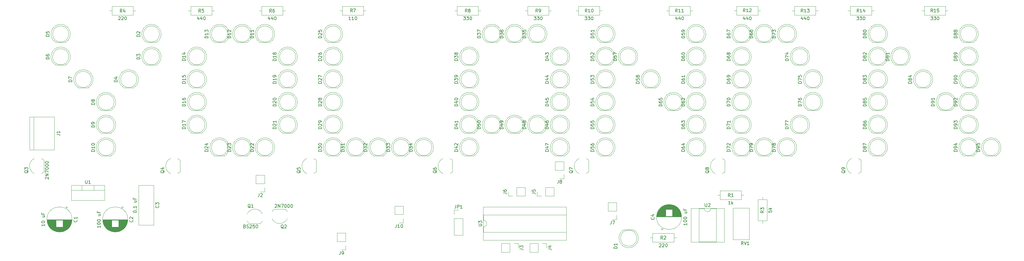
<source format=gto>
%TF.GenerationSoftware,KiCad,Pcbnew,5.1.4-e60b266~84~ubuntu16.04.1*%
%TF.CreationDate,2019-08-26T22:10:38+07:00*%
%TF.ProjectId,led_yol,6c65645f-796f-46c2-9e6b-696361645f70,1.0*%
%TF.SameCoordinates,Original*%
%TF.FileFunction,Legend,Top*%
%TF.FilePolarity,Positive*%
%FSLAX46Y46*%
G04 Gerber Fmt 4.6, Leading zero omitted, Abs format (unit mm)*
G04 Created by KiCad (PCBNEW 5.1.4-e60b266~84~ubuntu16.04.1) date 2019-08-26 22:10:38*
%MOMM*%
%LPD*%
G04 APERTURE LIST*
%ADD10C,0.120000*%
%ADD11C,0.150000*%
G04 APERTURE END LIST*
D10*
X74784616Y-162046805D02*
G75*
G02X75308800Y-161319600I2324184J-1122795D01*
G01*
X74752400Y-164268407D02*
G75*
G03X77108800Y-165769600I2356400J1098807D01*
G01*
X79465200Y-164268407D02*
G75*
G02X77108800Y-165769600I-2356400J1098807D01*
G01*
X79432984Y-162046805D02*
G75*
G03X78908800Y-161319600I-2324184J-1122795D01*
G01*
X78908800Y-161319600D02*
X75308800Y-161319600D01*
X71759384Y-165012395D02*
G75*
G02X71235200Y-165739600I-2324184J1122795D01*
G01*
X71791600Y-162790793D02*
G75*
G03X69435200Y-161289600I-2356400J-1098807D01*
G01*
X67078800Y-162790793D02*
G75*
G02X69435200Y-161289600I2356400J-1098807D01*
G01*
X67111016Y-165012395D02*
G75*
G03X67635200Y-165739600I2324184J1122795D01*
G01*
X67635200Y-165739600D02*
X71235200Y-165739600D01*
X255683595Y-145701216D02*
G75*
G02X256410800Y-146225400I-1122795J-2324184D01*
G01*
X253461993Y-145669000D02*
G75*
G03X251960800Y-148025400I1098807J-2356400D01*
G01*
X253461993Y-150381800D02*
G75*
G02X251960800Y-148025400I1098807J2356400D01*
G01*
X255683595Y-150349584D02*
G75*
G03X256410800Y-149825400I-1122795J2324184D01*
G01*
X256410800Y-149825400D02*
X256410800Y-146225400D01*
X213683595Y-145701216D02*
G75*
G02X214410800Y-146225400I-1122795J-2324184D01*
G01*
X211461993Y-145669000D02*
G75*
G03X209960800Y-148025400I1098807J-2356400D01*
G01*
X211461993Y-150381800D02*
G75*
G02X209960800Y-148025400I1098807J2356400D01*
G01*
X213683595Y-150349584D02*
G75*
G03X214410800Y-149825400I-1122795J2324184D01*
G01*
X214410800Y-149825400D02*
X214410800Y-146225400D01*
X171683595Y-145701216D02*
G75*
G02X172410800Y-146225400I-1122795J-2324184D01*
G01*
X169461993Y-145669000D02*
G75*
G03X167960800Y-148025400I1098807J-2356400D01*
G01*
X169461993Y-150381800D02*
G75*
G02X167960800Y-148025400I1098807J2356400D01*
G01*
X171683595Y-150349584D02*
G75*
G03X172410800Y-149825400I-1122795J2324184D01*
G01*
X172410800Y-149825400D02*
X172410800Y-146225400D01*
X129683595Y-145701216D02*
G75*
G02X130410800Y-146225400I-1122795J-2324184D01*
G01*
X127461993Y-145669000D02*
G75*
G03X125960800Y-148025400I1098807J-2356400D01*
G01*
X127461993Y-150381800D02*
G75*
G02X125960800Y-148025400I1098807J2356400D01*
G01*
X129683595Y-150349584D02*
G75*
G03X130410800Y-149825400I-1122795J2324184D01*
G01*
X130410800Y-149825400D02*
X130410800Y-146225400D01*
X87683595Y-145701216D02*
G75*
G02X88410800Y-146225400I-1122795J-2324184D01*
G01*
X85461993Y-145669000D02*
G75*
G03X83960800Y-148025400I1098807J-2356400D01*
G01*
X85461993Y-150381800D02*
G75*
G02X83960800Y-148025400I1098807J2356400D01*
G01*
X87683595Y-150349584D02*
G75*
G03X88410800Y-149825400I-1122795J2324184D01*
G01*
X88410800Y-149825400D02*
X88410800Y-146225400D01*
X3683595Y-145701216D02*
G75*
G02X4410800Y-146225400I-1122795J-2324184D01*
G01*
X1461993Y-145669000D02*
G75*
G03X-39200Y-148025400I1098807J-2356400D01*
G01*
X1461993Y-150381800D02*
G75*
G02X-39200Y-148025400I1098807J2356400D01*
G01*
X3683595Y-150349584D02*
G75*
G03X4410800Y-149825400I-1122795J2324184D01*
G01*
X4410800Y-149825400D02*
X4410800Y-146225400D01*
X45683595Y-145701216D02*
G75*
G02X46410800Y-146225400I-1122795J-2324184D01*
G01*
X43461993Y-145669000D02*
G75*
G03X41960800Y-148025400I1098807J-2356400D01*
G01*
X43461993Y-150381800D02*
G75*
G02X41960800Y-148025400I1098807J2356400D01*
G01*
X45683595Y-150349584D02*
G75*
G03X46410800Y-149825400I-1122795J2324184D01*
G01*
X46410800Y-149825400D02*
X46410800Y-146225400D01*
X139910200Y-160620400D02*
X139910200Y-170900400D01*
X165550200Y-160620400D02*
X139910200Y-160620400D01*
X165550200Y-170900400D02*
X165550200Y-160620400D01*
X139910200Y-170900400D02*
X165550200Y-170900400D01*
X139970200Y-163110400D02*
X139970200Y-164760400D01*
X165490200Y-163110400D02*
X139970200Y-163110400D01*
X165490200Y-168410400D02*
X165490200Y-163110400D01*
X139970200Y-168410400D02*
X165490200Y-168410400D01*
X139970200Y-166760400D02*
X139970200Y-168410400D01*
X139970200Y-164760400D02*
G75*
G02X139970200Y-166760400I0J-1000000D01*
G01*
X115249000Y-165566400D02*
X113919000Y-165566400D01*
X115249000Y-164236400D02*
X115249000Y-165566400D01*
X115249000Y-162966400D02*
X112589000Y-162966400D01*
X112589000Y-162966400D02*
X112589000Y-160366400D01*
X115249000Y-162966400D02*
X115249000Y-160366400D01*
X115249000Y-160366400D02*
X112589000Y-160366400D01*
X97494400Y-173872200D02*
X96164400Y-173872200D01*
X97494400Y-172542200D02*
X97494400Y-173872200D01*
X97494400Y-171272200D02*
X94834400Y-171272200D01*
X94834400Y-171272200D02*
X94834400Y-168672200D01*
X97494400Y-171272200D02*
X97494400Y-168672200D01*
X97494400Y-168672200D02*
X94834400Y-168672200D01*
X164753600Y-151901200D02*
X163423600Y-151901200D01*
X164753600Y-150571200D02*
X164753600Y-151901200D01*
X164753600Y-149301200D02*
X162093600Y-149301200D01*
X162093600Y-149301200D02*
X162093600Y-146701200D01*
X164753600Y-149301200D02*
X164753600Y-146701200D01*
X164753600Y-146701200D02*
X162093600Y-146701200D01*
X181035000Y-159325000D02*
X178375000Y-159325000D01*
X181035000Y-161925000D02*
X181035000Y-159325000D01*
X178375000Y-161925000D02*
X178375000Y-159325000D01*
X181035000Y-161925000D02*
X178375000Y-161925000D01*
X181035000Y-163195000D02*
X181035000Y-164525000D01*
X181035000Y-164525000D02*
X179705000Y-164525000D01*
X72450000Y-156016000D02*
X71120000Y-156016000D01*
X72450000Y-154686000D02*
X72450000Y-156016000D01*
X72450000Y-153416000D02*
X69790000Y-153416000D01*
X69790000Y-153416000D02*
X69790000Y-150816000D01*
X72450000Y-153416000D02*
X72450000Y-150816000D01*
X72450000Y-150816000D02*
X69790000Y-150816000D01*
X152790200Y-157286000D02*
X152790200Y-154626000D01*
X150190200Y-157286000D02*
X152790200Y-157286000D01*
X150190200Y-154626000D02*
X152790200Y-154626000D01*
X150190200Y-157286000D02*
X150190200Y-154626000D01*
X148920200Y-157286000D02*
X147590200Y-157286000D01*
X147590200Y-157286000D02*
X147590200Y-155956000D01*
X156505600Y-157286000D02*
X156505600Y-155956000D01*
X157835600Y-157286000D02*
X156505600Y-157286000D01*
X159105600Y-157286000D02*
X159105600Y-154626000D01*
X159105600Y-154626000D02*
X161705600Y-154626000D01*
X159105600Y-157286000D02*
X161705600Y-157286000D01*
X161705600Y-157286000D02*
X161705600Y-154626000D01*
X159445000Y-171923400D02*
X159445000Y-173253400D01*
X158115000Y-171923400D02*
X159445000Y-171923400D01*
X156845000Y-171923400D02*
X156845000Y-174583400D01*
X156845000Y-174583400D02*
X154245000Y-174583400D01*
X156845000Y-171923400D02*
X154245000Y-171923400D01*
X154245000Y-171923400D02*
X154245000Y-174583400D01*
X150682000Y-171923400D02*
X150682000Y-173253400D01*
X149352000Y-171923400D02*
X150682000Y-171923400D01*
X148082000Y-171923400D02*
X148082000Y-174583400D01*
X148082000Y-174583400D02*
X145482000Y-174583400D01*
X148082000Y-171923400D02*
X145482000Y-171923400D01*
X145482000Y-171923400D02*
X145482000Y-174583400D01*
X220255600Y-157011800D02*
X219485600Y-157011800D01*
X212175600Y-157011800D02*
X212945600Y-157011800D01*
X219485600Y-155641800D02*
X212945600Y-155641800D01*
X219485600Y-158381800D02*
X219485600Y-155641800D01*
X212945600Y-158381800D02*
X219485600Y-158381800D01*
X212945600Y-155641800D02*
X212945600Y-158381800D01*
X226020000Y-157601800D02*
X226020000Y-158371800D01*
X226020000Y-165681800D02*
X226020000Y-164911800D01*
X224650000Y-158371800D02*
X224650000Y-164911800D01*
X227390000Y-158371800D02*
X224650000Y-158371800D01*
X227390000Y-164911800D02*
X227390000Y-158371800D01*
X224650000Y-164911800D02*
X227390000Y-164911800D01*
X214222589Y-161048200D02*
X203942589Y-161048200D01*
X214222589Y-171448200D02*
X214222589Y-161048200D01*
X203942589Y-171448200D02*
X214222589Y-171448200D01*
X203942589Y-161048200D02*
X203942589Y-171448200D01*
X211732589Y-161108200D02*
X210082589Y-161108200D01*
X211732589Y-171388200D02*
X211732589Y-161108200D01*
X206432589Y-171388200D02*
X211732589Y-171388200D01*
X206432589Y-161108200D02*
X206432589Y-171388200D01*
X208082589Y-161108200D02*
X206432589Y-161108200D01*
X210082589Y-161108200D02*
G75*
G02X208082589Y-161108200I-1000000J0D01*
G01*
X19808800Y-153981400D02*
X19808800Y-155491400D01*
X16107800Y-153981400D02*
X16107800Y-155491400D01*
X12837800Y-155491400D02*
X23077800Y-155491400D01*
X23077800Y-153981400D02*
X23077800Y-158622400D01*
X12837800Y-153981400D02*
X12837800Y-158622400D01*
X12837800Y-158622400D02*
X23077800Y-158622400D01*
X12837800Y-153981400D02*
X23077800Y-153981400D01*
X221951000Y-170743200D02*
X221951000Y-160973200D01*
X216881000Y-170743200D02*
X216881000Y-160973200D01*
X221951000Y-160973200D02*
X216881000Y-160973200D01*
X221951000Y-170743200D02*
X216881000Y-170743200D01*
X283236800Y-100101400D02*
X282466800Y-100101400D01*
X275156800Y-100101400D02*
X275926800Y-100101400D01*
X282466800Y-98731400D02*
X275926800Y-98731400D01*
X282466800Y-101471400D02*
X282466800Y-98731400D01*
X275926800Y-101471400D02*
X282466800Y-101471400D01*
X275926800Y-98731400D02*
X275926800Y-101471400D01*
X260402200Y-100101400D02*
X259632200Y-100101400D01*
X252322200Y-100101400D02*
X253092200Y-100101400D01*
X259632200Y-98731400D02*
X253092200Y-98731400D01*
X259632200Y-101471400D02*
X259632200Y-98731400D01*
X253092200Y-101471400D02*
X259632200Y-101471400D01*
X253092200Y-98731400D02*
X253092200Y-101471400D01*
X243206400Y-100101400D02*
X242436400Y-100101400D01*
X235126400Y-100101400D02*
X235896400Y-100101400D01*
X242436400Y-98731400D02*
X235896400Y-98731400D01*
X242436400Y-101471400D02*
X242436400Y-98731400D01*
X235896400Y-101471400D02*
X242436400Y-101471400D01*
X235896400Y-98731400D02*
X235896400Y-101471400D01*
X225350200Y-100101400D02*
X224580200Y-100101400D01*
X217270200Y-100101400D02*
X218040200Y-100101400D01*
X224580200Y-98731400D02*
X218040200Y-98731400D01*
X224580200Y-101471400D02*
X224580200Y-98731400D01*
X218040200Y-101471400D02*
X224580200Y-101471400D01*
X218040200Y-98731400D02*
X218040200Y-101471400D01*
X204471400Y-100101400D02*
X203701400Y-100101400D01*
X196391400Y-100101400D02*
X197161400Y-100101400D01*
X203701400Y-98731400D02*
X197161400Y-98731400D01*
X203701400Y-101471400D02*
X203701400Y-98731400D01*
X197161400Y-101471400D02*
X203701400Y-101471400D01*
X197161400Y-98731400D02*
X197161400Y-101471400D01*
X176556800Y-100101400D02*
X175786800Y-100101400D01*
X168476800Y-100101400D02*
X169246800Y-100101400D01*
X175786800Y-98731400D02*
X169246800Y-98731400D01*
X175786800Y-101471400D02*
X175786800Y-98731400D01*
X169246800Y-101471400D02*
X175786800Y-101471400D01*
X169246800Y-98731400D02*
X169246800Y-101471400D01*
X160885000Y-100101400D02*
X160115000Y-100101400D01*
X152805000Y-100101400D02*
X153575000Y-100101400D01*
X160115000Y-98731400D02*
X153575000Y-98731400D01*
X160115000Y-101471400D02*
X160115000Y-98731400D01*
X153575000Y-101471400D02*
X160115000Y-101471400D01*
X153575000Y-98731400D02*
X153575000Y-101471400D01*
X139142600Y-100101400D02*
X138372600Y-100101400D01*
X131062600Y-100101400D02*
X131832600Y-100101400D01*
X138372600Y-98731400D02*
X131832600Y-98731400D01*
X138372600Y-101471400D02*
X138372600Y-98731400D01*
X131832600Y-101471400D02*
X138372600Y-101471400D01*
X131832600Y-98731400D02*
X131832600Y-101471400D01*
X103709600Y-100101400D02*
X102939600Y-100101400D01*
X95629600Y-100101400D02*
X96399600Y-100101400D01*
X102939600Y-98731400D02*
X96399600Y-98731400D01*
X102939600Y-101471400D02*
X102939600Y-98731400D01*
X96399600Y-101471400D02*
X102939600Y-101471400D01*
X96399600Y-98731400D02*
X96399600Y-101471400D01*
X78843000Y-100101400D02*
X78073000Y-100101400D01*
X70763000Y-100101400D02*
X71533000Y-100101400D01*
X78073000Y-98731400D02*
X71533000Y-98731400D01*
X78073000Y-101471400D02*
X78073000Y-98731400D01*
X71533000Y-101471400D02*
X78073000Y-101471400D01*
X71533000Y-98731400D02*
X71533000Y-101471400D01*
X56973600Y-100101400D02*
X56203600Y-100101400D01*
X48893600Y-100101400D02*
X49663600Y-100101400D01*
X56203600Y-98731400D02*
X49663600Y-98731400D01*
X56203600Y-101471400D02*
X56203600Y-98731400D01*
X49663600Y-101471400D02*
X56203600Y-101471400D01*
X49663600Y-98731400D02*
X49663600Y-101471400D01*
X32680800Y-100101400D02*
X31910800Y-100101400D01*
X24600800Y-100101400D02*
X25370800Y-100101400D01*
X31910800Y-98731400D02*
X25370800Y-98731400D01*
X31910800Y-101471400D02*
X31910800Y-98731400D01*
X25370800Y-101471400D02*
X31910800Y-101471400D01*
X25370800Y-98731400D02*
X25370800Y-101471400D01*
X199462400Y-170138200D02*
X198692400Y-170138200D01*
X191382400Y-170138200D02*
X192152400Y-170138200D01*
X198692400Y-168768200D02*
X192152400Y-168768200D01*
X198692400Y-171508200D02*
X198692400Y-168768200D01*
X192152400Y-171508200D02*
X198692400Y-171508200D01*
X192152400Y-168768200D02*
X192152400Y-171508200D01*
X130927800Y-161611000D02*
X132257800Y-161611000D01*
X130927800Y-162941000D02*
X130927800Y-161611000D01*
X130927800Y-164211000D02*
X133587800Y-164211000D01*
X133587800Y-164211000D02*
X133587800Y-169351000D01*
X130927800Y-164211000D02*
X130927800Y-169351000D01*
X130927800Y-169351000D02*
X133587800Y-169351000D01*
X0Y-132867400D02*
X0Y-143027400D01*
X7620000Y-132867400D02*
X0Y-132867400D01*
X7620000Y-143027400D02*
X7620000Y-132867400D01*
X0Y-143027400D02*
X7620000Y-143027400D01*
X1270000Y-143027400D02*
X1270000Y-132867400D01*
X295015800Y-144855400D02*
X298105800Y-144855400D01*
X299060800Y-142295400D02*
G75*
G03X299060800Y-142295400I-2500000J0D01*
G01*
X296560338Y-139305400D02*
G75*
G02X298105630Y-144855400I462J-2990000D01*
G01*
X296561262Y-139305400D02*
G75*
G03X295015970Y-144855400I-462J-2990000D01*
G01*
X288015800Y-144855400D02*
X291105800Y-144855400D01*
X292060800Y-142295400D02*
G75*
G03X292060800Y-142295400I-2500000J0D01*
G01*
X289560338Y-139305400D02*
G75*
G02X291105630Y-144855400I462J-2990000D01*
G01*
X289561262Y-139305400D02*
G75*
G03X288015970Y-144855400I-462J-2990000D01*
G01*
X288015800Y-137855400D02*
X291105800Y-137855400D01*
X292060800Y-135295400D02*
G75*
G03X292060800Y-135295400I-2500000J0D01*
G01*
X289560338Y-132305400D02*
G75*
G02X291105630Y-137855400I462J-2990000D01*
G01*
X289561262Y-132305400D02*
G75*
G03X288015970Y-137855400I-462J-2990000D01*
G01*
X288015800Y-130855400D02*
X291105800Y-130855400D01*
X292060800Y-128295400D02*
G75*
G03X292060800Y-128295400I-2500000J0D01*
G01*
X289560338Y-125305400D02*
G75*
G02X291105630Y-130855400I462J-2990000D01*
G01*
X289561262Y-125305400D02*
G75*
G03X288015970Y-130855400I-462J-2990000D01*
G01*
X281015800Y-130855400D02*
X284105800Y-130855400D01*
X285060800Y-128295400D02*
G75*
G03X285060800Y-128295400I-2500000J0D01*
G01*
X282560338Y-125305400D02*
G75*
G02X284105630Y-130855400I462J-2990000D01*
G01*
X282561262Y-125305400D02*
G75*
G03X281015970Y-130855400I-462J-2990000D01*
G01*
X288015800Y-123855400D02*
X291105800Y-123855400D01*
X292060800Y-121295400D02*
G75*
G03X292060800Y-121295400I-2500000J0D01*
G01*
X289560338Y-118305400D02*
G75*
G02X291105630Y-123855400I462J-2990000D01*
G01*
X289561262Y-118305400D02*
G75*
G03X288015970Y-123855400I-462J-2990000D01*
G01*
X288015800Y-116855400D02*
X291105800Y-116855400D01*
X292060800Y-114295400D02*
G75*
G03X292060800Y-114295400I-2500000J0D01*
G01*
X289560338Y-111305400D02*
G75*
G02X291105630Y-116855400I462J-2990000D01*
G01*
X289561262Y-111305400D02*
G75*
G03X288015970Y-116855400I-462J-2990000D01*
G01*
X288015800Y-109855400D02*
X291105800Y-109855400D01*
X292060800Y-107295400D02*
G75*
G03X292060800Y-107295400I-2500000J0D01*
G01*
X289560338Y-104305400D02*
G75*
G02X291105630Y-109855400I462J-2990000D01*
G01*
X289561262Y-104305400D02*
G75*
G03X288015970Y-109855400I-462J-2990000D01*
G01*
X260015800Y-144855400D02*
X263105800Y-144855400D01*
X264060800Y-142295400D02*
G75*
G03X264060800Y-142295400I-2500000J0D01*
G01*
X261560338Y-139305400D02*
G75*
G02X263105630Y-144855400I462J-2990000D01*
G01*
X261561262Y-139305400D02*
G75*
G03X260015970Y-144855400I-462J-2990000D01*
G01*
X260015800Y-137855400D02*
X263105800Y-137855400D01*
X264060800Y-135295400D02*
G75*
G03X264060800Y-135295400I-2500000J0D01*
G01*
X261560338Y-132305400D02*
G75*
G02X263105630Y-137855400I462J-2990000D01*
G01*
X261561262Y-132305400D02*
G75*
G03X260015970Y-137855400I-462J-2990000D01*
G01*
X260015800Y-130855400D02*
X263105800Y-130855400D01*
X264060800Y-128295400D02*
G75*
G03X264060800Y-128295400I-2500000J0D01*
G01*
X261560338Y-125305400D02*
G75*
G02X263105630Y-130855400I462J-2990000D01*
G01*
X261561262Y-125305400D02*
G75*
G03X260015970Y-130855400I-462J-2990000D01*
G01*
X274015800Y-123855400D02*
X277105800Y-123855400D01*
X278060800Y-121295400D02*
G75*
G03X278060800Y-121295400I-2500000J0D01*
G01*
X275560338Y-118305400D02*
G75*
G02X277105630Y-123855400I462J-2990000D01*
G01*
X275561262Y-118305400D02*
G75*
G03X274015970Y-123855400I-462J-2990000D01*
G01*
X260015800Y-123855400D02*
X263105800Y-123855400D01*
X264060800Y-121295400D02*
G75*
G03X264060800Y-121295400I-2500000J0D01*
G01*
X261560338Y-118305400D02*
G75*
G02X263105630Y-123855400I462J-2990000D01*
G01*
X261561262Y-118305400D02*
G75*
G03X260015970Y-123855400I-462J-2990000D01*
G01*
X260015800Y-116855400D02*
X263105800Y-116855400D01*
X264060800Y-114295400D02*
G75*
G03X264060800Y-114295400I-2500000J0D01*
G01*
X261560338Y-111305400D02*
G75*
G02X263105630Y-116855400I462J-2990000D01*
G01*
X261561262Y-111305400D02*
G75*
G03X260015970Y-116855400I-462J-2990000D01*
G01*
X267015800Y-116855400D02*
X270105800Y-116855400D01*
X271060800Y-114295400D02*
G75*
G03X271060800Y-114295400I-2500000J0D01*
G01*
X268560338Y-111305400D02*
G75*
G02X270105630Y-116855400I462J-2990000D01*
G01*
X268561262Y-111305400D02*
G75*
G03X267015970Y-116855400I-462J-2990000D01*
G01*
X260015800Y-109855400D02*
X263105800Y-109855400D01*
X264060800Y-107295400D02*
G75*
G03X264060800Y-107295400I-2500000J0D01*
G01*
X261560338Y-104305400D02*
G75*
G02X263105630Y-109855400I462J-2990000D01*
G01*
X261561262Y-104305400D02*
G75*
G03X260015970Y-109855400I-462J-2990000D01*
G01*
X225015800Y-144855400D02*
X228105800Y-144855400D01*
X229060800Y-142295400D02*
G75*
G03X229060800Y-142295400I-2500000J0D01*
G01*
X226560338Y-139305400D02*
G75*
G02X228105630Y-144855400I462J-2990000D01*
G01*
X226561262Y-139305400D02*
G75*
G03X225015970Y-144855400I-462J-2990000D01*
G01*
X232015800Y-144855400D02*
X235105800Y-144855400D01*
X236060800Y-142295400D02*
G75*
G03X236060800Y-142295400I-2500000J0D01*
G01*
X233560338Y-139305400D02*
G75*
G02X235105630Y-144855400I462J-2990000D01*
G01*
X233561262Y-139305400D02*
G75*
G03X232015970Y-144855400I-462J-2990000D01*
G01*
X236015800Y-137855400D02*
X239105800Y-137855400D01*
X240060800Y-135295400D02*
G75*
G03X240060800Y-135295400I-2500000J0D01*
G01*
X237560338Y-132305400D02*
G75*
G02X239105630Y-137855400I462J-2990000D01*
G01*
X237561262Y-132305400D02*
G75*
G03X236015970Y-137855400I-462J-2990000D01*
G01*
X240015800Y-130855400D02*
X243105800Y-130855400D01*
X244060800Y-128295400D02*
G75*
G03X244060800Y-128295400I-2500000J0D01*
G01*
X241560338Y-125305400D02*
G75*
G02X243105630Y-130855400I462J-2990000D01*
G01*
X241561262Y-125305400D02*
G75*
G03X240015970Y-130855400I-462J-2990000D01*
G01*
X240015800Y-123855400D02*
X243105800Y-123855400D01*
X244060800Y-121295400D02*
G75*
G03X244060800Y-121295400I-2500000J0D01*
G01*
X241560338Y-118305400D02*
G75*
G02X243105630Y-123855400I462J-2990000D01*
G01*
X241561262Y-118305400D02*
G75*
G03X240015970Y-123855400I-462J-2990000D01*
G01*
X236015800Y-116855400D02*
X239105800Y-116855400D01*
X240060800Y-114295400D02*
G75*
G03X240060800Y-114295400I-2500000J0D01*
G01*
X237560338Y-111305400D02*
G75*
G02X239105630Y-116855400I462J-2990000D01*
G01*
X237561262Y-111305400D02*
G75*
G03X236015970Y-116855400I-462J-2990000D01*
G01*
X232015800Y-109855400D02*
X235105800Y-109855400D01*
X236060800Y-107295400D02*
G75*
G03X236060800Y-107295400I-2500000J0D01*
G01*
X233560338Y-104305400D02*
G75*
G02X235105630Y-109855400I462J-2990000D01*
G01*
X233561262Y-104305400D02*
G75*
G03X232015970Y-109855400I-462J-2990000D01*
G01*
X218015800Y-144855400D02*
X221105800Y-144855400D01*
X222060800Y-142295400D02*
G75*
G03X222060800Y-142295400I-2500000J0D01*
G01*
X219560338Y-139305400D02*
G75*
G02X221105630Y-144855400I462J-2990000D01*
G01*
X219561262Y-139305400D02*
G75*
G03X218015970Y-144855400I-462J-2990000D01*
G01*
X218015800Y-137855400D02*
X221105800Y-137855400D01*
X222060800Y-135295400D02*
G75*
G03X222060800Y-135295400I-2500000J0D01*
G01*
X219560338Y-132305400D02*
G75*
G02X221105630Y-137855400I462J-2990000D01*
G01*
X219561262Y-132305400D02*
G75*
G03X218015970Y-137855400I-462J-2990000D01*
G01*
X218015800Y-130855400D02*
X221105800Y-130855400D01*
X222060800Y-128295400D02*
G75*
G03X222060800Y-128295400I-2500000J0D01*
G01*
X219560338Y-125305400D02*
G75*
G02X221105630Y-130855400I462J-2990000D01*
G01*
X219561262Y-125305400D02*
G75*
G03X218015970Y-130855400I-462J-2990000D01*
G01*
X218015800Y-123855400D02*
X221105800Y-123855400D01*
X222060800Y-121295400D02*
G75*
G03X222060800Y-121295400I-2500000J0D01*
G01*
X219560338Y-118305400D02*
G75*
G02X221105630Y-123855400I462J-2990000D01*
G01*
X219561262Y-118305400D02*
G75*
G03X218015970Y-123855400I-462J-2990000D01*
G01*
X218015800Y-116855400D02*
X221105800Y-116855400D01*
X222060800Y-114295400D02*
G75*
G03X222060800Y-114295400I-2500000J0D01*
G01*
X219560338Y-111305400D02*
G75*
G02X221105630Y-116855400I462J-2990000D01*
G01*
X219561262Y-111305400D02*
G75*
G03X218015970Y-116855400I-462J-2990000D01*
G01*
X218015800Y-109855400D02*
X221105800Y-109855400D01*
X222060800Y-107295400D02*
G75*
G03X222060800Y-107295400I-2500000J0D01*
G01*
X219560338Y-104305400D02*
G75*
G02X221105630Y-109855400I462J-2990000D01*
G01*
X219561262Y-104305400D02*
G75*
G03X218015970Y-109855400I-462J-2990000D01*
G01*
X225015800Y-109855400D02*
X228105800Y-109855400D01*
X229060800Y-107295400D02*
G75*
G03X229060800Y-107295400I-2500000J0D01*
G01*
X226560338Y-104305400D02*
G75*
G02X228105630Y-109855400I462J-2990000D01*
G01*
X226561262Y-104305400D02*
G75*
G03X225015970Y-109855400I-462J-2990000D01*
G01*
X197015800Y-130855400D02*
X200105800Y-130855400D01*
X201060800Y-128295400D02*
G75*
G03X201060800Y-128295400I-2500000J0D01*
G01*
X198560338Y-125305400D02*
G75*
G02X200105630Y-130855400I462J-2990000D01*
G01*
X198561262Y-125305400D02*
G75*
G03X197015970Y-130855400I-462J-2990000D01*
G01*
X204015800Y-144855400D02*
X207105800Y-144855400D01*
X208060800Y-142295400D02*
G75*
G03X208060800Y-142295400I-2500000J0D01*
G01*
X205560338Y-139305400D02*
G75*
G02X207105630Y-144855400I462J-2990000D01*
G01*
X205561262Y-139305400D02*
G75*
G03X204015970Y-144855400I-462J-2990000D01*
G01*
X204015800Y-137855400D02*
X207105800Y-137855400D01*
X208060800Y-135295400D02*
G75*
G03X208060800Y-135295400I-2500000J0D01*
G01*
X205560338Y-132305400D02*
G75*
G02X207105630Y-137855400I462J-2990000D01*
G01*
X205561262Y-132305400D02*
G75*
G03X204015970Y-137855400I-462J-2990000D01*
G01*
X204015800Y-130855400D02*
X207105800Y-130855400D01*
X208060800Y-128295400D02*
G75*
G03X208060800Y-128295400I-2500000J0D01*
G01*
X205560338Y-125305400D02*
G75*
G02X207105630Y-130855400I462J-2990000D01*
G01*
X205561262Y-125305400D02*
G75*
G03X204015970Y-130855400I-462J-2990000D01*
G01*
X204015800Y-123855400D02*
X207105800Y-123855400D01*
X208060800Y-121295400D02*
G75*
G03X208060800Y-121295400I-2500000J0D01*
G01*
X205560338Y-118305400D02*
G75*
G02X207105630Y-123855400I462J-2990000D01*
G01*
X205561262Y-118305400D02*
G75*
G03X204015970Y-123855400I-462J-2990000D01*
G01*
X204015800Y-116855400D02*
X207105800Y-116855400D01*
X208060800Y-114295400D02*
G75*
G03X208060800Y-114295400I-2500000J0D01*
G01*
X205560338Y-111305400D02*
G75*
G02X207105630Y-116855400I462J-2990000D01*
G01*
X205561262Y-111305400D02*
G75*
G03X204015970Y-116855400I-462J-2990000D01*
G01*
X204015800Y-109855400D02*
X207105800Y-109855400D01*
X208060800Y-107295400D02*
G75*
G03X208060800Y-107295400I-2500000J0D01*
G01*
X205560338Y-104305400D02*
G75*
G02X207105630Y-109855400I462J-2990000D01*
G01*
X205561262Y-104305400D02*
G75*
G03X204015970Y-109855400I-462J-2990000D01*
G01*
X190015800Y-123855400D02*
X193105800Y-123855400D01*
X194060800Y-121295400D02*
G75*
G03X194060800Y-121295400I-2500000J0D01*
G01*
X191560338Y-118305400D02*
G75*
G02X193105630Y-123855400I462J-2990000D01*
G01*
X191561262Y-118305400D02*
G75*
G03X190015970Y-123855400I-462J-2990000D01*
G01*
X183015800Y-116855400D02*
X186105800Y-116855400D01*
X187060800Y-114295400D02*
G75*
G03X187060800Y-114295400I-2500000J0D01*
G01*
X184560338Y-111305400D02*
G75*
G02X186105630Y-116855400I462J-2990000D01*
G01*
X184561262Y-111305400D02*
G75*
G03X183015970Y-116855400I-462J-2990000D01*
G01*
X176015800Y-144855400D02*
X179105800Y-144855400D01*
X180060800Y-142295400D02*
G75*
G03X180060800Y-142295400I-2500000J0D01*
G01*
X177560338Y-139305400D02*
G75*
G02X179105630Y-144855400I462J-2990000D01*
G01*
X177561262Y-139305400D02*
G75*
G03X176015970Y-144855400I-462J-2990000D01*
G01*
X176015800Y-137855400D02*
X179105800Y-137855400D01*
X180060800Y-135295400D02*
G75*
G03X180060800Y-135295400I-2500000J0D01*
G01*
X177560338Y-132305400D02*
G75*
G02X179105630Y-137855400I462J-2990000D01*
G01*
X177561262Y-132305400D02*
G75*
G03X176015970Y-137855400I-462J-2990000D01*
G01*
X176015800Y-130855400D02*
X179105800Y-130855400D01*
X180060800Y-128295400D02*
G75*
G03X180060800Y-128295400I-2500000J0D01*
G01*
X177560338Y-125305400D02*
G75*
G02X179105630Y-130855400I462J-2990000D01*
G01*
X177561262Y-125305400D02*
G75*
G03X176015970Y-130855400I-462J-2990000D01*
G01*
X176015800Y-123855400D02*
X179105800Y-123855400D01*
X180060800Y-121295400D02*
G75*
G03X180060800Y-121295400I-2500000J0D01*
G01*
X177560338Y-118305400D02*
G75*
G02X179105630Y-123855400I462J-2990000D01*
G01*
X177561262Y-118305400D02*
G75*
G03X176015970Y-123855400I-462J-2990000D01*
G01*
X176015800Y-116855400D02*
X179105800Y-116855400D01*
X180060800Y-114295400D02*
G75*
G03X180060800Y-114295400I-2500000J0D01*
G01*
X177560338Y-111305400D02*
G75*
G02X179105630Y-116855400I462J-2990000D01*
G01*
X177561262Y-111305400D02*
G75*
G03X176015970Y-116855400I-462J-2990000D01*
G01*
X176015800Y-109855400D02*
X179105800Y-109855400D01*
X180060800Y-107295400D02*
G75*
G03X180060800Y-107295400I-2500000J0D01*
G01*
X177560338Y-104305400D02*
G75*
G02X179105630Y-109855400I462J-2990000D01*
G01*
X177561262Y-104305400D02*
G75*
G03X176015970Y-109855400I-462J-2990000D01*
G01*
X141015800Y-137855400D02*
X144105800Y-137855400D01*
X145060800Y-135295400D02*
G75*
G03X145060800Y-135295400I-2500000J0D01*
G01*
X142560338Y-132305400D02*
G75*
G02X144105630Y-137855400I462J-2990000D01*
G01*
X142561262Y-132305400D02*
G75*
G03X141015970Y-137855400I-462J-2990000D01*
G01*
X148015800Y-137855400D02*
X151105800Y-137855400D01*
X152060800Y-135295400D02*
G75*
G03X152060800Y-135295400I-2500000J0D01*
G01*
X149560338Y-132305400D02*
G75*
G02X151105630Y-137855400I462J-2990000D01*
G01*
X149561262Y-132305400D02*
G75*
G03X148015970Y-137855400I-462J-2990000D01*
G01*
X155015800Y-137855400D02*
X158105800Y-137855400D01*
X159060800Y-135295400D02*
G75*
G03X159060800Y-135295400I-2500000J0D01*
G01*
X156560338Y-132305400D02*
G75*
G02X158105630Y-137855400I462J-2990000D01*
G01*
X156561262Y-132305400D02*
G75*
G03X155015970Y-137855400I-462J-2990000D01*
G01*
X162015800Y-144855400D02*
X165105800Y-144855400D01*
X166060800Y-142295400D02*
G75*
G03X166060800Y-142295400I-2500000J0D01*
G01*
X163560338Y-139305400D02*
G75*
G02X165105630Y-144855400I462J-2990000D01*
G01*
X163561262Y-139305400D02*
G75*
G03X162015970Y-144855400I-462J-2990000D01*
G01*
X162015800Y-137855400D02*
X165105800Y-137855400D01*
X166060800Y-135295400D02*
G75*
G03X166060800Y-135295400I-2500000J0D01*
G01*
X163560338Y-132305400D02*
G75*
G02X165105630Y-137855400I462J-2990000D01*
G01*
X163561262Y-132305400D02*
G75*
G03X162015970Y-137855400I-462J-2990000D01*
G01*
X162015800Y-130855400D02*
X165105800Y-130855400D01*
X166060800Y-128295400D02*
G75*
G03X166060800Y-128295400I-2500000J0D01*
G01*
X163560338Y-125305400D02*
G75*
G02X165105630Y-130855400I462J-2990000D01*
G01*
X163561262Y-125305400D02*
G75*
G03X162015970Y-130855400I-462J-2990000D01*
G01*
X162015800Y-123855400D02*
X165105800Y-123855400D01*
X166060800Y-121295400D02*
G75*
G03X166060800Y-121295400I-2500000J0D01*
G01*
X163560338Y-118305400D02*
G75*
G02X165105630Y-123855400I462J-2990000D01*
G01*
X163561262Y-118305400D02*
G75*
G03X162015970Y-123855400I-462J-2990000D01*
G01*
X162015800Y-116855400D02*
X165105800Y-116855400D01*
X166060800Y-114295400D02*
G75*
G03X166060800Y-114295400I-2500000J0D01*
G01*
X163560338Y-111305400D02*
G75*
G02X165105630Y-116855400I462J-2990000D01*
G01*
X163561262Y-111305400D02*
G75*
G03X162015970Y-116855400I-462J-2990000D01*
G01*
X134015800Y-144855400D02*
X137105800Y-144855400D01*
X138060800Y-142295400D02*
G75*
G03X138060800Y-142295400I-2500000J0D01*
G01*
X135560338Y-139305400D02*
G75*
G02X137105630Y-144855400I462J-2990000D01*
G01*
X135561262Y-139305400D02*
G75*
G03X134015970Y-144855400I-462J-2990000D01*
G01*
X134015800Y-137855400D02*
X137105800Y-137855400D01*
X138060800Y-135295400D02*
G75*
G03X138060800Y-135295400I-2500000J0D01*
G01*
X135560338Y-132305400D02*
G75*
G02X137105630Y-137855400I462J-2990000D01*
G01*
X135561262Y-132305400D02*
G75*
G03X134015970Y-137855400I-462J-2990000D01*
G01*
X134015800Y-130855400D02*
X137105800Y-130855400D01*
X138060800Y-128295400D02*
G75*
G03X138060800Y-128295400I-2500000J0D01*
G01*
X135560338Y-125305400D02*
G75*
G02X137105630Y-130855400I462J-2990000D01*
G01*
X135561262Y-125305400D02*
G75*
G03X134015970Y-130855400I-462J-2990000D01*
G01*
X134015800Y-123855400D02*
X137105800Y-123855400D01*
X138060800Y-121295400D02*
G75*
G03X138060800Y-121295400I-2500000J0D01*
G01*
X135560338Y-118305400D02*
G75*
G02X137105630Y-123855400I462J-2990000D01*
G01*
X135561262Y-118305400D02*
G75*
G03X134015970Y-123855400I-462J-2990000D01*
G01*
X134015800Y-116855400D02*
X137105800Y-116855400D01*
X138060800Y-114295400D02*
G75*
G03X138060800Y-114295400I-2500000J0D01*
G01*
X135560338Y-111305400D02*
G75*
G02X137105630Y-116855400I462J-2990000D01*
G01*
X135561262Y-111305400D02*
G75*
G03X134015970Y-116855400I-462J-2990000D01*
G01*
X141015800Y-109855400D02*
X144105800Y-109855400D01*
X145060800Y-107295400D02*
G75*
G03X145060800Y-107295400I-2500000J0D01*
G01*
X142560338Y-104305400D02*
G75*
G02X144105630Y-109855400I462J-2990000D01*
G01*
X142561262Y-104305400D02*
G75*
G03X141015970Y-109855400I-462J-2990000D01*
G01*
X148015800Y-109855400D02*
X151105800Y-109855400D01*
X152060800Y-107295400D02*
G75*
G03X152060800Y-107295400I-2500000J0D01*
G01*
X149560338Y-104305400D02*
G75*
G02X151105630Y-109855400I462J-2990000D01*
G01*
X149561262Y-104305400D02*
G75*
G03X148015970Y-109855400I-462J-2990000D01*
G01*
X155015800Y-109855400D02*
X158105800Y-109855400D01*
X159060800Y-107295400D02*
G75*
G03X159060800Y-107295400I-2500000J0D01*
G01*
X156560338Y-104305400D02*
G75*
G02X158105630Y-109855400I462J-2990000D01*
G01*
X156561262Y-104305400D02*
G75*
G03X155015970Y-109855400I-462J-2990000D01*
G01*
X120015800Y-144855400D02*
X123105800Y-144855400D01*
X124060800Y-142295400D02*
G75*
G03X124060800Y-142295400I-2500000J0D01*
G01*
X121560338Y-139305400D02*
G75*
G02X123105630Y-144855400I462J-2990000D01*
G01*
X121561262Y-139305400D02*
G75*
G03X120015970Y-144855400I-462J-2990000D01*
G01*
X113015800Y-144855400D02*
X116105800Y-144855400D01*
X117060800Y-142295400D02*
G75*
G03X117060800Y-142295400I-2500000J0D01*
G01*
X114560338Y-139305400D02*
G75*
G02X116105630Y-144855400I462J-2990000D01*
G01*
X114561262Y-139305400D02*
G75*
G03X113015970Y-144855400I-462J-2990000D01*
G01*
X106015800Y-144855400D02*
X109105800Y-144855400D01*
X110060800Y-142295400D02*
G75*
G03X110060800Y-142295400I-2500000J0D01*
G01*
X107560338Y-139305400D02*
G75*
G02X109105630Y-144855400I462J-2990000D01*
G01*
X107561262Y-139305400D02*
G75*
G03X106015970Y-144855400I-462J-2990000D01*
G01*
X99015800Y-144855400D02*
X102105800Y-144855400D01*
X103060800Y-142295400D02*
G75*
G03X103060800Y-142295400I-2500000J0D01*
G01*
X100560338Y-139305400D02*
G75*
G02X102105630Y-144855400I462J-2990000D01*
G01*
X100561262Y-139305400D02*
G75*
G03X99015970Y-144855400I-462J-2990000D01*
G01*
X92015800Y-144855400D02*
X95105800Y-144855400D01*
X96060800Y-142295400D02*
G75*
G03X96060800Y-142295400I-2500000J0D01*
G01*
X93560338Y-139305400D02*
G75*
G02X95105630Y-144855400I462J-2990000D01*
G01*
X93561262Y-139305400D02*
G75*
G03X92015970Y-144855400I-462J-2990000D01*
G01*
X92015800Y-137855400D02*
X95105800Y-137855400D01*
X96060800Y-135295400D02*
G75*
G03X96060800Y-135295400I-2500000J0D01*
G01*
X93560338Y-132305400D02*
G75*
G02X95105630Y-137855400I462J-2990000D01*
G01*
X93561262Y-132305400D02*
G75*
G03X92015970Y-137855400I-462J-2990000D01*
G01*
X92015800Y-130855400D02*
X95105800Y-130855400D01*
X96060800Y-128295400D02*
G75*
G03X96060800Y-128295400I-2500000J0D01*
G01*
X93560338Y-125305400D02*
G75*
G02X95105630Y-130855400I462J-2990000D01*
G01*
X93561262Y-125305400D02*
G75*
G03X92015970Y-130855400I-462J-2990000D01*
G01*
X92015800Y-123855400D02*
X95105800Y-123855400D01*
X96060800Y-121295400D02*
G75*
G03X96060800Y-121295400I-2500000J0D01*
G01*
X93560338Y-118305400D02*
G75*
G02X95105630Y-123855400I462J-2990000D01*
G01*
X93561262Y-118305400D02*
G75*
G03X92015970Y-123855400I-462J-2990000D01*
G01*
X92015800Y-116855400D02*
X95105800Y-116855400D01*
X96060800Y-114295400D02*
G75*
G03X96060800Y-114295400I-2500000J0D01*
G01*
X93560338Y-111305400D02*
G75*
G02X95105630Y-116855400I462J-2990000D01*
G01*
X93561262Y-111305400D02*
G75*
G03X92015970Y-116855400I-462J-2990000D01*
G01*
X92015800Y-109855400D02*
X95105800Y-109855400D01*
X96060800Y-107295400D02*
G75*
G03X96060800Y-107295400I-2500000J0D01*
G01*
X93560338Y-104305400D02*
G75*
G02X95105630Y-109855400I462J-2990000D01*
G01*
X93561262Y-104305400D02*
G75*
G03X92015970Y-109855400I-462J-2990000D01*
G01*
X57015800Y-144855400D02*
X60105800Y-144855400D01*
X61060800Y-142295400D02*
G75*
G03X61060800Y-142295400I-2500000J0D01*
G01*
X58560338Y-139305400D02*
G75*
G02X60105630Y-144855400I462J-2990000D01*
G01*
X58561262Y-139305400D02*
G75*
G03X57015970Y-144855400I-462J-2990000D01*
G01*
X64015800Y-144855400D02*
X67105800Y-144855400D01*
X68060800Y-142295400D02*
G75*
G03X68060800Y-142295400I-2500000J0D01*
G01*
X65560338Y-139305400D02*
G75*
G02X67105630Y-144855400I462J-2990000D01*
G01*
X65561262Y-139305400D02*
G75*
G03X64015970Y-144855400I-462J-2990000D01*
G01*
X71015800Y-144855400D02*
X74105800Y-144855400D01*
X75060800Y-142295400D02*
G75*
G03X75060800Y-142295400I-2500000J0D01*
G01*
X72560338Y-139305400D02*
G75*
G02X74105630Y-144855400I462J-2990000D01*
G01*
X72561262Y-139305400D02*
G75*
G03X71015970Y-144855400I-462J-2990000D01*
G01*
X78015800Y-137855400D02*
X81105800Y-137855400D01*
X82060800Y-135295400D02*
G75*
G03X82060800Y-135295400I-2500000J0D01*
G01*
X79560338Y-132305400D02*
G75*
G02X81105630Y-137855400I462J-2990000D01*
G01*
X79561262Y-132305400D02*
G75*
G03X78015970Y-137855400I-462J-2990000D01*
G01*
X78015800Y-130855400D02*
X81105800Y-130855400D01*
X82060800Y-128295400D02*
G75*
G03X82060800Y-128295400I-2500000J0D01*
G01*
X79560338Y-125305400D02*
G75*
G02X81105630Y-130855400I462J-2990000D01*
G01*
X79561262Y-125305400D02*
G75*
G03X78015970Y-130855400I-462J-2990000D01*
G01*
X78015800Y-123855400D02*
X81105800Y-123855400D01*
X82060800Y-121295400D02*
G75*
G03X82060800Y-121295400I-2500000J0D01*
G01*
X79560338Y-118305400D02*
G75*
G02X81105630Y-123855400I462J-2990000D01*
G01*
X79561262Y-118305400D02*
G75*
G03X78015970Y-123855400I-462J-2990000D01*
G01*
X78015800Y-116855400D02*
X81105800Y-116855400D01*
X82060800Y-114295400D02*
G75*
G03X82060800Y-114295400I-2500000J0D01*
G01*
X79560338Y-111305400D02*
G75*
G02X81105630Y-116855400I462J-2990000D01*
G01*
X79561262Y-111305400D02*
G75*
G03X78015970Y-116855400I-462J-2990000D01*
G01*
X50015800Y-137855400D02*
X53105800Y-137855400D01*
X54060800Y-135295400D02*
G75*
G03X54060800Y-135295400I-2500000J0D01*
G01*
X51560338Y-132305400D02*
G75*
G02X53105630Y-137855400I462J-2990000D01*
G01*
X51561262Y-132305400D02*
G75*
G03X50015970Y-137855400I-462J-2990000D01*
G01*
X50015800Y-130855400D02*
X53105800Y-130855400D01*
X54060800Y-128295400D02*
G75*
G03X54060800Y-128295400I-2500000J0D01*
G01*
X51560338Y-125305400D02*
G75*
G02X53105630Y-130855400I462J-2990000D01*
G01*
X51561262Y-125305400D02*
G75*
G03X50015970Y-130855400I-462J-2990000D01*
G01*
X50015800Y-123855400D02*
X53105800Y-123855400D01*
X54060800Y-121295400D02*
G75*
G03X54060800Y-121295400I-2500000J0D01*
G01*
X51560338Y-118305400D02*
G75*
G02X53105630Y-123855400I462J-2990000D01*
G01*
X51561262Y-118305400D02*
G75*
G03X50015970Y-123855400I-462J-2990000D01*
G01*
X50015800Y-116855400D02*
X53105800Y-116855400D01*
X54060800Y-114295400D02*
G75*
G03X54060800Y-114295400I-2500000J0D01*
G01*
X51560338Y-111305400D02*
G75*
G02X53105630Y-116855400I462J-2990000D01*
G01*
X51561262Y-111305400D02*
G75*
G03X50015970Y-116855400I-462J-2990000D01*
G01*
X57015800Y-109855400D02*
X60105800Y-109855400D01*
X61060800Y-107295400D02*
G75*
G03X61060800Y-107295400I-2500000J0D01*
G01*
X58560338Y-104305400D02*
G75*
G02X60105630Y-109855400I462J-2990000D01*
G01*
X58561262Y-104305400D02*
G75*
G03X57015970Y-109855400I-462J-2990000D01*
G01*
X64015800Y-109855400D02*
X67105800Y-109855400D01*
X68060800Y-107295400D02*
G75*
G03X68060800Y-107295400I-2500000J0D01*
G01*
X65560338Y-104305400D02*
G75*
G02X67105630Y-109855400I462J-2990000D01*
G01*
X65561262Y-104305400D02*
G75*
G03X64015970Y-109855400I-462J-2990000D01*
G01*
X71015800Y-109855400D02*
X74105800Y-109855400D01*
X75060800Y-107295400D02*
G75*
G03X75060800Y-107295400I-2500000J0D01*
G01*
X72560338Y-104305400D02*
G75*
G02X74105630Y-109855400I462J-2990000D01*
G01*
X72561262Y-104305400D02*
G75*
G03X71015970Y-109855400I-462J-2990000D01*
G01*
X22015800Y-144855400D02*
X25105800Y-144855400D01*
X26060800Y-142295400D02*
G75*
G03X26060800Y-142295400I-2500000J0D01*
G01*
X23560338Y-139305400D02*
G75*
G02X25105630Y-144855400I462J-2990000D01*
G01*
X23561262Y-139305400D02*
G75*
G03X22015970Y-144855400I-462J-2990000D01*
G01*
X22015800Y-137855400D02*
X25105800Y-137855400D01*
X26060800Y-135295400D02*
G75*
G03X26060800Y-135295400I-2500000J0D01*
G01*
X23560338Y-132305400D02*
G75*
G02X25105630Y-137855400I462J-2990000D01*
G01*
X23561262Y-132305400D02*
G75*
G03X22015970Y-137855400I-462J-2990000D01*
G01*
X22015800Y-130855400D02*
X25105800Y-130855400D01*
X26060800Y-128295400D02*
G75*
G03X26060800Y-128295400I-2500000J0D01*
G01*
X23560338Y-125305400D02*
G75*
G02X25105630Y-130855400I462J-2990000D01*
G01*
X23561262Y-125305400D02*
G75*
G03X22015970Y-130855400I-462J-2990000D01*
G01*
X15015800Y-123855400D02*
X18105800Y-123855400D01*
X19060800Y-121295400D02*
G75*
G03X19060800Y-121295400I-2500000J0D01*
G01*
X16560338Y-118305400D02*
G75*
G02X18105630Y-123855400I462J-2990000D01*
G01*
X16561262Y-118305400D02*
G75*
G03X15015970Y-123855400I-462J-2990000D01*
G01*
X8015800Y-116855400D02*
X11105800Y-116855400D01*
X12060800Y-114295400D02*
G75*
G03X12060800Y-114295400I-2500000J0D01*
G01*
X9560338Y-111305400D02*
G75*
G02X11105630Y-116855400I462J-2990000D01*
G01*
X9561262Y-111305400D02*
G75*
G03X8015970Y-116855400I-462J-2990000D01*
G01*
X8015800Y-109855400D02*
X11105800Y-109855400D01*
X12060800Y-107295400D02*
G75*
G03X12060800Y-107295400I-2500000J0D01*
G01*
X9560338Y-104305400D02*
G75*
G02X11105630Y-109855400I462J-2990000D01*
G01*
X9561262Y-104305400D02*
G75*
G03X8015970Y-109855400I-462J-2990000D01*
G01*
X29015800Y-123855400D02*
X32105800Y-123855400D01*
X33060800Y-121295400D02*
G75*
G03X33060800Y-121295400I-2500000J0D01*
G01*
X30560338Y-118305400D02*
G75*
G02X32105630Y-123855400I462J-2990000D01*
G01*
X30561262Y-118305400D02*
G75*
G03X29015970Y-123855400I-462J-2990000D01*
G01*
X36015800Y-116855400D02*
X39105800Y-116855400D01*
X40060800Y-114295400D02*
G75*
G03X40060800Y-114295400I-2500000J0D01*
G01*
X37560338Y-111305400D02*
G75*
G02X39105630Y-116855400I462J-2990000D01*
G01*
X37561262Y-111305400D02*
G75*
G03X36015970Y-116855400I-462J-2990000D01*
G01*
X36015800Y-109855400D02*
X39105800Y-109855400D01*
X40060800Y-107295400D02*
G75*
G03X40060800Y-107295400I-2500000J0D01*
G01*
X37560338Y-104305400D02*
G75*
G02X39105630Y-109855400I462J-2990000D01*
G01*
X37561262Y-104305400D02*
G75*
G03X36015970Y-109855400I-462J-2990000D01*
G01*
X186279200Y-167696200D02*
X183189200Y-167696200D01*
X187234200Y-170256200D02*
G75*
G03X187234200Y-170256200I-2500000J0D01*
G01*
X184734662Y-173246200D02*
G75*
G02X183189370Y-167696200I-462J2990000D01*
G01*
X184733738Y-173246200D02*
G75*
G03X186279030Y-167696200I462J2990000D01*
G01*
X194650400Y-167486411D02*
X195400400Y-167486411D01*
X195025400Y-167861411D02*
X195025400Y-167111411D01*
X196759400Y-159878200D02*
X197641400Y-159878200D01*
X196507400Y-159918200D02*
X197893400Y-159918200D01*
X196323400Y-159958200D02*
X198077400Y-159958200D01*
X196172400Y-159998200D02*
X198228400Y-159998200D01*
X196042400Y-160038200D02*
X198358400Y-160038200D01*
X195925400Y-160078200D02*
X198475400Y-160078200D01*
X195819400Y-160118200D02*
X198581400Y-160118200D01*
X195722400Y-160158200D02*
X198678400Y-160158200D01*
X195631400Y-160198200D02*
X198769400Y-160198200D01*
X195546400Y-160238200D02*
X198854400Y-160238200D01*
X195467400Y-160278200D02*
X198933400Y-160278200D01*
X195391400Y-160318200D02*
X199009400Y-160318200D01*
X195319400Y-160358200D02*
X199081400Y-160358200D01*
X195251400Y-160398200D02*
X199149400Y-160398200D01*
X195186400Y-160438200D02*
X199214400Y-160438200D01*
X195123400Y-160478200D02*
X199277400Y-160478200D01*
X195063400Y-160518200D02*
X199337400Y-160518200D01*
X195005400Y-160558200D02*
X199395400Y-160558200D01*
X194950400Y-160598200D02*
X199450400Y-160598200D01*
X194896400Y-160638200D02*
X199504400Y-160638200D01*
X194845400Y-160678200D02*
X199555400Y-160678200D01*
X194795400Y-160718200D02*
X199605400Y-160718200D01*
X194746400Y-160758200D02*
X199654400Y-160758200D01*
X194700400Y-160798200D02*
X199700400Y-160798200D01*
X194654400Y-160838200D02*
X199746400Y-160838200D01*
X194611400Y-160878200D02*
X199789400Y-160878200D01*
X194568400Y-160918200D02*
X199832400Y-160918200D01*
X194527400Y-160958200D02*
X199873400Y-160958200D01*
X194487400Y-160998200D02*
X199913400Y-160998200D01*
X194448400Y-161038200D02*
X199952400Y-161038200D01*
X194410400Y-161078200D02*
X199990400Y-161078200D01*
X194373400Y-161118200D02*
X200027400Y-161118200D01*
X194337400Y-161158200D02*
X200063400Y-161158200D01*
X194302400Y-161198200D02*
X200098400Y-161198200D01*
X194269400Y-161238200D02*
X200131400Y-161238200D01*
X194236400Y-161278200D02*
X200164400Y-161278200D01*
X194204400Y-161318200D02*
X200196400Y-161318200D01*
X194172400Y-161358200D02*
X200228400Y-161358200D01*
X194142400Y-161398200D02*
X200258400Y-161398200D01*
X198240400Y-161438200D02*
X200288400Y-161438200D01*
X194112400Y-161438200D02*
X196160400Y-161438200D01*
X198240400Y-161478200D02*
X200316400Y-161478200D01*
X194084400Y-161478200D02*
X196160400Y-161478200D01*
X198240400Y-161518200D02*
X200344400Y-161518200D01*
X194056400Y-161518200D02*
X196160400Y-161518200D01*
X198240400Y-161558200D02*
X200372400Y-161558200D01*
X194028400Y-161558200D02*
X196160400Y-161558200D01*
X198240400Y-161598200D02*
X200398400Y-161598200D01*
X194002400Y-161598200D02*
X196160400Y-161598200D01*
X198240400Y-161638200D02*
X200424400Y-161638200D01*
X193976400Y-161638200D02*
X196160400Y-161638200D01*
X198240400Y-161678200D02*
X200449400Y-161678200D01*
X193951400Y-161678200D02*
X196160400Y-161678200D01*
X198240400Y-161718200D02*
X200474400Y-161718200D01*
X193926400Y-161718200D02*
X196160400Y-161718200D01*
X198240400Y-161758200D02*
X200497400Y-161758200D01*
X193903400Y-161758200D02*
X196160400Y-161758200D01*
X198240400Y-161798200D02*
X200521400Y-161798200D01*
X193879400Y-161798200D02*
X196160400Y-161798200D01*
X198240400Y-161838200D02*
X200543400Y-161838200D01*
X193857400Y-161838200D02*
X196160400Y-161838200D01*
X198240400Y-161878200D02*
X200565400Y-161878200D01*
X193835400Y-161878200D02*
X196160400Y-161878200D01*
X198240400Y-161918200D02*
X200586400Y-161918200D01*
X193814400Y-161918200D02*
X196160400Y-161918200D01*
X198240400Y-161958200D02*
X200607400Y-161958200D01*
X193793400Y-161958200D02*
X196160400Y-161958200D01*
X198240400Y-161998200D02*
X200627400Y-161998200D01*
X193773400Y-161998200D02*
X196160400Y-161998200D01*
X198240400Y-162038200D02*
X200647400Y-162038200D01*
X193753400Y-162038200D02*
X196160400Y-162038200D01*
X198240400Y-162078200D02*
X200666400Y-162078200D01*
X193734400Y-162078200D02*
X196160400Y-162078200D01*
X198240400Y-162118200D02*
X200684400Y-162118200D01*
X193716400Y-162118200D02*
X196160400Y-162118200D01*
X198240400Y-162158200D02*
X200702400Y-162158200D01*
X193698400Y-162158200D02*
X196160400Y-162158200D01*
X198240400Y-162198200D02*
X200720400Y-162198200D01*
X193680400Y-162198200D02*
X196160400Y-162198200D01*
X198240400Y-162238200D02*
X200736400Y-162238200D01*
X193664400Y-162238200D02*
X196160400Y-162238200D01*
X198240400Y-162278200D02*
X200753400Y-162278200D01*
X193647400Y-162278200D02*
X196160400Y-162278200D01*
X198240400Y-162318200D02*
X200768400Y-162318200D01*
X193632400Y-162318200D02*
X196160400Y-162318200D01*
X198240400Y-162358200D02*
X200784400Y-162358200D01*
X193616400Y-162358200D02*
X196160400Y-162358200D01*
X198240400Y-162398200D02*
X200798400Y-162398200D01*
X193602400Y-162398200D02*
X196160400Y-162398200D01*
X198240400Y-162438200D02*
X200813400Y-162438200D01*
X193587400Y-162438200D02*
X196160400Y-162438200D01*
X198240400Y-162478200D02*
X200826400Y-162478200D01*
X193574400Y-162478200D02*
X196160400Y-162478200D01*
X198240400Y-162518200D02*
X200840400Y-162518200D01*
X193560400Y-162518200D02*
X196160400Y-162518200D01*
X198240400Y-162558200D02*
X200853400Y-162558200D01*
X193547400Y-162558200D02*
X196160400Y-162558200D01*
X198240400Y-162598200D02*
X200865400Y-162598200D01*
X193535400Y-162598200D02*
X196160400Y-162598200D01*
X198240400Y-162638200D02*
X200877400Y-162638200D01*
X193523400Y-162638200D02*
X196160400Y-162638200D01*
X198240400Y-162678200D02*
X200888400Y-162678200D01*
X193512400Y-162678200D02*
X196160400Y-162678200D01*
X198240400Y-162718200D02*
X200899400Y-162718200D01*
X193501400Y-162718200D02*
X196160400Y-162718200D01*
X198240400Y-162758200D02*
X200910400Y-162758200D01*
X193490400Y-162758200D02*
X196160400Y-162758200D01*
X198240400Y-162798200D02*
X200920400Y-162798200D01*
X193480400Y-162798200D02*
X196160400Y-162798200D01*
X198240400Y-162838200D02*
X200929400Y-162838200D01*
X193471400Y-162838200D02*
X196160400Y-162838200D01*
X198240400Y-162878200D02*
X200938400Y-162878200D01*
X193462400Y-162878200D02*
X196160400Y-162878200D01*
X198240400Y-162918200D02*
X200947400Y-162918200D01*
X193453400Y-162918200D02*
X196160400Y-162918200D01*
X198240400Y-162958200D02*
X200955400Y-162958200D01*
X193445400Y-162958200D02*
X196160400Y-162958200D01*
X198240400Y-162998200D02*
X200963400Y-162998200D01*
X193437400Y-162998200D02*
X196160400Y-162998200D01*
X198240400Y-163039200D02*
X200970400Y-163039200D01*
X193430400Y-163039200D02*
X196160400Y-163039200D01*
X198240400Y-163079200D02*
X200977400Y-163079200D01*
X193423400Y-163079200D02*
X196160400Y-163079200D01*
X198240400Y-163119200D02*
X200984400Y-163119200D01*
X193416400Y-163119200D02*
X196160400Y-163119200D01*
X198240400Y-163159200D02*
X200990400Y-163159200D01*
X193410400Y-163159200D02*
X196160400Y-163159200D01*
X198240400Y-163199200D02*
X200995400Y-163199200D01*
X193405400Y-163199200D02*
X196160400Y-163199200D01*
X198240400Y-163239200D02*
X201001400Y-163239200D01*
X193399400Y-163239200D02*
X196160400Y-163239200D01*
X198240400Y-163279200D02*
X201005400Y-163279200D01*
X193395400Y-163279200D02*
X196160400Y-163279200D01*
X198240400Y-163319200D02*
X201010400Y-163319200D01*
X193390400Y-163319200D02*
X196160400Y-163319200D01*
X198240400Y-163359200D02*
X201014400Y-163359200D01*
X193386400Y-163359200D02*
X196160400Y-163359200D01*
X198240400Y-163399200D02*
X201017400Y-163399200D01*
X193383400Y-163399200D02*
X196160400Y-163399200D01*
X198240400Y-163439200D02*
X201020400Y-163439200D01*
X193380400Y-163439200D02*
X196160400Y-163439200D01*
X198240400Y-163479200D02*
X201023400Y-163479200D01*
X193377400Y-163479200D02*
X196160400Y-163479200D01*
X193375400Y-163519200D02*
X201025400Y-163519200D01*
X193373400Y-163559200D02*
X201027400Y-163559200D01*
X193371400Y-163599200D02*
X201029400Y-163599200D01*
X193370400Y-163639200D02*
X201030400Y-163639200D01*
X193370400Y-163679200D02*
X201030400Y-163679200D01*
X193370400Y-163719200D02*
X201030400Y-163719200D01*
X201070400Y-163719200D02*
G75*
G03X201070400Y-163719200I-3870000J0D01*
G01*
X38262000Y-166226400D02*
X33620000Y-166226400D01*
X38262000Y-153986400D02*
X33620000Y-153986400D01*
X33620000Y-153986400D02*
X33620000Y-166226400D01*
X38262000Y-153986400D02*
X38262000Y-166226400D01*
X28940600Y-160728589D02*
X28190600Y-160728589D01*
X28565600Y-160353589D02*
X28565600Y-161103589D01*
X26831600Y-168336800D02*
X25949600Y-168336800D01*
X27083600Y-168296800D02*
X25697600Y-168296800D01*
X27267600Y-168256800D02*
X25513600Y-168256800D01*
X27418600Y-168216800D02*
X25362600Y-168216800D01*
X27548600Y-168176800D02*
X25232600Y-168176800D01*
X27665600Y-168136800D02*
X25115600Y-168136800D01*
X27771600Y-168096800D02*
X25009600Y-168096800D01*
X27868600Y-168056800D02*
X24912600Y-168056800D01*
X27959600Y-168016800D02*
X24821600Y-168016800D01*
X28044600Y-167976800D02*
X24736600Y-167976800D01*
X28123600Y-167936800D02*
X24657600Y-167936800D01*
X28199600Y-167896800D02*
X24581600Y-167896800D01*
X28271600Y-167856800D02*
X24509600Y-167856800D01*
X28339600Y-167816800D02*
X24441600Y-167816800D01*
X28404600Y-167776800D02*
X24376600Y-167776800D01*
X28467600Y-167736800D02*
X24313600Y-167736800D01*
X28527600Y-167696800D02*
X24253600Y-167696800D01*
X28585600Y-167656800D02*
X24195600Y-167656800D01*
X28640600Y-167616800D02*
X24140600Y-167616800D01*
X28694600Y-167576800D02*
X24086600Y-167576800D01*
X28745600Y-167536800D02*
X24035600Y-167536800D01*
X28795600Y-167496800D02*
X23985600Y-167496800D01*
X28844600Y-167456800D02*
X23936600Y-167456800D01*
X28890600Y-167416800D02*
X23890600Y-167416800D01*
X28936600Y-167376800D02*
X23844600Y-167376800D01*
X28979600Y-167336800D02*
X23801600Y-167336800D01*
X29022600Y-167296800D02*
X23758600Y-167296800D01*
X29063600Y-167256800D02*
X23717600Y-167256800D01*
X29103600Y-167216800D02*
X23677600Y-167216800D01*
X29142600Y-167176800D02*
X23638600Y-167176800D01*
X29180600Y-167136800D02*
X23600600Y-167136800D01*
X29217600Y-167096800D02*
X23563600Y-167096800D01*
X29253600Y-167056800D02*
X23527600Y-167056800D01*
X29288600Y-167016800D02*
X23492600Y-167016800D01*
X29321600Y-166976800D02*
X23459600Y-166976800D01*
X29354600Y-166936800D02*
X23426600Y-166936800D01*
X29386600Y-166896800D02*
X23394600Y-166896800D01*
X29418600Y-166856800D02*
X23362600Y-166856800D01*
X29448600Y-166816800D02*
X23332600Y-166816800D01*
X25350600Y-166776800D02*
X23302600Y-166776800D01*
X29478600Y-166776800D02*
X27430600Y-166776800D01*
X25350600Y-166736800D02*
X23274600Y-166736800D01*
X29506600Y-166736800D02*
X27430600Y-166736800D01*
X25350600Y-166696800D02*
X23246600Y-166696800D01*
X29534600Y-166696800D02*
X27430600Y-166696800D01*
X25350600Y-166656800D02*
X23218600Y-166656800D01*
X29562600Y-166656800D02*
X27430600Y-166656800D01*
X25350600Y-166616800D02*
X23192600Y-166616800D01*
X29588600Y-166616800D02*
X27430600Y-166616800D01*
X25350600Y-166576800D02*
X23166600Y-166576800D01*
X29614600Y-166576800D02*
X27430600Y-166576800D01*
X25350600Y-166536800D02*
X23141600Y-166536800D01*
X29639600Y-166536800D02*
X27430600Y-166536800D01*
X25350600Y-166496800D02*
X23116600Y-166496800D01*
X29664600Y-166496800D02*
X27430600Y-166496800D01*
X25350600Y-166456800D02*
X23093600Y-166456800D01*
X29687600Y-166456800D02*
X27430600Y-166456800D01*
X25350600Y-166416800D02*
X23069600Y-166416800D01*
X29711600Y-166416800D02*
X27430600Y-166416800D01*
X25350600Y-166376800D02*
X23047600Y-166376800D01*
X29733600Y-166376800D02*
X27430600Y-166376800D01*
X25350600Y-166336800D02*
X23025600Y-166336800D01*
X29755600Y-166336800D02*
X27430600Y-166336800D01*
X25350600Y-166296800D02*
X23004600Y-166296800D01*
X29776600Y-166296800D02*
X27430600Y-166296800D01*
X25350600Y-166256800D02*
X22983600Y-166256800D01*
X29797600Y-166256800D02*
X27430600Y-166256800D01*
X25350600Y-166216800D02*
X22963600Y-166216800D01*
X29817600Y-166216800D02*
X27430600Y-166216800D01*
X25350600Y-166176800D02*
X22943600Y-166176800D01*
X29837600Y-166176800D02*
X27430600Y-166176800D01*
X25350600Y-166136800D02*
X22924600Y-166136800D01*
X29856600Y-166136800D02*
X27430600Y-166136800D01*
X25350600Y-166096800D02*
X22906600Y-166096800D01*
X29874600Y-166096800D02*
X27430600Y-166096800D01*
X25350600Y-166056800D02*
X22888600Y-166056800D01*
X29892600Y-166056800D02*
X27430600Y-166056800D01*
X25350600Y-166016800D02*
X22870600Y-166016800D01*
X29910600Y-166016800D02*
X27430600Y-166016800D01*
X25350600Y-165976800D02*
X22854600Y-165976800D01*
X29926600Y-165976800D02*
X27430600Y-165976800D01*
X25350600Y-165936800D02*
X22837600Y-165936800D01*
X29943600Y-165936800D02*
X27430600Y-165936800D01*
X25350600Y-165896800D02*
X22822600Y-165896800D01*
X29958600Y-165896800D02*
X27430600Y-165896800D01*
X25350600Y-165856800D02*
X22806600Y-165856800D01*
X29974600Y-165856800D02*
X27430600Y-165856800D01*
X25350600Y-165816800D02*
X22792600Y-165816800D01*
X29988600Y-165816800D02*
X27430600Y-165816800D01*
X25350600Y-165776800D02*
X22777600Y-165776800D01*
X30003600Y-165776800D02*
X27430600Y-165776800D01*
X25350600Y-165736800D02*
X22764600Y-165736800D01*
X30016600Y-165736800D02*
X27430600Y-165736800D01*
X25350600Y-165696800D02*
X22750600Y-165696800D01*
X30030600Y-165696800D02*
X27430600Y-165696800D01*
X25350600Y-165656800D02*
X22737600Y-165656800D01*
X30043600Y-165656800D02*
X27430600Y-165656800D01*
X25350600Y-165616800D02*
X22725600Y-165616800D01*
X30055600Y-165616800D02*
X27430600Y-165616800D01*
X25350600Y-165576800D02*
X22713600Y-165576800D01*
X30067600Y-165576800D02*
X27430600Y-165576800D01*
X25350600Y-165536800D02*
X22702600Y-165536800D01*
X30078600Y-165536800D02*
X27430600Y-165536800D01*
X25350600Y-165496800D02*
X22691600Y-165496800D01*
X30089600Y-165496800D02*
X27430600Y-165496800D01*
X25350600Y-165456800D02*
X22680600Y-165456800D01*
X30100600Y-165456800D02*
X27430600Y-165456800D01*
X25350600Y-165416800D02*
X22670600Y-165416800D01*
X30110600Y-165416800D02*
X27430600Y-165416800D01*
X25350600Y-165376800D02*
X22661600Y-165376800D01*
X30119600Y-165376800D02*
X27430600Y-165376800D01*
X25350600Y-165336800D02*
X22652600Y-165336800D01*
X30128600Y-165336800D02*
X27430600Y-165336800D01*
X25350600Y-165296800D02*
X22643600Y-165296800D01*
X30137600Y-165296800D02*
X27430600Y-165296800D01*
X25350600Y-165256800D02*
X22635600Y-165256800D01*
X30145600Y-165256800D02*
X27430600Y-165256800D01*
X25350600Y-165216800D02*
X22627600Y-165216800D01*
X30153600Y-165216800D02*
X27430600Y-165216800D01*
X25350600Y-165175800D02*
X22620600Y-165175800D01*
X30160600Y-165175800D02*
X27430600Y-165175800D01*
X25350600Y-165135800D02*
X22613600Y-165135800D01*
X30167600Y-165135800D02*
X27430600Y-165135800D01*
X25350600Y-165095800D02*
X22606600Y-165095800D01*
X30174600Y-165095800D02*
X27430600Y-165095800D01*
X25350600Y-165055800D02*
X22600600Y-165055800D01*
X30180600Y-165055800D02*
X27430600Y-165055800D01*
X25350600Y-165015800D02*
X22595600Y-165015800D01*
X30185600Y-165015800D02*
X27430600Y-165015800D01*
X25350600Y-164975800D02*
X22589600Y-164975800D01*
X30191600Y-164975800D02*
X27430600Y-164975800D01*
X25350600Y-164935800D02*
X22585600Y-164935800D01*
X30195600Y-164935800D02*
X27430600Y-164935800D01*
X25350600Y-164895800D02*
X22580600Y-164895800D01*
X30200600Y-164895800D02*
X27430600Y-164895800D01*
X25350600Y-164855800D02*
X22576600Y-164855800D01*
X30204600Y-164855800D02*
X27430600Y-164855800D01*
X25350600Y-164815800D02*
X22573600Y-164815800D01*
X30207600Y-164815800D02*
X27430600Y-164815800D01*
X25350600Y-164775800D02*
X22570600Y-164775800D01*
X30210600Y-164775800D02*
X27430600Y-164775800D01*
X25350600Y-164735800D02*
X22567600Y-164735800D01*
X30213600Y-164735800D02*
X27430600Y-164735800D01*
X30215600Y-164695800D02*
X22565600Y-164695800D01*
X30217600Y-164655800D02*
X22563600Y-164655800D01*
X30219600Y-164615800D02*
X22561600Y-164615800D01*
X30220600Y-164575800D02*
X22560600Y-164575800D01*
X30220600Y-164535800D02*
X22560600Y-164535800D01*
X30220600Y-164495800D02*
X22560600Y-164495800D01*
X30260600Y-164495800D02*
G75*
G03X30260600Y-164495800I-3870000J0D01*
G01*
X11744800Y-160728589D02*
X10994800Y-160728589D01*
X11369800Y-160353589D02*
X11369800Y-161103589D01*
X9635800Y-168336800D02*
X8753800Y-168336800D01*
X9887800Y-168296800D02*
X8501800Y-168296800D01*
X10071800Y-168256800D02*
X8317800Y-168256800D01*
X10222800Y-168216800D02*
X8166800Y-168216800D01*
X10352800Y-168176800D02*
X8036800Y-168176800D01*
X10469800Y-168136800D02*
X7919800Y-168136800D01*
X10575800Y-168096800D02*
X7813800Y-168096800D01*
X10672800Y-168056800D02*
X7716800Y-168056800D01*
X10763800Y-168016800D02*
X7625800Y-168016800D01*
X10848800Y-167976800D02*
X7540800Y-167976800D01*
X10927800Y-167936800D02*
X7461800Y-167936800D01*
X11003800Y-167896800D02*
X7385800Y-167896800D01*
X11075800Y-167856800D02*
X7313800Y-167856800D01*
X11143800Y-167816800D02*
X7245800Y-167816800D01*
X11208800Y-167776800D02*
X7180800Y-167776800D01*
X11271800Y-167736800D02*
X7117800Y-167736800D01*
X11331800Y-167696800D02*
X7057800Y-167696800D01*
X11389800Y-167656800D02*
X6999800Y-167656800D01*
X11444800Y-167616800D02*
X6944800Y-167616800D01*
X11498800Y-167576800D02*
X6890800Y-167576800D01*
X11549800Y-167536800D02*
X6839800Y-167536800D01*
X11599800Y-167496800D02*
X6789800Y-167496800D01*
X11648800Y-167456800D02*
X6740800Y-167456800D01*
X11694800Y-167416800D02*
X6694800Y-167416800D01*
X11740800Y-167376800D02*
X6648800Y-167376800D01*
X11783800Y-167336800D02*
X6605800Y-167336800D01*
X11826800Y-167296800D02*
X6562800Y-167296800D01*
X11867800Y-167256800D02*
X6521800Y-167256800D01*
X11907800Y-167216800D02*
X6481800Y-167216800D01*
X11946800Y-167176800D02*
X6442800Y-167176800D01*
X11984800Y-167136800D02*
X6404800Y-167136800D01*
X12021800Y-167096800D02*
X6367800Y-167096800D01*
X12057800Y-167056800D02*
X6331800Y-167056800D01*
X12092800Y-167016800D02*
X6296800Y-167016800D01*
X12125800Y-166976800D02*
X6263800Y-166976800D01*
X12158800Y-166936800D02*
X6230800Y-166936800D01*
X12190800Y-166896800D02*
X6198800Y-166896800D01*
X12222800Y-166856800D02*
X6166800Y-166856800D01*
X12252800Y-166816800D02*
X6136800Y-166816800D01*
X8154800Y-166776800D02*
X6106800Y-166776800D01*
X12282800Y-166776800D02*
X10234800Y-166776800D01*
X8154800Y-166736800D02*
X6078800Y-166736800D01*
X12310800Y-166736800D02*
X10234800Y-166736800D01*
X8154800Y-166696800D02*
X6050800Y-166696800D01*
X12338800Y-166696800D02*
X10234800Y-166696800D01*
X8154800Y-166656800D02*
X6022800Y-166656800D01*
X12366800Y-166656800D02*
X10234800Y-166656800D01*
X8154800Y-166616800D02*
X5996800Y-166616800D01*
X12392800Y-166616800D02*
X10234800Y-166616800D01*
X8154800Y-166576800D02*
X5970800Y-166576800D01*
X12418800Y-166576800D02*
X10234800Y-166576800D01*
X8154800Y-166536800D02*
X5945800Y-166536800D01*
X12443800Y-166536800D02*
X10234800Y-166536800D01*
X8154800Y-166496800D02*
X5920800Y-166496800D01*
X12468800Y-166496800D02*
X10234800Y-166496800D01*
X8154800Y-166456800D02*
X5897800Y-166456800D01*
X12491800Y-166456800D02*
X10234800Y-166456800D01*
X8154800Y-166416800D02*
X5873800Y-166416800D01*
X12515800Y-166416800D02*
X10234800Y-166416800D01*
X8154800Y-166376800D02*
X5851800Y-166376800D01*
X12537800Y-166376800D02*
X10234800Y-166376800D01*
X8154800Y-166336800D02*
X5829800Y-166336800D01*
X12559800Y-166336800D02*
X10234800Y-166336800D01*
X8154800Y-166296800D02*
X5808800Y-166296800D01*
X12580800Y-166296800D02*
X10234800Y-166296800D01*
X8154800Y-166256800D02*
X5787800Y-166256800D01*
X12601800Y-166256800D02*
X10234800Y-166256800D01*
X8154800Y-166216800D02*
X5767800Y-166216800D01*
X12621800Y-166216800D02*
X10234800Y-166216800D01*
X8154800Y-166176800D02*
X5747800Y-166176800D01*
X12641800Y-166176800D02*
X10234800Y-166176800D01*
X8154800Y-166136800D02*
X5728800Y-166136800D01*
X12660800Y-166136800D02*
X10234800Y-166136800D01*
X8154800Y-166096800D02*
X5710800Y-166096800D01*
X12678800Y-166096800D02*
X10234800Y-166096800D01*
X8154800Y-166056800D02*
X5692800Y-166056800D01*
X12696800Y-166056800D02*
X10234800Y-166056800D01*
X8154800Y-166016800D02*
X5674800Y-166016800D01*
X12714800Y-166016800D02*
X10234800Y-166016800D01*
X8154800Y-165976800D02*
X5658800Y-165976800D01*
X12730800Y-165976800D02*
X10234800Y-165976800D01*
X8154800Y-165936800D02*
X5641800Y-165936800D01*
X12747800Y-165936800D02*
X10234800Y-165936800D01*
X8154800Y-165896800D02*
X5626800Y-165896800D01*
X12762800Y-165896800D02*
X10234800Y-165896800D01*
X8154800Y-165856800D02*
X5610800Y-165856800D01*
X12778800Y-165856800D02*
X10234800Y-165856800D01*
X8154800Y-165816800D02*
X5596800Y-165816800D01*
X12792800Y-165816800D02*
X10234800Y-165816800D01*
X8154800Y-165776800D02*
X5581800Y-165776800D01*
X12807800Y-165776800D02*
X10234800Y-165776800D01*
X8154800Y-165736800D02*
X5568800Y-165736800D01*
X12820800Y-165736800D02*
X10234800Y-165736800D01*
X8154800Y-165696800D02*
X5554800Y-165696800D01*
X12834800Y-165696800D02*
X10234800Y-165696800D01*
X8154800Y-165656800D02*
X5541800Y-165656800D01*
X12847800Y-165656800D02*
X10234800Y-165656800D01*
X8154800Y-165616800D02*
X5529800Y-165616800D01*
X12859800Y-165616800D02*
X10234800Y-165616800D01*
X8154800Y-165576800D02*
X5517800Y-165576800D01*
X12871800Y-165576800D02*
X10234800Y-165576800D01*
X8154800Y-165536800D02*
X5506800Y-165536800D01*
X12882800Y-165536800D02*
X10234800Y-165536800D01*
X8154800Y-165496800D02*
X5495800Y-165496800D01*
X12893800Y-165496800D02*
X10234800Y-165496800D01*
X8154800Y-165456800D02*
X5484800Y-165456800D01*
X12904800Y-165456800D02*
X10234800Y-165456800D01*
X8154800Y-165416800D02*
X5474800Y-165416800D01*
X12914800Y-165416800D02*
X10234800Y-165416800D01*
X8154800Y-165376800D02*
X5465800Y-165376800D01*
X12923800Y-165376800D02*
X10234800Y-165376800D01*
X8154800Y-165336800D02*
X5456800Y-165336800D01*
X12932800Y-165336800D02*
X10234800Y-165336800D01*
X8154800Y-165296800D02*
X5447800Y-165296800D01*
X12941800Y-165296800D02*
X10234800Y-165296800D01*
X8154800Y-165256800D02*
X5439800Y-165256800D01*
X12949800Y-165256800D02*
X10234800Y-165256800D01*
X8154800Y-165216800D02*
X5431800Y-165216800D01*
X12957800Y-165216800D02*
X10234800Y-165216800D01*
X8154800Y-165175800D02*
X5424800Y-165175800D01*
X12964800Y-165175800D02*
X10234800Y-165175800D01*
X8154800Y-165135800D02*
X5417800Y-165135800D01*
X12971800Y-165135800D02*
X10234800Y-165135800D01*
X8154800Y-165095800D02*
X5410800Y-165095800D01*
X12978800Y-165095800D02*
X10234800Y-165095800D01*
X8154800Y-165055800D02*
X5404800Y-165055800D01*
X12984800Y-165055800D02*
X10234800Y-165055800D01*
X8154800Y-165015800D02*
X5399800Y-165015800D01*
X12989800Y-165015800D02*
X10234800Y-165015800D01*
X8154800Y-164975800D02*
X5393800Y-164975800D01*
X12995800Y-164975800D02*
X10234800Y-164975800D01*
X8154800Y-164935800D02*
X5389800Y-164935800D01*
X12999800Y-164935800D02*
X10234800Y-164935800D01*
X8154800Y-164895800D02*
X5384800Y-164895800D01*
X13004800Y-164895800D02*
X10234800Y-164895800D01*
X8154800Y-164855800D02*
X5380800Y-164855800D01*
X13008800Y-164855800D02*
X10234800Y-164855800D01*
X8154800Y-164815800D02*
X5377800Y-164815800D01*
X13011800Y-164815800D02*
X10234800Y-164815800D01*
X8154800Y-164775800D02*
X5374800Y-164775800D01*
X13014800Y-164775800D02*
X10234800Y-164775800D01*
X8154800Y-164735800D02*
X5371800Y-164735800D01*
X13017800Y-164735800D02*
X10234800Y-164735800D01*
X13019800Y-164695800D02*
X5369800Y-164695800D01*
X13021800Y-164655800D02*
X5367800Y-164655800D01*
X13023800Y-164615800D02*
X5365800Y-164615800D01*
X13024800Y-164575800D02*
X5364800Y-164575800D01*
X13024800Y-164535800D02*
X5364800Y-164535800D01*
X13024800Y-164495800D02*
X5364800Y-164495800D01*
X13064800Y-164495800D02*
G75*
G03X13064800Y-164495800I-3870000J0D01*
G01*
D11*
X78283561Y-167277219D02*
X78188323Y-167229600D01*
X78093085Y-167134361D01*
X77950228Y-166991504D01*
X77854990Y-166943885D01*
X77759752Y-166943885D01*
X77807371Y-167181980D02*
X77712133Y-167134361D01*
X77616895Y-167039123D01*
X77569276Y-166848647D01*
X77569276Y-166515314D01*
X77616895Y-166324838D01*
X77712133Y-166229600D01*
X77807371Y-166181980D01*
X77997847Y-166181980D01*
X78093085Y-166229600D01*
X78188323Y-166324838D01*
X78235942Y-166515314D01*
X78235942Y-166848647D01*
X78188323Y-167039123D01*
X78093085Y-167134361D01*
X77997847Y-167181980D01*
X77807371Y-167181980D01*
X78616895Y-166277219D02*
X78664514Y-166229600D01*
X78759752Y-166181980D01*
X78997847Y-166181980D01*
X79093085Y-166229600D01*
X79140704Y-166277219D01*
X79188323Y-166372457D01*
X79188323Y-166467695D01*
X79140704Y-166610552D01*
X78569276Y-167181980D01*
X79188323Y-167181980D01*
X75664514Y-159927219D02*
X75712133Y-159879600D01*
X75807371Y-159831980D01*
X76045466Y-159831980D01*
X76140704Y-159879600D01*
X76188323Y-159927219D01*
X76235942Y-160022457D01*
X76235942Y-160117695D01*
X76188323Y-160260552D01*
X75616895Y-160831980D01*
X76235942Y-160831980D01*
X76664514Y-160831980D02*
X76664514Y-159831980D01*
X77235942Y-160831980D01*
X77235942Y-159831980D01*
X77616895Y-159831980D02*
X78283561Y-159831980D01*
X77854990Y-160831980D01*
X78854990Y-159831980D02*
X78950228Y-159831980D01*
X79045466Y-159879600D01*
X79093085Y-159927219D01*
X79140704Y-160022457D01*
X79188323Y-160212933D01*
X79188323Y-160451028D01*
X79140704Y-160641504D01*
X79093085Y-160736742D01*
X79045466Y-160784361D01*
X78950228Y-160831980D01*
X78854990Y-160831980D01*
X78759752Y-160784361D01*
X78712133Y-160736742D01*
X78664514Y-160641504D01*
X78616895Y-160451028D01*
X78616895Y-160212933D01*
X78664514Y-160022457D01*
X78712133Y-159927219D01*
X78759752Y-159879600D01*
X78854990Y-159831980D01*
X79807371Y-159831980D02*
X79902609Y-159831980D01*
X79997847Y-159879600D01*
X80045466Y-159927219D01*
X80093085Y-160022457D01*
X80140704Y-160212933D01*
X80140704Y-160451028D01*
X80093085Y-160641504D01*
X80045466Y-160736742D01*
X79997847Y-160784361D01*
X79902609Y-160831980D01*
X79807371Y-160831980D01*
X79712133Y-160784361D01*
X79664514Y-160736742D01*
X79616895Y-160641504D01*
X79569276Y-160451028D01*
X79569276Y-160212933D01*
X79616895Y-160022457D01*
X79664514Y-159927219D01*
X79712133Y-159879600D01*
X79807371Y-159831980D01*
X80759752Y-159831980D02*
X80854990Y-159831980D01*
X80950228Y-159879600D01*
X80997847Y-159927219D01*
X81045466Y-160022457D01*
X81093085Y-160212933D01*
X81093085Y-160451028D01*
X81045466Y-160641504D01*
X80997847Y-160736742D01*
X80950228Y-160784361D01*
X80854990Y-160831980D01*
X80759752Y-160831980D01*
X80664514Y-160784361D01*
X80616895Y-160736742D01*
X80569276Y-160641504D01*
X80521657Y-160451028D01*
X80521657Y-160212933D01*
X80569276Y-160022457D01*
X80616895Y-159927219D01*
X80664514Y-159879600D01*
X80759752Y-159831980D01*
X68069961Y-160877219D02*
X67974723Y-160829600D01*
X67879485Y-160734361D01*
X67736628Y-160591504D01*
X67641390Y-160543885D01*
X67546152Y-160543885D01*
X67593771Y-160781980D02*
X67498533Y-160734361D01*
X67403295Y-160639123D01*
X67355676Y-160448647D01*
X67355676Y-160115314D01*
X67403295Y-159924838D01*
X67498533Y-159829600D01*
X67593771Y-159781980D01*
X67784247Y-159781980D01*
X67879485Y-159829600D01*
X67974723Y-159924838D01*
X68022342Y-160115314D01*
X68022342Y-160448647D01*
X67974723Y-160639123D01*
X67879485Y-160734361D01*
X67784247Y-160781980D01*
X67593771Y-160781980D01*
X68974723Y-160781980D02*
X68403295Y-160781980D01*
X68689009Y-160781980D02*
X68689009Y-159781980D01*
X68593771Y-159924838D01*
X68498533Y-160020076D01*
X68403295Y-160067695D01*
X66331866Y-166608171D02*
X66474723Y-166655790D01*
X66522342Y-166703409D01*
X66569961Y-166798647D01*
X66569961Y-166941504D01*
X66522342Y-167036742D01*
X66474723Y-167084361D01*
X66379485Y-167131980D01*
X65998533Y-167131980D01*
X65998533Y-166131980D01*
X66331866Y-166131980D01*
X66427104Y-166179600D01*
X66474723Y-166227219D01*
X66522342Y-166322457D01*
X66522342Y-166417695D01*
X66474723Y-166512933D01*
X66427104Y-166560552D01*
X66331866Y-166608171D01*
X65998533Y-166608171D01*
X66950914Y-167084361D02*
X67093771Y-167131980D01*
X67331866Y-167131980D01*
X67427104Y-167084361D01*
X67474723Y-167036742D01*
X67522342Y-166941504D01*
X67522342Y-166846266D01*
X67474723Y-166751028D01*
X67427104Y-166703409D01*
X67331866Y-166655790D01*
X67141390Y-166608171D01*
X67046152Y-166560552D01*
X66998533Y-166512933D01*
X66950914Y-166417695D01*
X66950914Y-166322457D01*
X66998533Y-166227219D01*
X67046152Y-166179600D01*
X67141390Y-166131980D01*
X67379485Y-166131980D01*
X67522342Y-166179600D01*
X67903295Y-166227219D02*
X67950914Y-166179600D01*
X68046152Y-166131980D01*
X68284247Y-166131980D01*
X68379485Y-166179600D01*
X68427104Y-166227219D01*
X68474723Y-166322457D01*
X68474723Y-166417695D01*
X68427104Y-166560552D01*
X67855676Y-167131980D01*
X68474723Y-167131980D01*
X69379485Y-166131980D02*
X68903295Y-166131980D01*
X68855676Y-166608171D01*
X68903295Y-166560552D01*
X68998533Y-166512933D01*
X69236628Y-166512933D01*
X69331866Y-166560552D01*
X69379485Y-166608171D01*
X69427104Y-166703409D01*
X69427104Y-166941504D01*
X69379485Y-167036742D01*
X69331866Y-167084361D01*
X69236628Y-167131980D01*
X68998533Y-167131980D01*
X68903295Y-167084361D01*
X68855676Y-167036742D01*
X70046152Y-166131980D02*
X70141390Y-166131980D01*
X70236628Y-166179600D01*
X70284247Y-166227219D01*
X70331866Y-166322457D01*
X70379485Y-166512933D01*
X70379485Y-166751028D01*
X70331866Y-166941504D01*
X70284247Y-167036742D01*
X70236628Y-167084361D01*
X70141390Y-167131980D01*
X70046152Y-167131980D01*
X69950914Y-167084361D01*
X69903295Y-167036742D01*
X69855676Y-166941504D01*
X69808057Y-166751028D01*
X69808057Y-166512933D01*
X69855676Y-166322457D01*
X69903295Y-166227219D01*
X69950914Y-166179600D01*
X70046152Y-166131980D01*
X251548419Y-149390638D02*
X251500800Y-149485876D01*
X251405561Y-149581114D01*
X251262704Y-149723971D01*
X251215085Y-149819209D01*
X251215085Y-149914447D01*
X251453180Y-149866828D02*
X251405561Y-149962066D01*
X251310323Y-150057304D01*
X251119847Y-150104923D01*
X250786514Y-150104923D01*
X250596038Y-150057304D01*
X250500800Y-149962066D01*
X250453180Y-149866828D01*
X250453180Y-149676352D01*
X250500800Y-149581114D01*
X250596038Y-149485876D01*
X250786514Y-149438257D01*
X251119847Y-149438257D01*
X251310323Y-149485876D01*
X251405561Y-149581114D01*
X251453180Y-149676352D01*
X251453180Y-149866828D01*
X251453180Y-148962066D02*
X251453180Y-148771590D01*
X251405561Y-148676352D01*
X251357942Y-148628733D01*
X251215085Y-148533495D01*
X251024609Y-148485876D01*
X250643657Y-148485876D01*
X250548419Y-148533495D01*
X250500800Y-148581114D01*
X250453180Y-148676352D01*
X250453180Y-148866828D01*
X250500800Y-148962066D01*
X250548419Y-149009685D01*
X250643657Y-149057304D01*
X250881752Y-149057304D01*
X250976990Y-149009685D01*
X251024609Y-148962066D01*
X251072228Y-148866828D01*
X251072228Y-148676352D01*
X251024609Y-148581114D01*
X250976990Y-148533495D01*
X250881752Y-148485876D01*
X209548419Y-149390638D02*
X209500800Y-149485876D01*
X209405561Y-149581114D01*
X209262704Y-149723971D01*
X209215085Y-149819209D01*
X209215085Y-149914447D01*
X209453180Y-149866828D02*
X209405561Y-149962066D01*
X209310323Y-150057304D01*
X209119847Y-150104923D01*
X208786514Y-150104923D01*
X208596038Y-150057304D01*
X208500800Y-149962066D01*
X208453180Y-149866828D01*
X208453180Y-149676352D01*
X208500800Y-149581114D01*
X208596038Y-149485876D01*
X208786514Y-149438257D01*
X209119847Y-149438257D01*
X209310323Y-149485876D01*
X209405561Y-149581114D01*
X209453180Y-149676352D01*
X209453180Y-149866828D01*
X208881752Y-148866828D02*
X208834133Y-148962066D01*
X208786514Y-149009685D01*
X208691276Y-149057304D01*
X208643657Y-149057304D01*
X208548419Y-149009685D01*
X208500800Y-148962066D01*
X208453180Y-148866828D01*
X208453180Y-148676352D01*
X208500800Y-148581114D01*
X208548419Y-148533495D01*
X208643657Y-148485876D01*
X208691276Y-148485876D01*
X208786514Y-148533495D01*
X208834133Y-148581114D01*
X208881752Y-148676352D01*
X208881752Y-148866828D01*
X208929371Y-148962066D01*
X208976990Y-149009685D01*
X209072228Y-149057304D01*
X209262704Y-149057304D01*
X209357942Y-149009685D01*
X209405561Y-148962066D01*
X209453180Y-148866828D01*
X209453180Y-148676352D01*
X209405561Y-148581114D01*
X209357942Y-148533495D01*
X209262704Y-148485876D01*
X209072228Y-148485876D01*
X208976990Y-148533495D01*
X208929371Y-148581114D01*
X208881752Y-148676352D01*
X167548419Y-149390638D02*
X167500800Y-149485876D01*
X167405561Y-149581114D01*
X167262704Y-149723971D01*
X167215085Y-149819209D01*
X167215085Y-149914447D01*
X167453180Y-149866828D02*
X167405561Y-149962066D01*
X167310323Y-150057304D01*
X167119847Y-150104923D01*
X166786514Y-150104923D01*
X166596038Y-150057304D01*
X166500800Y-149962066D01*
X166453180Y-149866828D01*
X166453180Y-149676352D01*
X166500800Y-149581114D01*
X166596038Y-149485876D01*
X166786514Y-149438257D01*
X167119847Y-149438257D01*
X167310323Y-149485876D01*
X167405561Y-149581114D01*
X167453180Y-149676352D01*
X167453180Y-149866828D01*
X166453180Y-149104923D02*
X166453180Y-148438257D01*
X167453180Y-148866828D01*
X125548419Y-149390638D02*
X125500800Y-149485876D01*
X125405561Y-149581114D01*
X125262704Y-149723971D01*
X125215085Y-149819209D01*
X125215085Y-149914447D01*
X125453180Y-149866828D02*
X125405561Y-149962066D01*
X125310323Y-150057304D01*
X125119847Y-150104923D01*
X124786514Y-150104923D01*
X124596038Y-150057304D01*
X124500800Y-149962066D01*
X124453180Y-149866828D01*
X124453180Y-149676352D01*
X124500800Y-149581114D01*
X124596038Y-149485876D01*
X124786514Y-149438257D01*
X125119847Y-149438257D01*
X125310323Y-149485876D01*
X125405561Y-149581114D01*
X125453180Y-149676352D01*
X125453180Y-149866828D01*
X124453180Y-148581114D02*
X124453180Y-148771590D01*
X124500800Y-148866828D01*
X124548419Y-148914447D01*
X124691276Y-149009685D01*
X124881752Y-149057304D01*
X125262704Y-149057304D01*
X125357942Y-149009685D01*
X125405561Y-148962066D01*
X125453180Y-148866828D01*
X125453180Y-148676352D01*
X125405561Y-148581114D01*
X125357942Y-148533495D01*
X125262704Y-148485876D01*
X125024609Y-148485876D01*
X124929371Y-148533495D01*
X124881752Y-148581114D01*
X124834133Y-148676352D01*
X124834133Y-148866828D01*
X124881752Y-148962066D01*
X124929371Y-149009685D01*
X125024609Y-149057304D01*
X83548419Y-149390638D02*
X83500800Y-149485876D01*
X83405561Y-149581114D01*
X83262704Y-149723971D01*
X83215085Y-149819209D01*
X83215085Y-149914447D01*
X83453180Y-149866828D02*
X83405561Y-149962066D01*
X83310323Y-150057304D01*
X83119847Y-150104923D01*
X82786514Y-150104923D01*
X82596038Y-150057304D01*
X82500800Y-149962066D01*
X82453180Y-149866828D01*
X82453180Y-149676352D01*
X82500800Y-149581114D01*
X82596038Y-149485876D01*
X82786514Y-149438257D01*
X83119847Y-149438257D01*
X83310323Y-149485876D01*
X83405561Y-149581114D01*
X83453180Y-149676352D01*
X83453180Y-149866828D01*
X82453180Y-148533495D02*
X82453180Y-149009685D01*
X82929371Y-149057304D01*
X82881752Y-149009685D01*
X82834133Y-148914447D01*
X82834133Y-148676352D01*
X82881752Y-148581114D01*
X82929371Y-148533495D01*
X83024609Y-148485876D01*
X83262704Y-148485876D01*
X83357942Y-148533495D01*
X83405561Y-148581114D01*
X83453180Y-148676352D01*
X83453180Y-148914447D01*
X83405561Y-149009685D01*
X83357942Y-149057304D01*
X-451580Y-149390638D02*
X-499200Y-149485876D01*
X-594438Y-149581114D01*
X-737295Y-149723971D01*
X-784914Y-149819209D01*
X-784914Y-149914447D01*
X-546819Y-149866828D02*
X-594438Y-149962066D01*
X-689676Y-150057304D01*
X-880152Y-150104923D01*
X-1213485Y-150104923D01*
X-1403961Y-150057304D01*
X-1499200Y-149962066D01*
X-1546819Y-149866828D01*
X-1546819Y-149676352D01*
X-1499200Y-149581114D01*
X-1403961Y-149485876D01*
X-1213485Y-149438257D01*
X-880152Y-149438257D01*
X-689676Y-149485876D01*
X-594438Y-149581114D01*
X-546819Y-149676352D01*
X-546819Y-149866828D01*
X-1546819Y-149104923D02*
X-1546819Y-148485876D01*
X-1165866Y-148819209D01*
X-1165866Y-148676352D01*
X-1118247Y-148581114D01*
X-1070628Y-148533495D01*
X-975390Y-148485876D01*
X-737295Y-148485876D01*
X-642057Y-148533495D01*
X-594438Y-148581114D01*
X-546819Y-148676352D01*
X-546819Y-148962066D01*
X-594438Y-149057304D01*
X-642057Y-149104923D01*
X4898419Y-152009685D02*
X4850800Y-151962066D01*
X4803180Y-151866828D01*
X4803180Y-151628733D01*
X4850800Y-151533495D01*
X4898419Y-151485876D01*
X4993657Y-151438257D01*
X5088895Y-151438257D01*
X5231752Y-151485876D01*
X5803180Y-152057304D01*
X5803180Y-151438257D01*
X5803180Y-151009685D02*
X4803180Y-151009685D01*
X5803180Y-150438257D01*
X4803180Y-150438257D01*
X4803180Y-150057304D02*
X4803180Y-149390638D01*
X5803180Y-149819209D01*
X4803180Y-148819209D02*
X4803180Y-148723971D01*
X4850800Y-148628733D01*
X4898419Y-148581114D01*
X4993657Y-148533495D01*
X5184133Y-148485876D01*
X5422228Y-148485876D01*
X5612704Y-148533495D01*
X5707942Y-148581114D01*
X5755561Y-148628733D01*
X5803180Y-148723971D01*
X5803180Y-148819209D01*
X5755561Y-148914447D01*
X5707942Y-148962066D01*
X5612704Y-149009685D01*
X5422228Y-149057304D01*
X5184133Y-149057304D01*
X4993657Y-149009685D01*
X4898419Y-148962066D01*
X4850800Y-148914447D01*
X4803180Y-148819209D01*
X4803180Y-147866828D02*
X4803180Y-147771590D01*
X4850800Y-147676352D01*
X4898419Y-147628733D01*
X4993657Y-147581114D01*
X5184133Y-147533495D01*
X5422228Y-147533495D01*
X5612704Y-147581114D01*
X5707942Y-147628733D01*
X5755561Y-147676352D01*
X5803180Y-147771590D01*
X5803180Y-147866828D01*
X5755561Y-147962066D01*
X5707942Y-148009685D01*
X5612704Y-148057304D01*
X5422228Y-148104923D01*
X5184133Y-148104923D01*
X4993657Y-148057304D01*
X4898419Y-148009685D01*
X4850800Y-147962066D01*
X4803180Y-147866828D01*
X4803180Y-146914447D02*
X4803180Y-146819209D01*
X4850800Y-146723971D01*
X4898419Y-146676352D01*
X4993657Y-146628733D01*
X5184133Y-146581114D01*
X5422228Y-146581114D01*
X5612704Y-146628733D01*
X5707942Y-146676352D01*
X5755561Y-146723971D01*
X5803180Y-146819209D01*
X5803180Y-146914447D01*
X5755561Y-147009685D01*
X5707942Y-147057304D01*
X5612704Y-147104923D01*
X5422228Y-147152542D01*
X5184133Y-147152542D01*
X4993657Y-147104923D01*
X4898419Y-147057304D01*
X4850800Y-147009685D01*
X4803180Y-146914447D01*
X41548419Y-149390638D02*
X41500800Y-149485876D01*
X41405561Y-149581114D01*
X41262704Y-149723971D01*
X41215085Y-149819209D01*
X41215085Y-149914447D01*
X41453180Y-149866828D02*
X41405561Y-149962066D01*
X41310323Y-150057304D01*
X41119847Y-150104923D01*
X40786514Y-150104923D01*
X40596038Y-150057304D01*
X40500800Y-149962066D01*
X40453180Y-149866828D01*
X40453180Y-149676352D01*
X40500800Y-149581114D01*
X40596038Y-149485876D01*
X40786514Y-149438257D01*
X41119847Y-149438257D01*
X41310323Y-149485876D01*
X41405561Y-149581114D01*
X41453180Y-149676352D01*
X41453180Y-149866828D01*
X40786514Y-148581114D02*
X41453180Y-148581114D01*
X40405561Y-148819209D02*
X41119847Y-149057304D01*
X41119847Y-148438257D01*
X138422580Y-166522304D02*
X139232104Y-166522304D01*
X139327342Y-166474685D01*
X139374961Y-166427066D01*
X139422580Y-166331828D01*
X139422580Y-166141352D01*
X139374961Y-166046114D01*
X139327342Y-165998495D01*
X139232104Y-165950876D01*
X138422580Y-165950876D01*
X138422580Y-165569923D02*
X138422580Y-164950876D01*
X138803533Y-165284209D01*
X138803533Y-165141352D01*
X138851152Y-165046114D01*
X138898771Y-164998495D01*
X138994009Y-164950876D01*
X139232104Y-164950876D01*
X139327342Y-164998495D01*
X139374961Y-165046114D01*
X139422580Y-165141352D01*
X139422580Y-165427066D01*
X139374961Y-165522304D01*
X139327342Y-165569923D01*
X113109476Y-166018780D02*
X113109476Y-166733066D01*
X113061857Y-166875923D01*
X112966619Y-166971161D01*
X112823761Y-167018780D01*
X112728523Y-167018780D01*
X114109476Y-167018780D02*
X113538047Y-167018780D01*
X113823761Y-167018780D02*
X113823761Y-166018780D01*
X113728523Y-166161638D01*
X113633285Y-166256876D01*
X113538047Y-166304495D01*
X114728523Y-166018780D02*
X114823761Y-166018780D01*
X114919000Y-166066400D01*
X114966619Y-166114019D01*
X115014238Y-166209257D01*
X115061857Y-166399733D01*
X115061857Y-166637828D01*
X115014238Y-166828304D01*
X114966619Y-166923542D01*
X114919000Y-166971161D01*
X114823761Y-167018780D01*
X114728523Y-167018780D01*
X114633285Y-166971161D01*
X114585666Y-166923542D01*
X114538047Y-166828304D01*
X114490428Y-166637828D01*
X114490428Y-166399733D01*
X114538047Y-166209257D01*
X114585666Y-166114019D01*
X114633285Y-166066400D01*
X114728523Y-166018780D01*
X95831066Y-174324580D02*
X95831066Y-175038866D01*
X95783447Y-175181723D01*
X95688209Y-175276961D01*
X95545352Y-175324580D01*
X95450114Y-175324580D01*
X96354876Y-175324580D02*
X96545352Y-175324580D01*
X96640590Y-175276961D01*
X96688209Y-175229342D01*
X96783447Y-175086485D01*
X96831066Y-174896009D01*
X96831066Y-174515057D01*
X96783447Y-174419819D01*
X96735828Y-174372200D01*
X96640590Y-174324580D01*
X96450114Y-174324580D01*
X96354876Y-174372200D01*
X96307257Y-174419819D01*
X96259638Y-174515057D01*
X96259638Y-174753152D01*
X96307257Y-174848390D01*
X96354876Y-174896009D01*
X96450114Y-174943628D01*
X96640590Y-174943628D01*
X96735828Y-174896009D01*
X96783447Y-174848390D01*
X96831066Y-174753152D01*
X163090266Y-152353580D02*
X163090266Y-153067866D01*
X163042647Y-153210723D01*
X162947409Y-153305961D01*
X162804552Y-153353580D01*
X162709314Y-153353580D01*
X163709314Y-152782152D02*
X163614076Y-152734533D01*
X163566457Y-152686914D01*
X163518838Y-152591676D01*
X163518838Y-152544057D01*
X163566457Y-152448819D01*
X163614076Y-152401200D01*
X163709314Y-152353580D01*
X163899790Y-152353580D01*
X163995028Y-152401200D01*
X164042647Y-152448819D01*
X164090266Y-152544057D01*
X164090266Y-152591676D01*
X164042647Y-152686914D01*
X163995028Y-152734533D01*
X163899790Y-152782152D01*
X163709314Y-152782152D01*
X163614076Y-152829771D01*
X163566457Y-152877390D01*
X163518838Y-152972628D01*
X163518838Y-153163104D01*
X163566457Y-153258342D01*
X163614076Y-153305961D01*
X163709314Y-153353580D01*
X163899790Y-153353580D01*
X163995028Y-153305961D01*
X164042647Y-153258342D01*
X164090266Y-153163104D01*
X164090266Y-152972628D01*
X164042647Y-152877390D01*
X163995028Y-152829771D01*
X163899790Y-152782152D01*
X179371666Y-164977380D02*
X179371666Y-165691666D01*
X179324047Y-165834523D01*
X179228809Y-165929761D01*
X179085952Y-165977380D01*
X178990714Y-165977380D01*
X179752619Y-164977380D02*
X180419285Y-164977380D01*
X179990714Y-165977380D01*
X70786666Y-156468380D02*
X70786666Y-157182666D01*
X70739047Y-157325523D01*
X70643809Y-157420761D01*
X70500952Y-157468380D01*
X70405714Y-157468380D01*
X71215238Y-156563619D02*
X71262857Y-156516000D01*
X71358095Y-156468380D01*
X71596190Y-156468380D01*
X71691428Y-156516000D01*
X71739047Y-156563619D01*
X71786666Y-156658857D01*
X71786666Y-156754095D01*
X71739047Y-156896952D01*
X71167619Y-157468380D01*
X71786666Y-157468380D01*
X146042580Y-156289333D02*
X146756866Y-156289333D01*
X146899723Y-156336952D01*
X146994961Y-156432190D01*
X147042580Y-156575047D01*
X147042580Y-156670285D01*
X146042580Y-155384571D02*
X146042580Y-155575047D01*
X146090200Y-155670285D01*
X146137819Y-155717904D01*
X146280676Y-155813142D01*
X146471152Y-155860761D01*
X146852104Y-155860761D01*
X146947342Y-155813142D01*
X146994961Y-155765523D01*
X147042580Y-155670285D01*
X147042580Y-155479809D01*
X146994961Y-155384571D01*
X146947342Y-155336952D01*
X146852104Y-155289333D01*
X146614009Y-155289333D01*
X146518771Y-155336952D01*
X146471152Y-155384571D01*
X146423533Y-155479809D01*
X146423533Y-155670285D01*
X146471152Y-155765523D01*
X146518771Y-155813142D01*
X146614009Y-155860761D01*
X154957980Y-156289333D02*
X155672266Y-156289333D01*
X155815123Y-156336952D01*
X155910361Y-156432190D01*
X155957980Y-156575047D01*
X155957980Y-156670285D01*
X154957980Y-155336952D02*
X154957980Y-155813142D01*
X155434171Y-155860761D01*
X155386552Y-155813142D01*
X155338933Y-155717904D01*
X155338933Y-155479809D01*
X155386552Y-155384571D01*
X155434171Y-155336952D01*
X155529409Y-155289333D01*
X155767504Y-155289333D01*
X155862742Y-155336952D01*
X155910361Y-155384571D01*
X155957980Y-155479809D01*
X155957980Y-155717904D01*
X155910361Y-155813142D01*
X155862742Y-155860761D01*
X159897380Y-173586733D02*
X160611666Y-173586733D01*
X160754523Y-173634352D01*
X160849761Y-173729590D01*
X160897380Y-173872447D01*
X160897380Y-173967685D01*
X160230714Y-172681971D02*
X160897380Y-172681971D01*
X159849761Y-172920066D02*
X160564047Y-173158161D01*
X160564047Y-172539114D01*
X151134380Y-173586733D02*
X151848666Y-173586733D01*
X151991523Y-173634352D01*
X152086761Y-173729590D01*
X152134380Y-173872447D01*
X152134380Y-173967685D01*
X151134380Y-173205780D02*
X151134380Y-172586733D01*
X151515333Y-172920066D01*
X151515333Y-172777209D01*
X151562952Y-172681971D01*
X151610571Y-172634352D01*
X151705809Y-172586733D01*
X151943904Y-172586733D01*
X152039142Y-172634352D01*
X152086761Y-172681971D01*
X152134380Y-172777209D01*
X152134380Y-173062923D01*
X152086761Y-173158161D01*
X152039142Y-173205780D01*
X216048933Y-157471380D02*
X215715600Y-156995190D01*
X215477504Y-157471380D02*
X215477504Y-156471380D01*
X215858457Y-156471380D01*
X215953695Y-156519000D01*
X216001314Y-156566619D01*
X216048933Y-156661857D01*
X216048933Y-156804714D01*
X216001314Y-156899952D01*
X215953695Y-156947571D01*
X215858457Y-156995190D01*
X215477504Y-156995190D01*
X217001314Y-157471380D02*
X216429885Y-157471380D01*
X216715600Y-157471380D02*
X216715600Y-156471380D01*
X216620361Y-156614238D01*
X216525123Y-156709476D01*
X216429885Y-156757095D01*
X216096552Y-159834180D02*
X215525123Y-159834180D01*
X215810838Y-159834180D02*
X215810838Y-158834180D01*
X215715600Y-158977038D01*
X215620361Y-159072276D01*
X215525123Y-159119895D01*
X216525123Y-159834180D02*
X216525123Y-158834180D01*
X216620361Y-159453228D02*
X216906076Y-159834180D01*
X216906076Y-159167514D02*
X216525123Y-159548466D01*
X226430980Y-161833866D02*
X225954790Y-162167200D01*
X226430980Y-162405295D02*
X225430980Y-162405295D01*
X225430980Y-162024342D01*
X225478600Y-161929104D01*
X225526219Y-161881485D01*
X225621457Y-161833866D01*
X225764314Y-161833866D01*
X225859552Y-161881485D01*
X225907171Y-161929104D01*
X225954790Y-162024342D01*
X225954790Y-162405295D01*
X225430980Y-161500533D02*
X225430980Y-160881485D01*
X225811933Y-161214819D01*
X225811933Y-161071961D01*
X225859552Y-160976723D01*
X225907171Y-160929104D01*
X226002409Y-160881485D01*
X226240504Y-160881485D01*
X226335742Y-160929104D01*
X226383361Y-160976723D01*
X226430980Y-161071961D01*
X226430980Y-161357676D01*
X226383361Y-161452914D01*
X226335742Y-161500533D01*
X227842380Y-161808466D02*
X227842380Y-162284657D01*
X228318571Y-162332276D01*
X228270952Y-162284657D01*
X228223333Y-162189419D01*
X228223333Y-161951323D01*
X228270952Y-161856085D01*
X228318571Y-161808466D01*
X228413809Y-161760847D01*
X228651904Y-161760847D01*
X228747142Y-161808466D01*
X228794761Y-161856085D01*
X228842380Y-161951323D01*
X228842380Y-162189419D01*
X228794761Y-162284657D01*
X228747142Y-162332276D01*
X228842380Y-161332276D02*
X227842380Y-161332276D01*
X228461428Y-161237038D02*
X228842380Y-160951323D01*
X228175714Y-160951323D02*
X228556666Y-161332276D01*
X208320684Y-159560580D02*
X208320684Y-160370104D01*
X208368303Y-160465342D01*
X208415922Y-160512961D01*
X208511160Y-160560580D01*
X208701636Y-160560580D01*
X208796874Y-160512961D01*
X208844493Y-160465342D01*
X208892112Y-160370104D01*
X208892112Y-159560580D01*
X209320684Y-159655819D02*
X209368303Y-159608200D01*
X209463541Y-159560580D01*
X209701636Y-159560580D01*
X209796874Y-159608200D01*
X209844493Y-159655819D01*
X209892112Y-159751057D01*
X209892112Y-159846295D01*
X209844493Y-159989152D01*
X209273065Y-160560580D01*
X209892112Y-160560580D01*
X17195895Y-152433780D02*
X17195895Y-153243304D01*
X17243514Y-153338542D01*
X17291133Y-153386161D01*
X17386371Y-153433780D01*
X17576847Y-153433780D01*
X17672085Y-153386161D01*
X17719704Y-153338542D01*
X17767323Y-153243304D01*
X17767323Y-152433780D01*
X18767323Y-153433780D02*
X18195895Y-153433780D01*
X18481609Y-153433780D02*
X18481609Y-152433780D01*
X18386371Y-152576638D01*
X18291133Y-152671876D01*
X18195895Y-152719495D01*
X220090761Y-172325580D02*
X219757428Y-171849390D01*
X219519333Y-172325580D02*
X219519333Y-171325580D01*
X219900285Y-171325580D01*
X219995523Y-171373200D01*
X220043142Y-171420819D01*
X220090761Y-171516057D01*
X220090761Y-171658914D01*
X220043142Y-171754152D01*
X219995523Y-171801771D01*
X219900285Y-171849390D01*
X219519333Y-171849390D01*
X220376476Y-171325580D02*
X220709809Y-172325580D01*
X221043142Y-171325580D01*
X221900285Y-172325580D02*
X221328857Y-172325580D01*
X221614571Y-172325580D02*
X221614571Y-171325580D01*
X221519333Y-171468438D01*
X221424095Y-171563676D01*
X221328857Y-171611295D01*
X278528542Y-100528380D02*
X278195209Y-100052190D01*
X277957114Y-100528380D02*
X277957114Y-99528380D01*
X278338066Y-99528380D01*
X278433304Y-99576000D01*
X278480923Y-99623619D01*
X278528542Y-99718857D01*
X278528542Y-99861714D01*
X278480923Y-99956952D01*
X278433304Y-100004571D01*
X278338066Y-100052190D01*
X277957114Y-100052190D01*
X279480923Y-100528380D02*
X278909495Y-100528380D01*
X279195209Y-100528380D02*
X279195209Y-99528380D01*
X279099971Y-99671238D01*
X279004733Y-99766476D01*
X278909495Y-99814095D01*
X280385685Y-99528380D02*
X279909495Y-99528380D01*
X279861876Y-100004571D01*
X279909495Y-99956952D01*
X280004733Y-99909333D01*
X280242828Y-99909333D01*
X280338066Y-99956952D01*
X280385685Y-100004571D01*
X280433304Y-100099809D01*
X280433304Y-100337904D01*
X280385685Y-100433142D01*
X280338066Y-100480761D01*
X280242828Y-100528380D01*
X280004733Y-100528380D01*
X279909495Y-100480761D01*
X279861876Y-100433142D01*
X277911085Y-101923780D02*
X278530133Y-101923780D01*
X278196800Y-102304733D01*
X278339657Y-102304733D01*
X278434895Y-102352352D01*
X278482514Y-102399971D01*
X278530133Y-102495209D01*
X278530133Y-102733304D01*
X278482514Y-102828542D01*
X278434895Y-102876161D01*
X278339657Y-102923780D01*
X278053942Y-102923780D01*
X277958704Y-102876161D01*
X277911085Y-102828542D01*
X278863466Y-101923780D02*
X279482514Y-101923780D01*
X279149180Y-102304733D01*
X279292038Y-102304733D01*
X279387276Y-102352352D01*
X279434895Y-102399971D01*
X279482514Y-102495209D01*
X279482514Y-102733304D01*
X279434895Y-102828542D01*
X279387276Y-102876161D01*
X279292038Y-102923780D01*
X279006323Y-102923780D01*
X278911085Y-102876161D01*
X278863466Y-102828542D01*
X280101561Y-101923780D02*
X280196800Y-101923780D01*
X280292038Y-101971400D01*
X280339657Y-102019019D01*
X280387276Y-102114257D01*
X280434895Y-102304733D01*
X280434895Y-102542828D01*
X280387276Y-102733304D01*
X280339657Y-102828542D01*
X280292038Y-102876161D01*
X280196800Y-102923780D01*
X280101561Y-102923780D01*
X280006323Y-102876161D01*
X279958704Y-102828542D01*
X279911085Y-102733304D01*
X279863466Y-102542828D01*
X279863466Y-102304733D01*
X279911085Y-102114257D01*
X279958704Y-102019019D01*
X280006323Y-101971400D01*
X280101561Y-101923780D01*
X255719342Y-100553780D02*
X255386009Y-100077590D01*
X255147914Y-100553780D02*
X255147914Y-99553780D01*
X255528866Y-99553780D01*
X255624104Y-99601400D01*
X255671723Y-99649019D01*
X255719342Y-99744257D01*
X255719342Y-99887114D01*
X255671723Y-99982352D01*
X255624104Y-100029971D01*
X255528866Y-100077590D01*
X255147914Y-100077590D01*
X256671723Y-100553780D02*
X256100295Y-100553780D01*
X256386009Y-100553780D02*
X256386009Y-99553780D01*
X256290771Y-99696638D01*
X256195533Y-99791876D01*
X256100295Y-99839495D01*
X257528866Y-99887114D02*
X257528866Y-100553780D01*
X257290771Y-99506161D02*
X257052676Y-100220447D01*
X257671723Y-100220447D01*
X255076485Y-101923780D02*
X255695533Y-101923780D01*
X255362200Y-102304733D01*
X255505057Y-102304733D01*
X255600295Y-102352352D01*
X255647914Y-102399971D01*
X255695533Y-102495209D01*
X255695533Y-102733304D01*
X255647914Y-102828542D01*
X255600295Y-102876161D01*
X255505057Y-102923780D01*
X255219342Y-102923780D01*
X255124104Y-102876161D01*
X255076485Y-102828542D01*
X256028866Y-101923780D02*
X256647914Y-101923780D01*
X256314580Y-102304733D01*
X256457438Y-102304733D01*
X256552676Y-102352352D01*
X256600295Y-102399971D01*
X256647914Y-102495209D01*
X256647914Y-102733304D01*
X256600295Y-102828542D01*
X256552676Y-102876161D01*
X256457438Y-102923780D01*
X256171723Y-102923780D01*
X256076485Y-102876161D01*
X256028866Y-102828542D01*
X257266961Y-101923780D02*
X257362200Y-101923780D01*
X257457438Y-101971400D01*
X257505057Y-102019019D01*
X257552676Y-102114257D01*
X257600295Y-102304733D01*
X257600295Y-102542828D01*
X257552676Y-102733304D01*
X257505057Y-102828542D01*
X257457438Y-102876161D01*
X257362200Y-102923780D01*
X257266961Y-102923780D01*
X257171723Y-102876161D01*
X257124104Y-102828542D01*
X257076485Y-102733304D01*
X257028866Y-102542828D01*
X257028866Y-102304733D01*
X257076485Y-102114257D01*
X257124104Y-102019019D01*
X257171723Y-101971400D01*
X257266961Y-101923780D01*
X238523542Y-100553780D02*
X238190209Y-100077590D01*
X237952114Y-100553780D02*
X237952114Y-99553780D01*
X238333066Y-99553780D01*
X238428304Y-99601400D01*
X238475923Y-99649019D01*
X238523542Y-99744257D01*
X238523542Y-99887114D01*
X238475923Y-99982352D01*
X238428304Y-100029971D01*
X238333066Y-100077590D01*
X237952114Y-100077590D01*
X239475923Y-100553780D02*
X238904495Y-100553780D01*
X239190209Y-100553780D02*
X239190209Y-99553780D01*
X239094971Y-99696638D01*
X238999733Y-99791876D01*
X238904495Y-99839495D01*
X239809257Y-99553780D02*
X240428304Y-99553780D01*
X240094971Y-99934733D01*
X240237828Y-99934733D01*
X240333066Y-99982352D01*
X240380685Y-100029971D01*
X240428304Y-100125209D01*
X240428304Y-100363304D01*
X240380685Y-100458542D01*
X240333066Y-100506161D01*
X240237828Y-100553780D01*
X239952114Y-100553780D01*
X239856876Y-100506161D01*
X239809257Y-100458542D01*
X238404495Y-102257114D02*
X238404495Y-102923780D01*
X238166400Y-101876161D02*
X237928304Y-102590447D01*
X238547352Y-102590447D01*
X239356876Y-102257114D02*
X239356876Y-102923780D01*
X239118780Y-101876161D02*
X238880685Y-102590447D01*
X239499733Y-102590447D01*
X240071161Y-101923780D02*
X240166400Y-101923780D01*
X240261638Y-101971400D01*
X240309257Y-102019019D01*
X240356876Y-102114257D01*
X240404495Y-102304733D01*
X240404495Y-102542828D01*
X240356876Y-102733304D01*
X240309257Y-102828542D01*
X240261638Y-102876161D01*
X240166400Y-102923780D01*
X240071161Y-102923780D01*
X239975923Y-102876161D01*
X239928304Y-102828542D01*
X239880685Y-102733304D01*
X239833066Y-102542828D01*
X239833066Y-102304733D01*
X239880685Y-102114257D01*
X239928304Y-102019019D01*
X239975923Y-101971400D01*
X240071161Y-101923780D01*
X220667342Y-100477580D02*
X220334009Y-100001390D01*
X220095914Y-100477580D02*
X220095914Y-99477580D01*
X220476866Y-99477580D01*
X220572104Y-99525200D01*
X220619723Y-99572819D01*
X220667342Y-99668057D01*
X220667342Y-99810914D01*
X220619723Y-99906152D01*
X220572104Y-99953771D01*
X220476866Y-100001390D01*
X220095914Y-100001390D01*
X221619723Y-100477580D02*
X221048295Y-100477580D01*
X221334009Y-100477580D02*
X221334009Y-99477580D01*
X221238771Y-99620438D01*
X221143533Y-99715676D01*
X221048295Y-99763295D01*
X222000676Y-99572819D02*
X222048295Y-99525200D01*
X222143533Y-99477580D01*
X222381628Y-99477580D01*
X222476866Y-99525200D01*
X222524485Y-99572819D01*
X222572104Y-99668057D01*
X222572104Y-99763295D01*
X222524485Y-99906152D01*
X221953057Y-100477580D01*
X222572104Y-100477580D01*
X220548295Y-102257114D02*
X220548295Y-102923780D01*
X220310200Y-101876161D02*
X220072104Y-102590447D01*
X220691152Y-102590447D01*
X221500676Y-102257114D02*
X221500676Y-102923780D01*
X221262580Y-101876161D02*
X221024485Y-102590447D01*
X221643533Y-102590447D01*
X222214961Y-101923780D02*
X222310200Y-101923780D01*
X222405438Y-101971400D01*
X222453057Y-102019019D01*
X222500676Y-102114257D01*
X222548295Y-102304733D01*
X222548295Y-102542828D01*
X222500676Y-102733304D01*
X222453057Y-102828542D01*
X222405438Y-102876161D01*
X222310200Y-102923780D01*
X222214961Y-102923780D01*
X222119723Y-102876161D01*
X222072104Y-102828542D01*
X222024485Y-102733304D01*
X221976866Y-102542828D01*
X221976866Y-102304733D01*
X222024485Y-102114257D01*
X222072104Y-102019019D01*
X222119723Y-101971400D01*
X222214961Y-101923780D01*
X199763142Y-100553780D02*
X199429809Y-100077590D01*
X199191714Y-100553780D02*
X199191714Y-99553780D01*
X199572666Y-99553780D01*
X199667904Y-99601400D01*
X199715523Y-99649019D01*
X199763142Y-99744257D01*
X199763142Y-99887114D01*
X199715523Y-99982352D01*
X199667904Y-100029971D01*
X199572666Y-100077590D01*
X199191714Y-100077590D01*
X200715523Y-100553780D02*
X200144095Y-100553780D01*
X200429809Y-100553780D02*
X200429809Y-99553780D01*
X200334571Y-99696638D01*
X200239333Y-99791876D01*
X200144095Y-99839495D01*
X201667904Y-100553780D02*
X201096476Y-100553780D01*
X201382190Y-100553780D02*
X201382190Y-99553780D01*
X201286952Y-99696638D01*
X201191714Y-99791876D01*
X201096476Y-99839495D01*
X199669495Y-102257114D02*
X199669495Y-102923780D01*
X199431400Y-101876161D02*
X199193304Y-102590447D01*
X199812352Y-102590447D01*
X200621876Y-102257114D02*
X200621876Y-102923780D01*
X200383780Y-101876161D02*
X200145685Y-102590447D01*
X200764733Y-102590447D01*
X201336161Y-101923780D02*
X201431400Y-101923780D01*
X201526638Y-101971400D01*
X201574257Y-102019019D01*
X201621876Y-102114257D01*
X201669495Y-102304733D01*
X201669495Y-102542828D01*
X201621876Y-102733304D01*
X201574257Y-102828542D01*
X201526638Y-102876161D01*
X201431400Y-102923780D01*
X201336161Y-102923780D01*
X201240923Y-102876161D01*
X201193304Y-102828542D01*
X201145685Y-102733304D01*
X201098066Y-102542828D01*
X201098066Y-102304733D01*
X201145685Y-102114257D01*
X201193304Y-102019019D01*
X201240923Y-101971400D01*
X201336161Y-101923780D01*
X171899342Y-100553780D02*
X171566009Y-100077590D01*
X171327914Y-100553780D02*
X171327914Y-99553780D01*
X171708866Y-99553780D01*
X171804104Y-99601400D01*
X171851723Y-99649019D01*
X171899342Y-99744257D01*
X171899342Y-99887114D01*
X171851723Y-99982352D01*
X171804104Y-100029971D01*
X171708866Y-100077590D01*
X171327914Y-100077590D01*
X172851723Y-100553780D02*
X172280295Y-100553780D01*
X172566009Y-100553780D02*
X172566009Y-99553780D01*
X172470771Y-99696638D01*
X172375533Y-99791876D01*
X172280295Y-99839495D01*
X173470771Y-99553780D02*
X173566009Y-99553780D01*
X173661247Y-99601400D01*
X173708866Y-99649019D01*
X173756485Y-99744257D01*
X173804104Y-99934733D01*
X173804104Y-100172828D01*
X173756485Y-100363304D01*
X173708866Y-100458542D01*
X173661247Y-100506161D01*
X173566009Y-100553780D01*
X173470771Y-100553780D01*
X173375533Y-100506161D01*
X173327914Y-100458542D01*
X173280295Y-100363304D01*
X173232676Y-100172828D01*
X173232676Y-99934733D01*
X173280295Y-99744257D01*
X173327914Y-99649019D01*
X173375533Y-99601400D01*
X173470771Y-99553780D01*
X171231085Y-101923780D02*
X171850133Y-101923780D01*
X171516800Y-102304733D01*
X171659657Y-102304733D01*
X171754895Y-102352352D01*
X171802514Y-102399971D01*
X171850133Y-102495209D01*
X171850133Y-102733304D01*
X171802514Y-102828542D01*
X171754895Y-102876161D01*
X171659657Y-102923780D01*
X171373942Y-102923780D01*
X171278704Y-102876161D01*
X171231085Y-102828542D01*
X172183466Y-101923780D02*
X172802514Y-101923780D01*
X172469180Y-102304733D01*
X172612038Y-102304733D01*
X172707276Y-102352352D01*
X172754895Y-102399971D01*
X172802514Y-102495209D01*
X172802514Y-102733304D01*
X172754895Y-102828542D01*
X172707276Y-102876161D01*
X172612038Y-102923780D01*
X172326323Y-102923780D01*
X172231085Y-102876161D01*
X172183466Y-102828542D01*
X173421561Y-101923780D02*
X173516800Y-101923780D01*
X173612038Y-101971400D01*
X173659657Y-102019019D01*
X173707276Y-102114257D01*
X173754895Y-102304733D01*
X173754895Y-102542828D01*
X173707276Y-102733304D01*
X173659657Y-102828542D01*
X173612038Y-102876161D01*
X173516800Y-102923780D01*
X173421561Y-102923780D01*
X173326323Y-102876161D01*
X173278704Y-102828542D01*
X173231085Y-102733304D01*
X173183466Y-102542828D01*
X173183466Y-102304733D01*
X173231085Y-102114257D01*
X173278704Y-102019019D01*
X173326323Y-101971400D01*
X173421561Y-101923780D01*
X156678333Y-100553780D02*
X156345000Y-100077590D01*
X156106904Y-100553780D02*
X156106904Y-99553780D01*
X156487857Y-99553780D01*
X156583095Y-99601400D01*
X156630714Y-99649019D01*
X156678333Y-99744257D01*
X156678333Y-99887114D01*
X156630714Y-99982352D01*
X156583095Y-100029971D01*
X156487857Y-100077590D01*
X156106904Y-100077590D01*
X157154523Y-100553780D02*
X157345000Y-100553780D01*
X157440238Y-100506161D01*
X157487857Y-100458542D01*
X157583095Y-100315685D01*
X157630714Y-100125209D01*
X157630714Y-99744257D01*
X157583095Y-99649019D01*
X157535476Y-99601400D01*
X157440238Y-99553780D01*
X157249761Y-99553780D01*
X157154523Y-99601400D01*
X157106904Y-99649019D01*
X157059285Y-99744257D01*
X157059285Y-99982352D01*
X157106904Y-100077590D01*
X157154523Y-100125209D01*
X157249761Y-100172828D01*
X157440238Y-100172828D01*
X157535476Y-100125209D01*
X157583095Y-100077590D01*
X157630714Y-99982352D01*
X155559285Y-101923780D02*
X156178333Y-101923780D01*
X155845000Y-102304733D01*
X155987857Y-102304733D01*
X156083095Y-102352352D01*
X156130714Y-102399971D01*
X156178333Y-102495209D01*
X156178333Y-102733304D01*
X156130714Y-102828542D01*
X156083095Y-102876161D01*
X155987857Y-102923780D01*
X155702142Y-102923780D01*
X155606904Y-102876161D01*
X155559285Y-102828542D01*
X156511666Y-101923780D02*
X157130714Y-101923780D01*
X156797380Y-102304733D01*
X156940238Y-102304733D01*
X157035476Y-102352352D01*
X157083095Y-102399971D01*
X157130714Y-102495209D01*
X157130714Y-102733304D01*
X157083095Y-102828542D01*
X157035476Y-102876161D01*
X156940238Y-102923780D01*
X156654523Y-102923780D01*
X156559285Y-102876161D01*
X156511666Y-102828542D01*
X157749761Y-101923780D02*
X157845000Y-101923780D01*
X157940238Y-101971400D01*
X157987857Y-102019019D01*
X158035476Y-102114257D01*
X158083095Y-102304733D01*
X158083095Y-102542828D01*
X158035476Y-102733304D01*
X157987857Y-102828542D01*
X157940238Y-102876161D01*
X157845000Y-102923780D01*
X157749761Y-102923780D01*
X157654523Y-102876161D01*
X157606904Y-102828542D01*
X157559285Y-102733304D01*
X157511666Y-102542828D01*
X157511666Y-102304733D01*
X157559285Y-102114257D01*
X157606904Y-102019019D01*
X157654523Y-101971400D01*
X157749761Y-101923780D01*
X134935933Y-100553780D02*
X134602600Y-100077590D01*
X134364504Y-100553780D02*
X134364504Y-99553780D01*
X134745457Y-99553780D01*
X134840695Y-99601400D01*
X134888314Y-99649019D01*
X134935933Y-99744257D01*
X134935933Y-99887114D01*
X134888314Y-99982352D01*
X134840695Y-100029971D01*
X134745457Y-100077590D01*
X134364504Y-100077590D01*
X135507361Y-99982352D02*
X135412123Y-99934733D01*
X135364504Y-99887114D01*
X135316885Y-99791876D01*
X135316885Y-99744257D01*
X135364504Y-99649019D01*
X135412123Y-99601400D01*
X135507361Y-99553780D01*
X135697838Y-99553780D01*
X135793076Y-99601400D01*
X135840695Y-99649019D01*
X135888314Y-99744257D01*
X135888314Y-99791876D01*
X135840695Y-99887114D01*
X135793076Y-99934733D01*
X135697838Y-99982352D01*
X135507361Y-99982352D01*
X135412123Y-100029971D01*
X135364504Y-100077590D01*
X135316885Y-100172828D01*
X135316885Y-100363304D01*
X135364504Y-100458542D01*
X135412123Y-100506161D01*
X135507361Y-100553780D01*
X135697838Y-100553780D01*
X135793076Y-100506161D01*
X135840695Y-100458542D01*
X135888314Y-100363304D01*
X135888314Y-100172828D01*
X135840695Y-100077590D01*
X135793076Y-100029971D01*
X135697838Y-99982352D01*
X133816885Y-101923780D02*
X134435933Y-101923780D01*
X134102600Y-102304733D01*
X134245457Y-102304733D01*
X134340695Y-102352352D01*
X134388314Y-102399971D01*
X134435933Y-102495209D01*
X134435933Y-102733304D01*
X134388314Y-102828542D01*
X134340695Y-102876161D01*
X134245457Y-102923780D01*
X133959742Y-102923780D01*
X133864504Y-102876161D01*
X133816885Y-102828542D01*
X134769266Y-101923780D02*
X135388314Y-101923780D01*
X135054980Y-102304733D01*
X135197838Y-102304733D01*
X135293076Y-102352352D01*
X135340695Y-102399971D01*
X135388314Y-102495209D01*
X135388314Y-102733304D01*
X135340695Y-102828542D01*
X135293076Y-102876161D01*
X135197838Y-102923780D01*
X134912123Y-102923780D01*
X134816885Y-102876161D01*
X134769266Y-102828542D01*
X136007361Y-101923780D02*
X136102600Y-101923780D01*
X136197838Y-101971400D01*
X136245457Y-102019019D01*
X136293076Y-102114257D01*
X136340695Y-102304733D01*
X136340695Y-102542828D01*
X136293076Y-102733304D01*
X136245457Y-102828542D01*
X136197838Y-102876161D01*
X136102600Y-102923780D01*
X136007361Y-102923780D01*
X135912123Y-102876161D01*
X135864504Y-102828542D01*
X135816885Y-102733304D01*
X135769266Y-102542828D01*
X135769266Y-102304733D01*
X135816885Y-102114257D01*
X135864504Y-102019019D01*
X135912123Y-101971400D01*
X136007361Y-101923780D01*
X99528333Y-100528380D02*
X99195000Y-100052190D01*
X98956904Y-100528380D02*
X98956904Y-99528380D01*
X99337857Y-99528380D01*
X99433095Y-99576000D01*
X99480714Y-99623619D01*
X99528333Y-99718857D01*
X99528333Y-99861714D01*
X99480714Y-99956952D01*
X99433095Y-100004571D01*
X99337857Y-100052190D01*
X98956904Y-100052190D01*
X99861666Y-99528380D02*
X100528333Y-99528380D01*
X100099761Y-100528380D01*
X99002933Y-102923780D02*
X98431504Y-102923780D01*
X98717219Y-102923780D02*
X98717219Y-101923780D01*
X98621980Y-102066638D01*
X98526742Y-102161876D01*
X98431504Y-102209495D01*
X99955314Y-102923780D02*
X99383885Y-102923780D01*
X99669600Y-102923780D02*
X99669600Y-101923780D01*
X99574361Y-102066638D01*
X99479123Y-102161876D01*
X99383885Y-102209495D01*
X100574361Y-101923780D02*
X100669600Y-101923780D01*
X100764838Y-101971400D01*
X100812457Y-102019019D01*
X100860076Y-102114257D01*
X100907695Y-102304733D01*
X100907695Y-102542828D01*
X100860076Y-102733304D01*
X100812457Y-102828542D01*
X100764838Y-102876161D01*
X100669600Y-102923780D01*
X100574361Y-102923780D01*
X100479123Y-102876161D01*
X100431504Y-102828542D01*
X100383885Y-102733304D01*
X100336266Y-102542828D01*
X100336266Y-102304733D01*
X100383885Y-102114257D01*
X100431504Y-102019019D01*
X100479123Y-101971400D01*
X100574361Y-101923780D01*
X74610933Y-100579180D02*
X74277600Y-100102990D01*
X74039504Y-100579180D02*
X74039504Y-99579180D01*
X74420457Y-99579180D01*
X74515695Y-99626800D01*
X74563314Y-99674419D01*
X74610933Y-99769657D01*
X74610933Y-99912514D01*
X74563314Y-100007752D01*
X74515695Y-100055371D01*
X74420457Y-100102990D01*
X74039504Y-100102990D01*
X75468076Y-99579180D02*
X75277600Y-99579180D01*
X75182361Y-99626800D01*
X75134742Y-99674419D01*
X75039504Y-99817276D01*
X74991885Y-100007752D01*
X74991885Y-100388704D01*
X75039504Y-100483942D01*
X75087123Y-100531561D01*
X75182361Y-100579180D01*
X75372838Y-100579180D01*
X75468076Y-100531561D01*
X75515695Y-100483942D01*
X75563314Y-100388704D01*
X75563314Y-100150609D01*
X75515695Y-100055371D01*
X75468076Y-100007752D01*
X75372838Y-99960133D01*
X75182361Y-99960133D01*
X75087123Y-100007752D01*
X75039504Y-100055371D01*
X74991885Y-100150609D01*
X74041095Y-102257114D02*
X74041095Y-102923780D01*
X73803000Y-101876161D02*
X73564904Y-102590447D01*
X74183952Y-102590447D01*
X74993476Y-102257114D02*
X74993476Y-102923780D01*
X74755380Y-101876161D02*
X74517285Y-102590447D01*
X75136333Y-102590447D01*
X75707761Y-101923780D02*
X75803000Y-101923780D01*
X75898238Y-101971400D01*
X75945857Y-102019019D01*
X75993476Y-102114257D01*
X76041095Y-102304733D01*
X76041095Y-102542828D01*
X75993476Y-102733304D01*
X75945857Y-102828542D01*
X75898238Y-102876161D01*
X75803000Y-102923780D01*
X75707761Y-102923780D01*
X75612523Y-102876161D01*
X75564904Y-102828542D01*
X75517285Y-102733304D01*
X75469666Y-102542828D01*
X75469666Y-102304733D01*
X75517285Y-102114257D01*
X75564904Y-102019019D01*
X75612523Y-101971400D01*
X75707761Y-101923780D01*
X52766933Y-100579180D02*
X52433600Y-100102990D01*
X52195504Y-100579180D02*
X52195504Y-99579180D01*
X52576457Y-99579180D01*
X52671695Y-99626800D01*
X52719314Y-99674419D01*
X52766933Y-99769657D01*
X52766933Y-99912514D01*
X52719314Y-100007752D01*
X52671695Y-100055371D01*
X52576457Y-100102990D01*
X52195504Y-100102990D01*
X53671695Y-99579180D02*
X53195504Y-99579180D01*
X53147885Y-100055371D01*
X53195504Y-100007752D01*
X53290742Y-99960133D01*
X53528838Y-99960133D01*
X53624076Y-100007752D01*
X53671695Y-100055371D01*
X53719314Y-100150609D01*
X53719314Y-100388704D01*
X53671695Y-100483942D01*
X53624076Y-100531561D01*
X53528838Y-100579180D01*
X53290742Y-100579180D01*
X53195504Y-100531561D01*
X53147885Y-100483942D01*
X52171695Y-102257114D02*
X52171695Y-102923780D01*
X51933600Y-101876161D02*
X51695504Y-102590447D01*
X52314552Y-102590447D01*
X53124076Y-102257114D02*
X53124076Y-102923780D01*
X52885980Y-101876161D02*
X52647885Y-102590447D01*
X53266933Y-102590447D01*
X53838361Y-101923780D02*
X53933600Y-101923780D01*
X54028838Y-101971400D01*
X54076457Y-102019019D01*
X54124076Y-102114257D01*
X54171695Y-102304733D01*
X54171695Y-102542828D01*
X54124076Y-102733304D01*
X54076457Y-102828542D01*
X54028838Y-102876161D01*
X53933600Y-102923780D01*
X53838361Y-102923780D01*
X53743123Y-102876161D01*
X53695504Y-102828542D01*
X53647885Y-102733304D01*
X53600266Y-102542828D01*
X53600266Y-102304733D01*
X53647885Y-102114257D01*
X53695504Y-102019019D01*
X53743123Y-101971400D01*
X53838361Y-101923780D01*
X28484533Y-100579180D02*
X28151200Y-100102990D01*
X27913104Y-100579180D02*
X27913104Y-99579180D01*
X28294057Y-99579180D01*
X28389295Y-99626800D01*
X28436914Y-99674419D01*
X28484533Y-99769657D01*
X28484533Y-99912514D01*
X28436914Y-100007752D01*
X28389295Y-100055371D01*
X28294057Y-100102990D01*
X27913104Y-100102990D01*
X29341676Y-99912514D02*
X29341676Y-100579180D01*
X29103580Y-99531561D02*
X28865485Y-100245847D01*
X29484533Y-100245847D01*
X27402704Y-102019019D02*
X27450323Y-101971400D01*
X27545561Y-101923780D01*
X27783657Y-101923780D01*
X27878895Y-101971400D01*
X27926514Y-102019019D01*
X27974133Y-102114257D01*
X27974133Y-102209495D01*
X27926514Y-102352352D01*
X27355085Y-102923780D01*
X27974133Y-102923780D01*
X28355085Y-102019019D02*
X28402704Y-101971400D01*
X28497942Y-101923780D01*
X28736038Y-101923780D01*
X28831276Y-101971400D01*
X28878895Y-102019019D01*
X28926514Y-102114257D01*
X28926514Y-102209495D01*
X28878895Y-102352352D01*
X28307466Y-102923780D01*
X28926514Y-102923780D01*
X29545561Y-101923780D02*
X29640800Y-101923780D01*
X29736038Y-101971400D01*
X29783657Y-102019019D01*
X29831276Y-102114257D01*
X29878895Y-102304733D01*
X29878895Y-102542828D01*
X29831276Y-102733304D01*
X29783657Y-102828542D01*
X29736038Y-102876161D01*
X29640800Y-102923780D01*
X29545561Y-102923780D01*
X29450323Y-102876161D01*
X29402704Y-102828542D01*
X29355085Y-102733304D01*
X29307466Y-102542828D01*
X29307466Y-102304733D01*
X29355085Y-102114257D01*
X29402704Y-102019019D01*
X29450323Y-101971400D01*
X29545561Y-101923780D01*
X195230333Y-170603180D02*
X194897000Y-170126990D01*
X194658904Y-170603180D02*
X194658904Y-169603180D01*
X195039857Y-169603180D01*
X195135095Y-169650800D01*
X195182714Y-169698419D01*
X195230333Y-169793657D01*
X195230333Y-169936514D01*
X195182714Y-170031752D01*
X195135095Y-170079371D01*
X195039857Y-170126990D01*
X194658904Y-170126990D01*
X195611285Y-169698419D02*
X195658904Y-169650800D01*
X195754142Y-169603180D01*
X195992238Y-169603180D01*
X196087476Y-169650800D01*
X196135095Y-169698419D01*
X196182714Y-169793657D01*
X196182714Y-169888895D01*
X196135095Y-170031752D01*
X195563666Y-170603180D01*
X196182714Y-170603180D01*
X194184304Y-172055819D02*
X194231923Y-172008200D01*
X194327161Y-171960580D01*
X194565257Y-171960580D01*
X194660495Y-172008200D01*
X194708114Y-172055819D01*
X194755733Y-172151057D01*
X194755733Y-172246295D01*
X194708114Y-172389152D01*
X194136685Y-172960580D01*
X194755733Y-172960580D01*
X195136685Y-172055819D02*
X195184304Y-172008200D01*
X195279542Y-171960580D01*
X195517638Y-171960580D01*
X195612876Y-172008200D01*
X195660495Y-172055819D01*
X195708114Y-172151057D01*
X195708114Y-172246295D01*
X195660495Y-172389152D01*
X195089066Y-172960580D01*
X195708114Y-172960580D01*
X196327161Y-171960580D02*
X196422400Y-171960580D01*
X196517638Y-172008200D01*
X196565257Y-172055819D01*
X196612876Y-172151057D01*
X196660495Y-172341533D01*
X196660495Y-172579628D01*
X196612876Y-172770104D01*
X196565257Y-172865342D01*
X196517638Y-172912961D01*
X196422400Y-172960580D01*
X196327161Y-172960580D01*
X196231923Y-172912961D01*
X196184304Y-172865342D01*
X196136685Y-172770104D01*
X196089066Y-172579628D01*
X196089066Y-172341533D01*
X196136685Y-172151057D01*
X196184304Y-172055819D01*
X196231923Y-172008200D01*
X196327161Y-171960580D01*
X131424466Y-160063380D02*
X131424466Y-160777666D01*
X131376847Y-160920523D01*
X131281609Y-161015761D01*
X131138752Y-161063380D01*
X131043514Y-161063380D01*
X131900657Y-161063380D02*
X131900657Y-160063380D01*
X132281609Y-160063380D01*
X132376847Y-160111000D01*
X132424466Y-160158619D01*
X132472085Y-160253857D01*
X132472085Y-160396714D01*
X132424466Y-160491952D01*
X132376847Y-160539571D01*
X132281609Y-160587190D01*
X131900657Y-160587190D01*
X133424466Y-161063380D02*
X132853038Y-161063380D01*
X133138752Y-161063380D02*
X133138752Y-160063380D01*
X133043514Y-160206238D01*
X132948276Y-160301476D01*
X132853038Y-160349095D01*
X8342380Y-138280733D02*
X9056666Y-138280733D01*
X9199523Y-138328352D01*
X9294761Y-138423590D01*
X9342380Y-138566447D01*
X9342380Y-138661685D01*
X9342380Y-137280733D02*
X9342380Y-137852161D01*
X9342380Y-137566447D02*
X8342380Y-137566447D01*
X8485238Y-137661685D01*
X8580476Y-137756923D01*
X8628095Y-137852161D01*
X293053180Y-143509685D02*
X292053180Y-143509685D01*
X292053180Y-143271590D01*
X292100800Y-143128733D01*
X292196038Y-143033495D01*
X292291276Y-142985876D01*
X292481752Y-142938257D01*
X292624609Y-142938257D01*
X292815085Y-142985876D01*
X292910323Y-143033495D01*
X293005561Y-143128733D01*
X293053180Y-143271590D01*
X293053180Y-143509685D01*
X293053180Y-142462066D02*
X293053180Y-142271590D01*
X293005561Y-142176352D01*
X292957942Y-142128733D01*
X292815085Y-142033495D01*
X292624609Y-141985876D01*
X292243657Y-141985876D01*
X292148419Y-142033495D01*
X292100800Y-142081114D01*
X292053180Y-142176352D01*
X292053180Y-142366828D01*
X292100800Y-142462066D01*
X292148419Y-142509685D01*
X292243657Y-142557304D01*
X292481752Y-142557304D01*
X292576990Y-142509685D01*
X292624609Y-142462066D01*
X292672228Y-142366828D01*
X292672228Y-142176352D01*
X292624609Y-142081114D01*
X292576990Y-142033495D01*
X292481752Y-141985876D01*
X292053180Y-141081114D02*
X292053180Y-141557304D01*
X292529371Y-141604923D01*
X292481752Y-141557304D01*
X292434133Y-141462066D01*
X292434133Y-141223971D01*
X292481752Y-141128733D01*
X292529371Y-141081114D01*
X292624609Y-141033495D01*
X292862704Y-141033495D01*
X292957942Y-141081114D01*
X293005561Y-141128733D01*
X293053180Y-141223971D01*
X293053180Y-141462066D01*
X293005561Y-141557304D01*
X292957942Y-141604923D01*
X286053180Y-143509685D02*
X285053180Y-143509685D01*
X285053180Y-143271590D01*
X285100800Y-143128733D01*
X285196038Y-143033495D01*
X285291276Y-142985876D01*
X285481752Y-142938257D01*
X285624609Y-142938257D01*
X285815085Y-142985876D01*
X285910323Y-143033495D01*
X286005561Y-143128733D01*
X286053180Y-143271590D01*
X286053180Y-143509685D01*
X286053180Y-142462066D02*
X286053180Y-142271590D01*
X286005561Y-142176352D01*
X285957942Y-142128733D01*
X285815085Y-142033495D01*
X285624609Y-141985876D01*
X285243657Y-141985876D01*
X285148419Y-142033495D01*
X285100800Y-142081114D01*
X285053180Y-142176352D01*
X285053180Y-142366828D01*
X285100800Y-142462066D01*
X285148419Y-142509685D01*
X285243657Y-142557304D01*
X285481752Y-142557304D01*
X285576990Y-142509685D01*
X285624609Y-142462066D01*
X285672228Y-142366828D01*
X285672228Y-142176352D01*
X285624609Y-142081114D01*
X285576990Y-142033495D01*
X285481752Y-141985876D01*
X285386514Y-141128733D02*
X286053180Y-141128733D01*
X285005561Y-141366828D02*
X285719847Y-141604923D01*
X285719847Y-140985876D01*
X286053180Y-136509685D02*
X285053180Y-136509685D01*
X285053180Y-136271590D01*
X285100800Y-136128733D01*
X285196038Y-136033495D01*
X285291276Y-135985876D01*
X285481752Y-135938257D01*
X285624609Y-135938257D01*
X285815085Y-135985876D01*
X285910323Y-136033495D01*
X286005561Y-136128733D01*
X286053180Y-136271590D01*
X286053180Y-136509685D01*
X286053180Y-135462066D02*
X286053180Y-135271590D01*
X286005561Y-135176352D01*
X285957942Y-135128733D01*
X285815085Y-135033495D01*
X285624609Y-134985876D01*
X285243657Y-134985876D01*
X285148419Y-135033495D01*
X285100800Y-135081114D01*
X285053180Y-135176352D01*
X285053180Y-135366828D01*
X285100800Y-135462066D01*
X285148419Y-135509685D01*
X285243657Y-135557304D01*
X285481752Y-135557304D01*
X285576990Y-135509685D01*
X285624609Y-135462066D01*
X285672228Y-135366828D01*
X285672228Y-135176352D01*
X285624609Y-135081114D01*
X285576990Y-135033495D01*
X285481752Y-134985876D01*
X285053180Y-134652542D02*
X285053180Y-134033495D01*
X285434133Y-134366828D01*
X285434133Y-134223971D01*
X285481752Y-134128733D01*
X285529371Y-134081114D01*
X285624609Y-134033495D01*
X285862704Y-134033495D01*
X285957942Y-134081114D01*
X286005561Y-134128733D01*
X286053180Y-134223971D01*
X286053180Y-134509685D01*
X286005561Y-134604923D01*
X285957942Y-134652542D01*
X286053180Y-129509685D02*
X285053180Y-129509685D01*
X285053180Y-129271590D01*
X285100800Y-129128733D01*
X285196038Y-129033495D01*
X285291276Y-128985876D01*
X285481752Y-128938257D01*
X285624609Y-128938257D01*
X285815085Y-128985876D01*
X285910323Y-129033495D01*
X286005561Y-129128733D01*
X286053180Y-129271590D01*
X286053180Y-129509685D01*
X286053180Y-128462066D02*
X286053180Y-128271590D01*
X286005561Y-128176352D01*
X285957942Y-128128733D01*
X285815085Y-128033495D01*
X285624609Y-127985876D01*
X285243657Y-127985876D01*
X285148419Y-128033495D01*
X285100800Y-128081114D01*
X285053180Y-128176352D01*
X285053180Y-128366828D01*
X285100800Y-128462066D01*
X285148419Y-128509685D01*
X285243657Y-128557304D01*
X285481752Y-128557304D01*
X285576990Y-128509685D01*
X285624609Y-128462066D01*
X285672228Y-128366828D01*
X285672228Y-128176352D01*
X285624609Y-128081114D01*
X285576990Y-128033495D01*
X285481752Y-127985876D01*
X285148419Y-127604923D02*
X285100800Y-127557304D01*
X285053180Y-127462066D01*
X285053180Y-127223971D01*
X285100800Y-127128733D01*
X285148419Y-127081114D01*
X285243657Y-127033495D01*
X285338895Y-127033495D01*
X285481752Y-127081114D01*
X286053180Y-127652542D01*
X286053180Y-127033495D01*
X279053180Y-129509685D02*
X278053180Y-129509685D01*
X278053180Y-129271590D01*
X278100800Y-129128733D01*
X278196038Y-129033495D01*
X278291276Y-128985876D01*
X278481752Y-128938257D01*
X278624609Y-128938257D01*
X278815085Y-128985876D01*
X278910323Y-129033495D01*
X279005561Y-129128733D01*
X279053180Y-129271590D01*
X279053180Y-129509685D01*
X279053180Y-128462066D02*
X279053180Y-128271590D01*
X279005561Y-128176352D01*
X278957942Y-128128733D01*
X278815085Y-128033495D01*
X278624609Y-127985876D01*
X278243657Y-127985876D01*
X278148419Y-128033495D01*
X278100800Y-128081114D01*
X278053180Y-128176352D01*
X278053180Y-128366828D01*
X278100800Y-128462066D01*
X278148419Y-128509685D01*
X278243657Y-128557304D01*
X278481752Y-128557304D01*
X278576990Y-128509685D01*
X278624609Y-128462066D01*
X278672228Y-128366828D01*
X278672228Y-128176352D01*
X278624609Y-128081114D01*
X278576990Y-128033495D01*
X278481752Y-127985876D01*
X279053180Y-127033495D02*
X279053180Y-127604923D01*
X279053180Y-127319209D02*
X278053180Y-127319209D01*
X278196038Y-127414447D01*
X278291276Y-127509685D01*
X278338895Y-127604923D01*
X286053180Y-122509685D02*
X285053180Y-122509685D01*
X285053180Y-122271590D01*
X285100800Y-122128733D01*
X285196038Y-122033495D01*
X285291276Y-121985876D01*
X285481752Y-121938257D01*
X285624609Y-121938257D01*
X285815085Y-121985876D01*
X285910323Y-122033495D01*
X286005561Y-122128733D01*
X286053180Y-122271590D01*
X286053180Y-122509685D01*
X286053180Y-121462066D02*
X286053180Y-121271590D01*
X286005561Y-121176352D01*
X285957942Y-121128733D01*
X285815085Y-121033495D01*
X285624609Y-120985876D01*
X285243657Y-120985876D01*
X285148419Y-121033495D01*
X285100800Y-121081114D01*
X285053180Y-121176352D01*
X285053180Y-121366828D01*
X285100800Y-121462066D01*
X285148419Y-121509685D01*
X285243657Y-121557304D01*
X285481752Y-121557304D01*
X285576990Y-121509685D01*
X285624609Y-121462066D01*
X285672228Y-121366828D01*
X285672228Y-121176352D01*
X285624609Y-121081114D01*
X285576990Y-121033495D01*
X285481752Y-120985876D01*
X285053180Y-120366828D02*
X285053180Y-120271590D01*
X285100800Y-120176352D01*
X285148419Y-120128733D01*
X285243657Y-120081114D01*
X285434133Y-120033495D01*
X285672228Y-120033495D01*
X285862704Y-120081114D01*
X285957942Y-120128733D01*
X286005561Y-120176352D01*
X286053180Y-120271590D01*
X286053180Y-120366828D01*
X286005561Y-120462066D01*
X285957942Y-120509685D01*
X285862704Y-120557304D01*
X285672228Y-120604923D01*
X285434133Y-120604923D01*
X285243657Y-120557304D01*
X285148419Y-120509685D01*
X285100800Y-120462066D01*
X285053180Y-120366828D01*
X286053180Y-115509685D02*
X285053180Y-115509685D01*
X285053180Y-115271590D01*
X285100800Y-115128733D01*
X285196038Y-115033495D01*
X285291276Y-114985876D01*
X285481752Y-114938257D01*
X285624609Y-114938257D01*
X285815085Y-114985876D01*
X285910323Y-115033495D01*
X286005561Y-115128733D01*
X286053180Y-115271590D01*
X286053180Y-115509685D01*
X285481752Y-114366828D02*
X285434133Y-114462066D01*
X285386514Y-114509685D01*
X285291276Y-114557304D01*
X285243657Y-114557304D01*
X285148419Y-114509685D01*
X285100800Y-114462066D01*
X285053180Y-114366828D01*
X285053180Y-114176352D01*
X285100800Y-114081114D01*
X285148419Y-114033495D01*
X285243657Y-113985876D01*
X285291276Y-113985876D01*
X285386514Y-114033495D01*
X285434133Y-114081114D01*
X285481752Y-114176352D01*
X285481752Y-114366828D01*
X285529371Y-114462066D01*
X285576990Y-114509685D01*
X285672228Y-114557304D01*
X285862704Y-114557304D01*
X285957942Y-114509685D01*
X286005561Y-114462066D01*
X286053180Y-114366828D01*
X286053180Y-114176352D01*
X286005561Y-114081114D01*
X285957942Y-114033495D01*
X285862704Y-113985876D01*
X285672228Y-113985876D01*
X285576990Y-114033495D01*
X285529371Y-114081114D01*
X285481752Y-114176352D01*
X286053180Y-113509685D02*
X286053180Y-113319209D01*
X286005561Y-113223971D01*
X285957942Y-113176352D01*
X285815085Y-113081114D01*
X285624609Y-113033495D01*
X285243657Y-113033495D01*
X285148419Y-113081114D01*
X285100800Y-113128733D01*
X285053180Y-113223971D01*
X285053180Y-113414447D01*
X285100800Y-113509685D01*
X285148419Y-113557304D01*
X285243657Y-113604923D01*
X285481752Y-113604923D01*
X285576990Y-113557304D01*
X285624609Y-113509685D01*
X285672228Y-113414447D01*
X285672228Y-113223971D01*
X285624609Y-113128733D01*
X285576990Y-113081114D01*
X285481752Y-113033495D01*
X286053180Y-108509685D02*
X285053180Y-108509685D01*
X285053180Y-108271590D01*
X285100800Y-108128733D01*
X285196038Y-108033495D01*
X285291276Y-107985876D01*
X285481752Y-107938257D01*
X285624609Y-107938257D01*
X285815085Y-107985876D01*
X285910323Y-108033495D01*
X286005561Y-108128733D01*
X286053180Y-108271590D01*
X286053180Y-108509685D01*
X285481752Y-107366828D02*
X285434133Y-107462066D01*
X285386514Y-107509685D01*
X285291276Y-107557304D01*
X285243657Y-107557304D01*
X285148419Y-107509685D01*
X285100800Y-107462066D01*
X285053180Y-107366828D01*
X285053180Y-107176352D01*
X285100800Y-107081114D01*
X285148419Y-107033495D01*
X285243657Y-106985876D01*
X285291276Y-106985876D01*
X285386514Y-107033495D01*
X285434133Y-107081114D01*
X285481752Y-107176352D01*
X285481752Y-107366828D01*
X285529371Y-107462066D01*
X285576990Y-107509685D01*
X285672228Y-107557304D01*
X285862704Y-107557304D01*
X285957942Y-107509685D01*
X286005561Y-107462066D01*
X286053180Y-107366828D01*
X286053180Y-107176352D01*
X286005561Y-107081114D01*
X285957942Y-107033495D01*
X285862704Y-106985876D01*
X285672228Y-106985876D01*
X285576990Y-107033495D01*
X285529371Y-107081114D01*
X285481752Y-107176352D01*
X285481752Y-106414447D02*
X285434133Y-106509685D01*
X285386514Y-106557304D01*
X285291276Y-106604923D01*
X285243657Y-106604923D01*
X285148419Y-106557304D01*
X285100800Y-106509685D01*
X285053180Y-106414447D01*
X285053180Y-106223971D01*
X285100800Y-106128733D01*
X285148419Y-106081114D01*
X285243657Y-106033495D01*
X285291276Y-106033495D01*
X285386514Y-106081114D01*
X285434133Y-106128733D01*
X285481752Y-106223971D01*
X285481752Y-106414447D01*
X285529371Y-106509685D01*
X285576990Y-106557304D01*
X285672228Y-106604923D01*
X285862704Y-106604923D01*
X285957942Y-106557304D01*
X286005561Y-106509685D01*
X286053180Y-106414447D01*
X286053180Y-106223971D01*
X286005561Y-106128733D01*
X285957942Y-106081114D01*
X285862704Y-106033495D01*
X285672228Y-106033495D01*
X285576990Y-106081114D01*
X285529371Y-106128733D01*
X285481752Y-106223971D01*
X258053180Y-143509685D02*
X257053180Y-143509685D01*
X257053180Y-143271590D01*
X257100800Y-143128733D01*
X257196038Y-143033495D01*
X257291276Y-142985876D01*
X257481752Y-142938257D01*
X257624609Y-142938257D01*
X257815085Y-142985876D01*
X257910323Y-143033495D01*
X258005561Y-143128733D01*
X258053180Y-143271590D01*
X258053180Y-143509685D01*
X257481752Y-142366828D02*
X257434133Y-142462066D01*
X257386514Y-142509685D01*
X257291276Y-142557304D01*
X257243657Y-142557304D01*
X257148419Y-142509685D01*
X257100800Y-142462066D01*
X257053180Y-142366828D01*
X257053180Y-142176352D01*
X257100800Y-142081114D01*
X257148419Y-142033495D01*
X257243657Y-141985876D01*
X257291276Y-141985876D01*
X257386514Y-142033495D01*
X257434133Y-142081114D01*
X257481752Y-142176352D01*
X257481752Y-142366828D01*
X257529371Y-142462066D01*
X257576990Y-142509685D01*
X257672228Y-142557304D01*
X257862704Y-142557304D01*
X257957942Y-142509685D01*
X258005561Y-142462066D01*
X258053180Y-142366828D01*
X258053180Y-142176352D01*
X258005561Y-142081114D01*
X257957942Y-142033495D01*
X257862704Y-141985876D01*
X257672228Y-141985876D01*
X257576990Y-142033495D01*
X257529371Y-142081114D01*
X257481752Y-142176352D01*
X257053180Y-141652542D02*
X257053180Y-140985876D01*
X258053180Y-141414447D01*
X258053180Y-136509685D02*
X257053180Y-136509685D01*
X257053180Y-136271590D01*
X257100800Y-136128733D01*
X257196038Y-136033495D01*
X257291276Y-135985876D01*
X257481752Y-135938257D01*
X257624609Y-135938257D01*
X257815085Y-135985876D01*
X257910323Y-136033495D01*
X258005561Y-136128733D01*
X258053180Y-136271590D01*
X258053180Y-136509685D01*
X257481752Y-135366828D02*
X257434133Y-135462066D01*
X257386514Y-135509685D01*
X257291276Y-135557304D01*
X257243657Y-135557304D01*
X257148419Y-135509685D01*
X257100800Y-135462066D01*
X257053180Y-135366828D01*
X257053180Y-135176352D01*
X257100800Y-135081114D01*
X257148419Y-135033495D01*
X257243657Y-134985876D01*
X257291276Y-134985876D01*
X257386514Y-135033495D01*
X257434133Y-135081114D01*
X257481752Y-135176352D01*
X257481752Y-135366828D01*
X257529371Y-135462066D01*
X257576990Y-135509685D01*
X257672228Y-135557304D01*
X257862704Y-135557304D01*
X257957942Y-135509685D01*
X258005561Y-135462066D01*
X258053180Y-135366828D01*
X258053180Y-135176352D01*
X258005561Y-135081114D01*
X257957942Y-135033495D01*
X257862704Y-134985876D01*
X257672228Y-134985876D01*
X257576990Y-135033495D01*
X257529371Y-135081114D01*
X257481752Y-135176352D01*
X257053180Y-134128733D02*
X257053180Y-134319209D01*
X257100800Y-134414447D01*
X257148419Y-134462066D01*
X257291276Y-134557304D01*
X257481752Y-134604923D01*
X257862704Y-134604923D01*
X257957942Y-134557304D01*
X258005561Y-134509685D01*
X258053180Y-134414447D01*
X258053180Y-134223971D01*
X258005561Y-134128733D01*
X257957942Y-134081114D01*
X257862704Y-134033495D01*
X257624609Y-134033495D01*
X257529371Y-134081114D01*
X257481752Y-134128733D01*
X257434133Y-134223971D01*
X257434133Y-134414447D01*
X257481752Y-134509685D01*
X257529371Y-134557304D01*
X257624609Y-134604923D01*
X258053180Y-129509685D02*
X257053180Y-129509685D01*
X257053180Y-129271590D01*
X257100800Y-129128733D01*
X257196038Y-129033495D01*
X257291276Y-128985876D01*
X257481752Y-128938257D01*
X257624609Y-128938257D01*
X257815085Y-128985876D01*
X257910323Y-129033495D01*
X258005561Y-129128733D01*
X258053180Y-129271590D01*
X258053180Y-129509685D01*
X257481752Y-128366828D02*
X257434133Y-128462066D01*
X257386514Y-128509685D01*
X257291276Y-128557304D01*
X257243657Y-128557304D01*
X257148419Y-128509685D01*
X257100800Y-128462066D01*
X257053180Y-128366828D01*
X257053180Y-128176352D01*
X257100800Y-128081114D01*
X257148419Y-128033495D01*
X257243657Y-127985876D01*
X257291276Y-127985876D01*
X257386514Y-128033495D01*
X257434133Y-128081114D01*
X257481752Y-128176352D01*
X257481752Y-128366828D01*
X257529371Y-128462066D01*
X257576990Y-128509685D01*
X257672228Y-128557304D01*
X257862704Y-128557304D01*
X257957942Y-128509685D01*
X258005561Y-128462066D01*
X258053180Y-128366828D01*
X258053180Y-128176352D01*
X258005561Y-128081114D01*
X257957942Y-128033495D01*
X257862704Y-127985876D01*
X257672228Y-127985876D01*
X257576990Y-128033495D01*
X257529371Y-128081114D01*
X257481752Y-128176352D01*
X257053180Y-127081114D02*
X257053180Y-127557304D01*
X257529371Y-127604923D01*
X257481752Y-127557304D01*
X257434133Y-127462066D01*
X257434133Y-127223971D01*
X257481752Y-127128733D01*
X257529371Y-127081114D01*
X257624609Y-127033495D01*
X257862704Y-127033495D01*
X257957942Y-127081114D01*
X258005561Y-127128733D01*
X258053180Y-127223971D01*
X258053180Y-127462066D01*
X258005561Y-127557304D01*
X257957942Y-127604923D01*
X272053180Y-122509685D02*
X271053180Y-122509685D01*
X271053180Y-122271590D01*
X271100800Y-122128733D01*
X271196038Y-122033495D01*
X271291276Y-121985876D01*
X271481752Y-121938257D01*
X271624609Y-121938257D01*
X271815085Y-121985876D01*
X271910323Y-122033495D01*
X272005561Y-122128733D01*
X272053180Y-122271590D01*
X272053180Y-122509685D01*
X271481752Y-121366828D02*
X271434133Y-121462066D01*
X271386514Y-121509685D01*
X271291276Y-121557304D01*
X271243657Y-121557304D01*
X271148419Y-121509685D01*
X271100800Y-121462066D01*
X271053180Y-121366828D01*
X271053180Y-121176352D01*
X271100800Y-121081114D01*
X271148419Y-121033495D01*
X271243657Y-120985876D01*
X271291276Y-120985876D01*
X271386514Y-121033495D01*
X271434133Y-121081114D01*
X271481752Y-121176352D01*
X271481752Y-121366828D01*
X271529371Y-121462066D01*
X271576990Y-121509685D01*
X271672228Y-121557304D01*
X271862704Y-121557304D01*
X271957942Y-121509685D01*
X272005561Y-121462066D01*
X272053180Y-121366828D01*
X272053180Y-121176352D01*
X272005561Y-121081114D01*
X271957942Y-121033495D01*
X271862704Y-120985876D01*
X271672228Y-120985876D01*
X271576990Y-121033495D01*
X271529371Y-121081114D01*
X271481752Y-121176352D01*
X271386514Y-120128733D02*
X272053180Y-120128733D01*
X271005561Y-120366828D02*
X271719847Y-120604923D01*
X271719847Y-119985876D01*
X258053180Y-122509685D02*
X257053180Y-122509685D01*
X257053180Y-122271590D01*
X257100800Y-122128733D01*
X257196038Y-122033495D01*
X257291276Y-121985876D01*
X257481752Y-121938257D01*
X257624609Y-121938257D01*
X257815085Y-121985876D01*
X257910323Y-122033495D01*
X258005561Y-122128733D01*
X258053180Y-122271590D01*
X258053180Y-122509685D01*
X257481752Y-121366828D02*
X257434133Y-121462066D01*
X257386514Y-121509685D01*
X257291276Y-121557304D01*
X257243657Y-121557304D01*
X257148419Y-121509685D01*
X257100800Y-121462066D01*
X257053180Y-121366828D01*
X257053180Y-121176352D01*
X257100800Y-121081114D01*
X257148419Y-121033495D01*
X257243657Y-120985876D01*
X257291276Y-120985876D01*
X257386514Y-121033495D01*
X257434133Y-121081114D01*
X257481752Y-121176352D01*
X257481752Y-121366828D01*
X257529371Y-121462066D01*
X257576990Y-121509685D01*
X257672228Y-121557304D01*
X257862704Y-121557304D01*
X257957942Y-121509685D01*
X258005561Y-121462066D01*
X258053180Y-121366828D01*
X258053180Y-121176352D01*
X258005561Y-121081114D01*
X257957942Y-121033495D01*
X257862704Y-120985876D01*
X257672228Y-120985876D01*
X257576990Y-121033495D01*
X257529371Y-121081114D01*
X257481752Y-121176352D01*
X257053180Y-120652542D02*
X257053180Y-120033495D01*
X257434133Y-120366828D01*
X257434133Y-120223971D01*
X257481752Y-120128733D01*
X257529371Y-120081114D01*
X257624609Y-120033495D01*
X257862704Y-120033495D01*
X257957942Y-120081114D01*
X258005561Y-120128733D01*
X258053180Y-120223971D01*
X258053180Y-120509685D01*
X258005561Y-120604923D01*
X257957942Y-120652542D01*
X258053180Y-115509685D02*
X257053180Y-115509685D01*
X257053180Y-115271590D01*
X257100800Y-115128733D01*
X257196038Y-115033495D01*
X257291276Y-114985876D01*
X257481752Y-114938257D01*
X257624609Y-114938257D01*
X257815085Y-114985876D01*
X257910323Y-115033495D01*
X258005561Y-115128733D01*
X258053180Y-115271590D01*
X258053180Y-115509685D01*
X257481752Y-114366828D02*
X257434133Y-114462066D01*
X257386514Y-114509685D01*
X257291276Y-114557304D01*
X257243657Y-114557304D01*
X257148419Y-114509685D01*
X257100800Y-114462066D01*
X257053180Y-114366828D01*
X257053180Y-114176352D01*
X257100800Y-114081114D01*
X257148419Y-114033495D01*
X257243657Y-113985876D01*
X257291276Y-113985876D01*
X257386514Y-114033495D01*
X257434133Y-114081114D01*
X257481752Y-114176352D01*
X257481752Y-114366828D01*
X257529371Y-114462066D01*
X257576990Y-114509685D01*
X257672228Y-114557304D01*
X257862704Y-114557304D01*
X257957942Y-114509685D01*
X258005561Y-114462066D01*
X258053180Y-114366828D01*
X258053180Y-114176352D01*
X258005561Y-114081114D01*
X257957942Y-114033495D01*
X257862704Y-113985876D01*
X257672228Y-113985876D01*
X257576990Y-114033495D01*
X257529371Y-114081114D01*
X257481752Y-114176352D01*
X257148419Y-113604923D02*
X257100800Y-113557304D01*
X257053180Y-113462066D01*
X257053180Y-113223971D01*
X257100800Y-113128733D01*
X257148419Y-113081114D01*
X257243657Y-113033495D01*
X257338895Y-113033495D01*
X257481752Y-113081114D01*
X258053180Y-113652542D01*
X258053180Y-113033495D01*
X265053180Y-115509685D02*
X264053180Y-115509685D01*
X264053180Y-115271590D01*
X264100800Y-115128733D01*
X264196038Y-115033495D01*
X264291276Y-114985876D01*
X264481752Y-114938257D01*
X264624609Y-114938257D01*
X264815085Y-114985876D01*
X264910323Y-115033495D01*
X265005561Y-115128733D01*
X265053180Y-115271590D01*
X265053180Y-115509685D01*
X264481752Y-114366828D02*
X264434133Y-114462066D01*
X264386514Y-114509685D01*
X264291276Y-114557304D01*
X264243657Y-114557304D01*
X264148419Y-114509685D01*
X264100800Y-114462066D01*
X264053180Y-114366828D01*
X264053180Y-114176352D01*
X264100800Y-114081114D01*
X264148419Y-114033495D01*
X264243657Y-113985876D01*
X264291276Y-113985876D01*
X264386514Y-114033495D01*
X264434133Y-114081114D01*
X264481752Y-114176352D01*
X264481752Y-114366828D01*
X264529371Y-114462066D01*
X264576990Y-114509685D01*
X264672228Y-114557304D01*
X264862704Y-114557304D01*
X264957942Y-114509685D01*
X265005561Y-114462066D01*
X265053180Y-114366828D01*
X265053180Y-114176352D01*
X265005561Y-114081114D01*
X264957942Y-114033495D01*
X264862704Y-113985876D01*
X264672228Y-113985876D01*
X264576990Y-114033495D01*
X264529371Y-114081114D01*
X264481752Y-114176352D01*
X265053180Y-113033495D02*
X265053180Y-113604923D01*
X265053180Y-113319209D02*
X264053180Y-113319209D01*
X264196038Y-113414447D01*
X264291276Y-113509685D01*
X264338895Y-113604923D01*
X258053180Y-108509685D02*
X257053180Y-108509685D01*
X257053180Y-108271590D01*
X257100800Y-108128733D01*
X257196038Y-108033495D01*
X257291276Y-107985876D01*
X257481752Y-107938257D01*
X257624609Y-107938257D01*
X257815085Y-107985876D01*
X257910323Y-108033495D01*
X258005561Y-108128733D01*
X258053180Y-108271590D01*
X258053180Y-108509685D01*
X257481752Y-107366828D02*
X257434133Y-107462066D01*
X257386514Y-107509685D01*
X257291276Y-107557304D01*
X257243657Y-107557304D01*
X257148419Y-107509685D01*
X257100800Y-107462066D01*
X257053180Y-107366828D01*
X257053180Y-107176352D01*
X257100800Y-107081114D01*
X257148419Y-107033495D01*
X257243657Y-106985876D01*
X257291276Y-106985876D01*
X257386514Y-107033495D01*
X257434133Y-107081114D01*
X257481752Y-107176352D01*
X257481752Y-107366828D01*
X257529371Y-107462066D01*
X257576990Y-107509685D01*
X257672228Y-107557304D01*
X257862704Y-107557304D01*
X257957942Y-107509685D01*
X258005561Y-107462066D01*
X258053180Y-107366828D01*
X258053180Y-107176352D01*
X258005561Y-107081114D01*
X257957942Y-107033495D01*
X257862704Y-106985876D01*
X257672228Y-106985876D01*
X257576990Y-107033495D01*
X257529371Y-107081114D01*
X257481752Y-107176352D01*
X257053180Y-106366828D02*
X257053180Y-106271590D01*
X257100800Y-106176352D01*
X257148419Y-106128733D01*
X257243657Y-106081114D01*
X257434133Y-106033495D01*
X257672228Y-106033495D01*
X257862704Y-106081114D01*
X257957942Y-106128733D01*
X258005561Y-106176352D01*
X258053180Y-106271590D01*
X258053180Y-106366828D01*
X258005561Y-106462066D01*
X257957942Y-106509685D01*
X257862704Y-106557304D01*
X257672228Y-106604923D01*
X257434133Y-106604923D01*
X257243657Y-106557304D01*
X257148419Y-106509685D01*
X257100800Y-106462066D01*
X257053180Y-106366828D01*
X223053180Y-143509685D02*
X222053180Y-143509685D01*
X222053180Y-143271590D01*
X222100800Y-143128733D01*
X222196038Y-143033495D01*
X222291276Y-142985876D01*
X222481752Y-142938257D01*
X222624609Y-142938257D01*
X222815085Y-142985876D01*
X222910323Y-143033495D01*
X223005561Y-143128733D01*
X223053180Y-143271590D01*
X223053180Y-143509685D01*
X222053180Y-142604923D02*
X222053180Y-141938257D01*
X223053180Y-142366828D01*
X223053180Y-141509685D02*
X223053180Y-141319209D01*
X223005561Y-141223971D01*
X222957942Y-141176352D01*
X222815085Y-141081114D01*
X222624609Y-141033495D01*
X222243657Y-141033495D01*
X222148419Y-141081114D01*
X222100800Y-141128733D01*
X222053180Y-141223971D01*
X222053180Y-141414447D01*
X222100800Y-141509685D01*
X222148419Y-141557304D01*
X222243657Y-141604923D01*
X222481752Y-141604923D01*
X222576990Y-141557304D01*
X222624609Y-141509685D01*
X222672228Y-141414447D01*
X222672228Y-141223971D01*
X222624609Y-141128733D01*
X222576990Y-141081114D01*
X222481752Y-141033495D01*
X230053180Y-143509685D02*
X229053180Y-143509685D01*
X229053180Y-143271590D01*
X229100800Y-143128733D01*
X229196038Y-143033495D01*
X229291276Y-142985876D01*
X229481752Y-142938257D01*
X229624609Y-142938257D01*
X229815085Y-142985876D01*
X229910323Y-143033495D01*
X230005561Y-143128733D01*
X230053180Y-143271590D01*
X230053180Y-143509685D01*
X229053180Y-142604923D02*
X229053180Y-141938257D01*
X230053180Y-142366828D01*
X229481752Y-141414447D02*
X229434133Y-141509685D01*
X229386514Y-141557304D01*
X229291276Y-141604923D01*
X229243657Y-141604923D01*
X229148419Y-141557304D01*
X229100800Y-141509685D01*
X229053180Y-141414447D01*
X229053180Y-141223971D01*
X229100800Y-141128733D01*
X229148419Y-141081114D01*
X229243657Y-141033495D01*
X229291276Y-141033495D01*
X229386514Y-141081114D01*
X229434133Y-141128733D01*
X229481752Y-141223971D01*
X229481752Y-141414447D01*
X229529371Y-141509685D01*
X229576990Y-141557304D01*
X229672228Y-141604923D01*
X229862704Y-141604923D01*
X229957942Y-141557304D01*
X230005561Y-141509685D01*
X230053180Y-141414447D01*
X230053180Y-141223971D01*
X230005561Y-141128733D01*
X229957942Y-141081114D01*
X229862704Y-141033495D01*
X229672228Y-141033495D01*
X229576990Y-141081114D01*
X229529371Y-141128733D01*
X229481752Y-141223971D01*
X234053180Y-136509685D02*
X233053180Y-136509685D01*
X233053180Y-136271590D01*
X233100800Y-136128733D01*
X233196038Y-136033495D01*
X233291276Y-135985876D01*
X233481752Y-135938257D01*
X233624609Y-135938257D01*
X233815085Y-135985876D01*
X233910323Y-136033495D01*
X234005561Y-136128733D01*
X234053180Y-136271590D01*
X234053180Y-136509685D01*
X233053180Y-135604923D02*
X233053180Y-134938257D01*
X234053180Y-135366828D01*
X233053180Y-134652542D02*
X233053180Y-133985876D01*
X234053180Y-134414447D01*
X238053180Y-129509685D02*
X237053180Y-129509685D01*
X237053180Y-129271590D01*
X237100800Y-129128733D01*
X237196038Y-129033495D01*
X237291276Y-128985876D01*
X237481752Y-128938257D01*
X237624609Y-128938257D01*
X237815085Y-128985876D01*
X237910323Y-129033495D01*
X238005561Y-129128733D01*
X238053180Y-129271590D01*
X238053180Y-129509685D01*
X237053180Y-128604923D02*
X237053180Y-127938257D01*
X238053180Y-128366828D01*
X237053180Y-127128733D02*
X237053180Y-127319209D01*
X237100800Y-127414447D01*
X237148419Y-127462066D01*
X237291276Y-127557304D01*
X237481752Y-127604923D01*
X237862704Y-127604923D01*
X237957942Y-127557304D01*
X238005561Y-127509685D01*
X238053180Y-127414447D01*
X238053180Y-127223971D01*
X238005561Y-127128733D01*
X237957942Y-127081114D01*
X237862704Y-127033495D01*
X237624609Y-127033495D01*
X237529371Y-127081114D01*
X237481752Y-127128733D01*
X237434133Y-127223971D01*
X237434133Y-127414447D01*
X237481752Y-127509685D01*
X237529371Y-127557304D01*
X237624609Y-127604923D01*
X238053180Y-122509685D02*
X237053180Y-122509685D01*
X237053180Y-122271590D01*
X237100800Y-122128733D01*
X237196038Y-122033495D01*
X237291276Y-121985876D01*
X237481752Y-121938257D01*
X237624609Y-121938257D01*
X237815085Y-121985876D01*
X237910323Y-122033495D01*
X238005561Y-122128733D01*
X238053180Y-122271590D01*
X238053180Y-122509685D01*
X237053180Y-121604923D02*
X237053180Y-120938257D01*
X238053180Y-121366828D01*
X237053180Y-120081114D02*
X237053180Y-120557304D01*
X237529371Y-120604923D01*
X237481752Y-120557304D01*
X237434133Y-120462066D01*
X237434133Y-120223971D01*
X237481752Y-120128733D01*
X237529371Y-120081114D01*
X237624609Y-120033495D01*
X237862704Y-120033495D01*
X237957942Y-120081114D01*
X238005561Y-120128733D01*
X238053180Y-120223971D01*
X238053180Y-120462066D01*
X238005561Y-120557304D01*
X237957942Y-120604923D01*
X234053180Y-115509685D02*
X233053180Y-115509685D01*
X233053180Y-115271590D01*
X233100800Y-115128733D01*
X233196038Y-115033495D01*
X233291276Y-114985876D01*
X233481752Y-114938257D01*
X233624609Y-114938257D01*
X233815085Y-114985876D01*
X233910323Y-115033495D01*
X234005561Y-115128733D01*
X234053180Y-115271590D01*
X234053180Y-115509685D01*
X233053180Y-114604923D02*
X233053180Y-113938257D01*
X234053180Y-114366828D01*
X233386514Y-113128733D02*
X234053180Y-113128733D01*
X233005561Y-113366828D02*
X233719847Y-113604923D01*
X233719847Y-112985876D01*
X230053180Y-108509685D02*
X229053180Y-108509685D01*
X229053180Y-108271590D01*
X229100800Y-108128733D01*
X229196038Y-108033495D01*
X229291276Y-107985876D01*
X229481752Y-107938257D01*
X229624609Y-107938257D01*
X229815085Y-107985876D01*
X229910323Y-108033495D01*
X230005561Y-108128733D01*
X230053180Y-108271590D01*
X230053180Y-108509685D01*
X229053180Y-107604923D02*
X229053180Y-106938257D01*
X230053180Y-107366828D01*
X229053180Y-106652542D02*
X229053180Y-106033495D01*
X229434133Y-106366828D01*
X229434133Y-106223971D01*
X229481752Y-106128733D01*
X229529371Y-106081114D01*
X229624609Y-106033495D01*
X229862704Y-106033495D01*
X229957942Y-106081114D01*
X230005561Y-106128733D01*
X230053180Y-106223971D01*
X230053180Y-106509685D01*
X230005561Y-106604923D01*
X229957942Y-106652542D01*
X216053180Y-143509685D02*
X215053180Y-143509685D01*
X215053180Y-143271590D01*
X215100800Y-143128733D01*
X215196038Y-143033495D01*
X215291276Y-142985876D01*
X215481752Y-142938257D01*
X215624609Y-142938257D01*
X215815085Y-142985876D01*
X215910323Y-143033495D01*
X216005561Y-143128733D01*
X216053180Y-143271590D01*
X216053180Y-143509685D01*
X215053180Y-142604923D02*
X215053180Y-141938257D01*
X216053180Y-142366828D01*
X215148419Y-141604923D02*
X215100800Y-141557304D01*
X215053180Y-141462066D01*
X215053180Y-141223971D01*
X215100800Y-141128733D01*
X215148419Y-141081114D01*
X215243657Y-141033495D01*
X215338895Y-141033495D01*
X215481752Y-141081114D01*
X216053180Y-141652542D01*
X216053180Y-141033495D01*
X216053180Y-136509685D02*
X215053180Y-136509685D01*
X215053180Y-136271590D01*
X215100800Y-136128733D01*
X215196038Y-136033495D01*
X215291276Y-135985876D01*
X215481752Y-135938257D01*
X215624609Y-135938257D01*
X215815085Y-135985876D01*
X215910323Y-136033495D01*
X216005561Y-136128733D01*
X216053180Y-136271590D01*
X216053180Y-136509685D01*
X215053180Y-135604923D02*
X215053180Y-134938257D01*
X216053180Y-135366828D01*
X216053180Y-134033495D02*
X216053180Y-134604923D01*
X216053180Y-134319209D02*
X215053180Y-134319209D01*
X215196038Y-134414447D01*
X215291276Y-134509685D01*
X215338895Y-134604923D01*
X216053180Y-129509685D02*
X215053180Y-129509685D01*
X215053180Y-129271590D01*
X215100800Y-129128733D01*
X215196038Y-129033495D01*
X215291276Y-128985876D01*
X215481752Y-128938257D01*
X215624609Y-128938257D01*
X215815085Y-128985876D01*
X215910323Y-129033495D01*
X216005561Y-129128733D01*
X216053180Y-129271590D01*
X216053180Y-129509685D01*
X215053180Y-128604923D02*
X215053180Y-127938257D01*
X216053180Y-128366828D01*
X215053180Y-127366828D02*
X215053180Y-127271590D01*
X215100800Y-127176352D01*
X215148419Y-127128733D01*
X215243657Y-127081114D01*
X215434133Y-127033495D01*
X215672228Y-127033495D01*
X215862704Y-127081114D01*
X215957942Y-127128733D01*
X216005561Y-127176352D01*
X216053180Y-127271590D01*
X216053180Y-127366828D01*
X216005561Y-127462066D01*
X215957942Y-127509685D01*
X215862704Y-127557304D01*
X215672228Y-127604923D01*
X215434133Y-127604923D01*
X215243657Y-127557304D01*
X215148419Y-127509685D01*
X215100800Y-127462066D01*
X215053180Y-127366828D01*
X216053180Y-122509685D02*
X215053180Y-122509685D01*
X215053180Y-122271590D01*
X215100800Y-122128733D01*
X215196038Y-122033495D01*
X215291276Y-121985876D01*
X215481752Y-121938257D01*
X215624609Y-121938257D01*
X215815085Y-121985876D01*
X215910323Y-122033495D01*
X216005561Y-122128733D01*
X216053180Y-122271590D01*
X216053180Y-122509685D01*
X215053180Y-121081114D02*
X215053180Y-121271590D01*
X215100800Y-121366828D01*
X215148419Y-121414447D01*
X215291276Y-121509685D01*
X215481752Y-121557304D01*
X215862704Y-121557304D01*
X215957942Y-121509685D01*
X216005561Y-121462066D01*
X216053180Y-121366828D01*
X216053180Y-121176352D01*
X216005561Y-121081114D01*
X215957942Y-121033495D01*
X215862704Y-120985876D01*
X215624609Y-120985876D01*
X215529371Y-121033495D01*
X215481752Y-121081114D01*
X215434133Y-121176352D01*
X215434133Y-121366828D01*
X215481752Y-121462066D01*
X215529371Y-121509685D01*
X215624609Y-121557304D01*
X216053180Y-120509685D02*
X216053180Y-120319209D01*
X216005561Y-120223971D01*
X215957942Y-120176352D01*
X215815085Y-120081114D01*
X215624609Y-120033495D01*
X215243657Y-120033495D01*
X215148419Y-120081114D01*
X215100800Y-120128733D01*
X215053180Y-120223971D01*
X215053180Y-120414447D01*
X215100800Y-120509685D01*
X215148419Y-120557304D01*
X215243657Y-120604923D01*
X215481752Y-120604923D01*
X215576990Y-120557304D01*
X215624609Y-120509685D01*
X215672228Y-120414447D01*
X215672228Y-120223971D01*
X215624609Y-120128733D01*
X215576990Y-120081114D01*
X215481752Y-120033495D01*
X216053180Y-115509685D02*
X215053180Y-115509685D01*
X215053180Y-115271590D01*
X215100800Y-115128733D01*
X215196038Y-115033495D01*
X215291276Y-114985876D01*
X215481752Y-114938257D01*
X215624609Y-114938257D01*
X215815085Y-114985876D01*
X215910323Y-115033495D01*
X216005561Y-115128733D01*
X216053180Y-115271590D01*
X216053180Y-115509685D01*
X215053180Y-114081114D02*
X215053180Y-114271590D01*
X215100800Y-114366828D01*
X215148419Y-114414447D01*
X215291276Y-114509685D01*
X215481752Y-114557304D01*
X215862704Y-114557304D01*
X215957942Y-114509685D01*
X216005561Y-114462066D01*
X216053180Y-114366828D01*
X216053180Y-114176352D01*
X216005561Y-114081114D01*
X215957942Y-114033495D01*
X215862704Y-113985876D01*
X215624609Y-113985876D01*
X215529371Y-114033495D01*
X215481752Y-114081114D01*
X215434133Y-114176352D01*
X215434133Y-114366828D01*
X215481752Y-114462066D01*
X215529371Y-114509685D01*
X215624609Y-114557304D01*
X215481752Y-113414447D02*
X215434133Y-113509685D01*
X215386514Y-113557304D01*
X215291276Y-113604923D01*
X215243657Y-113604923D01*
X215148419Y-113557304D01*
X215100800Y-113509685D01*
X215053180Y-113414447D01*
X215053180Y-113223971D01*
X215100800Y-113128733D01*
X215148419Y-113081114D01*
X215243657Y-113033495D01*
X215291276Y-113033495D01*
X215386514Y-113081114D01*
X215434133Y-113128733D01*
X215481752Y-113223971D01*
X215481752Y-113414447D01*
X215529371Y-113509685D01*
X215576990Y-113557304D01*
X215672228Y-113604923D01*
X215862704Y-113604923D01*
X215957942Y-113557304D01*
X216005561Y-113509685D01*
X216053180Y-113414447D01*
X216053180Y-113223971D01*
X216005561Y-113128733D01*
X215957942Y-113081114D01*
X215862704Y-113033495D01*
X215672228Y-113033495D01*
X215576990Y-113081114D01*
X215529371Y-113128733D01*
X215481752Y-113223971D01*
X216053180Y-108509685D02*
X215053180Y-108509685D01*
X215053180Y-108271590D01*
X215100800Y-108128733D01*
X215196038Y-108033495D01*
X215291276Y-107985876D01*
X215481752Y-107938257D01*
X215624609Y-107938257D01*
X215815085Y-107985876D01*
X215910323Y-108033495D01*
X216005561Y-108128733D01*
X216053180Y-108271590D01*
X216053180Y-108509685D01*
X215053180Y-107081114D02*
X215053180Y-107271590D01*
X215100800Y-107366828D01*
X215148419Y-107414447D01*
X215291276Y-107509685D01*
X215481752Y-107557304D01*
X215862704Y-107557304D01*
X215957942Y-107509685D01*
X216005561Y-107462066D01*
X216053180Y-107366828D01*
X216053180Y-107176352D01*
X216005561Y-107081114D01*
X215957942Y-107033495D01*
X215862704Y-106985876D01*
X215624609Y-106985876D01*
X215529371Y-107033495D01*
X215481752Y-107081114D01*
X215434133Y-107176352D01*
X215434133Y-107366828D01*
X215481752Y-107462066D01*
X215529371Y-107509685D01*
X215624609Y-107557304D01*
X215053180Y-106652542D02*
X215053180Y-105985876D01*
X216053180Y-106414447D01*
X223053180Y-108509685D02*
X222053180Y-108509685D01*
X222053180Y-108271590D01*
X222100800Y-108128733D01*
X222196038Y-108033495D01*
X222291276Y-107985876D01*
X222481752Y-107938257D01*
X222624609Y-107938257D01*
X222815085Y-107985876D01*
X222910323Y-108033495D01*
X223005561Y-108128733D01*
X223053180Y-108271590D01*
X223053180Y-108509685D01*
X222053180Y-107081114D02*
X222053180Y-107271590D01*
X222100800Y-107366828D01*
X222148419Y-107414447D01*
X222291276Y-107509685D01*
X222481752Y-107557304D01*
X222862704Y-107557304D01*
X222957942Y-107509685D01*
X223005561Y-107462066D01*
X223053180Y-107366828D01*
X223053180Y-107176352D01*
X223005561Y-107081114D01*
X222957942Y-107033495D01*
X222862704Y-106985876D01*
X222624609Y-106985876D01*
X222529371Y-107033495D01*
X222481752Y-107081114D01*
X222434133Y-107176352D01*
X222434133Y-107366828D01*
X222481752Y-107462066D01*
X222529371Y-107509685D01*
X222624609Y-107557304D01*
X222053180Y-106128733D02*
X222053180Y-106319209D01*
X222100800Y-106414447D01*
X222148419Y-106462066D01*
X222291276Y-106557304D01*
X222481752Y-106604923D01*
X222862704Y-106604923D01*
X222957942Y-106557304D01*
X223005561Y-106509685D01*
X223053180Y-106414447D01*
X223053180Y-106223971D01*
X223005561Y-106128733D01*
X222957942Y-106081114D01*
X222862704Y-106033495D01*
X222624609Y-106033495D01*
X222529371Y-106081114D01*
X222481752Y-106128733D01*
X222434133Y-106223971D01*
X222434133Y-106414447D01*
X222481752Y-106509685D01*
X222529371Y-106557304D01*
X222624609Y-106604923D01*
X195053180Y-129509685D02*
X194053180Y-129509685D01*
X194053180Y-129271590D01*
X194100800Y-129128733D01*
X194196038Y-129033495D01*
X194291276Y-128985876D01*
X194481752Y-128938257D01*
X194624609Y-128938257D01*
X194815085Y-128985876D01*
X194910323Y-129033495D01*
X195005561Y-129128733D01*
X195053180Y-129271590D01*
X195053180Y-129509685D01*
X194053180Y-128081114D02*
X194053180Y-128271590D01*
X194100800Y-128366828D01*
X194148419Y-128414447D01*
X194291276Y-128509685D01*
X194481752Y-128557304D01*
X194862704Y-128557304D01*
X194957942Y-128509685D01*
X195005561Y-128462066D01*
X195053180Y-128366828D01*
X195053180Y-128176352D01*
X195005561Y-128081114D01*
X194957942Y-128033495D01*
X194862704Y-127985876D01*
X194624609Y-127985876D01*
X194529371Y-128033495D01*
X194481752Y-128081114D01*
X194434133Y-128176352D01*
X194434133Y-128366828D01*
X194481752Y-128462066D01*
X194529371Y-128509685D01*
X194624609Y-128557304D01*
X194053180Y-127081114D02*
X194053180Y-127557304D01*
X194529371Y-127604923D01*
X194481752Y-127557304D01*
X194434133Y-127462066D01*
X194434133Y-127223971D01*
X194481752Y-127128733D01*
X194529371Y-127081114D01*
X194624609Y-127033495D01*
X194862704Y-127033495D01*
X194957942Y-127081114D01*
X195005561Y-127128733D01*
X195053180Y-127223971D01*
X195053180Y-127462066D01*
X195005561Y-127557304D01*
X194957942Y-127604923D01*
X202053180Y-143509685D02*
X201053180Y-143509685D01*
X201053180Y-143271590D01*
X201100800Y-143128733D01*
X201196038Y-143033495D01*
X201291276Y-142985876D01*
X201481752Y-142938257D01*
X201624609Y-142938257D01*
X201815085Y-142985876D01*
X201910323Y-143033495D01*
X202005561Y-143128733D01*
X202053180Y-143271590D01*
X202053180Y-143509685D01*
X201053180Y-142081114D02*
X201053180Y-142271590D01*
X201100800Y-142366828D01*
X201148419Y-142414447D01*
X201291276Y-142509685D01*
X201481752Y-142557304D01*
X201862704Y-142557304D01*
X201957942Y-142509685D01*
X202005561Y-142462066D01*
X202053180Y-142366828D01*
X202053180Y-142176352D01*
X202005561Y-142081114D01*
X201957942Y-142033495D01*
X201862704Y-141985876D01*
X201624609Y-141985876D01*
X201529371Y-142033495D01*
X201481752Y-142081114D01*
X201434133Y-142176352D01*
X201434133Y-142366828D01*
X201481752Y-142462066D01*
X201529371Y-142509685D01*
X201624609Y-142557304D01*
X201386514Y-141128733D02*
X202053180Y-141128733D01*
X201005561Y-141366828D02*
X201719847Y-141604923D01*
X201719847Y-140985876D01*
X202053180Y-136509685D02*
X201053180Y-136509685D01*
X201053180Y-136271590D01*
X201100800Y-136128733D01*
X201196038Y-136033495D01*
X201291276Y-135985876D01*
X201481752Y-135938257D01*
X201624609Y-135938257D01*
X201815085Y-135985876D01*
X201910323Y-136033495D01*
X202005561Y-136128733D01*
X202053180Y-136271590D01*
X202053180Y-136509685D01*
X201053180Y-135081114D02*
X201053180Y-135271590D01*
X201100800Y-135366828D01*
X201148419Y-135414447D01*
X201291276Y-135509685D01*
X201481752Y-135557304D01*
X201862704Y-135557304D01*
X201957942Y-135509685D01*
X202005561Y-135462066D01*
X202053180Y-135366828D01*
X202053180Y-135176352D01*
X202005561Y-135081114D01*
X201957942Y-135033495D01*
X201862704Y-134985876D01*
X201624609Y-134985876D01*
X201529371Y-135033495D01*
X201481752Y-135081114D01*
X201434133Y-135176352D01*
X201434133Y-135366828D01*
X201481752Y-135462066D01*
X201529371Y-135509685D01*
X201624609Y-135557304D01*
X201053180Y-134652542D02*
X201053180Y-134033495D01*
X201434133Y-134366828D01*
X201434133Y-134223971D01*
X201481752Y-134128733D01*
X201529371Y-134081114D01*
X201624609Y-134033495D01*
X201862704Y-134033495D01*
X201957942Y-134081114D01*
X202005561Y-134128733D01*
X202053180Y-134223971D01*
X202053180Y-134509685D01*
X202005561Y-134604923D01*
X201957942Y-134652542D01*
X202053180Y-129509685D02*
X201053180Y-129509685D01*
X201053180Y-129271590D01*
X201100800Y-129128733D01*
X201196038Y-129033495D01*
X201291276Y-128985876D01*
X201481752Y-128938257D01*
X201624609Y-128938257D01*
X201815085Y-128985876D01*
X201910323Y-129033495D01*
X202005561Y-129128733D01*
X202053180Y-129271590D01*
X202053180Y-129509685D01*
X201053180Y-128081114D02*
X201053180Y-128271590D01*
X201100800Y-128366828D01*
X201148419Y-128414447D01*
X201291276Y-128509685D01*
X201481752Y-128557304D01*
X201862704Y-128557304D01*
X201957942Y-128509685D01*
X202005561Y-128462066D01*
X202053180Y-128366828D01*
X202053180Y-128176352D01*
X202005561Y-128081114D01*
X201957942Y-128033495D01*
X201862704Y-127985876D01*
X201624609Y-127985876D01*
X201529371Y-128033495D01*
X201481752Y-128081114D01*
X201434133Y-128176352D01*
X201434133Y-128366828D01*
X201481752Y-128462066D01*
X201529371Y-128509685D01*
X201624609Y-128557304D01*
X201148419Y-127604923D02*
X201100800Y-127557304D01*
X201053180Y-127462066D01*
X201053180Y-127223971D01*
X201100800Y-127128733D01*
X201148419Y-127081114D01*
X201243657Y-127033495D01*
X201338895Y-127033495D01*
X201481752Y-127081114D01*
X202053180Y-127652542D01*
X202053180Y-127033495D01*
X202053180Y-122509685D02*
X201053180Y-122509685D01*
X201053180Y-122271590D01*
X201100800Y-122128733D01*
X201196038Y-122033495D01*
X201291276Y-121985876D01*
X201481752Y-121938257D01*
X201624609Y-121938257D01*
X201815085Y-121985876D01*
X201910323Y-122033495D01*
X202005561Y-122128733D01*
X202053180Y-122271590D01*
X202053180Y-122509685D01*
X201053180Y-121081114D02*
X201053180Y-121271590D01*
X201100800Y-121366828D01*
X201148419Y-121414447D01*
X201291276Y-121509685D01*
X201481752Y-121557304D01*
X201862704Y-121557304D01*
X201957942Y-121509685D01*
X202005561Y-121462066D01*
X202053180Y-121366828D01*
X202053180Y-121176352D01*
X202005561Y-121081114D01*
X201957942Y-121033495D01*
X201862704Y-120985876D01*
X201624609Y-120985876D01*
X201529371Y-121033495D01*
X201481752Y-121081114D01*
X201434133Y-121176352D01*
X201434133Y-121366828D01*
X201481752Y-121462066D01*
X201529371Y-121509685D01*
X201624609Y-121557304D01*
X202053180Y-120033495D02*
X202053180Y-120604923D01*
X202053180Y-120319209D02*
X201053180Y-120319209D01*
X201196038Y-120414447D01*
X201291276Y-120509685D01*
X201338895Y-120604923D01*
X202053180Y-115509685D02*
X201053180Y-115509685D01*
X201053180Y-115271590D01*
X201100800Y-115128733D01*
X201196038Y-115033495D01*
X201291276Y-114985876D01*
X201481752Y-114938257D01*
X201624609Y-114938257D01*
X201815085Y-114985876D01*
X201910323Y-115033495D01*
X202005561Y-115128733D01*
X202053180Y-115271590D01*
X202053180Y-115509685D01*
X201053180Y-114081114D02*
X201053180Y-114271590D01*
X201100800Y-114366828D01*
X201148419Y-114414447D01*
X201291276Y-114509685D01*
X201481752Y-114557304D01*
X201862704Y-114557304D01*
X201957942Y-114509685D01*
X202005561Y-114462066D01*
X202053180Y-114366828D01*
X202053180Y-114176352D01*
X202005561Y-114081114D01*
X201957942Y-114033495D01*
X201862704Y-113985876D01*
X201624609Y-113985876D01*
X201529371Y-114033495D01*
X201481752Y-114081114D01*
X201434133Y-114176352D01*
X201434133Y-114366828D01*
X201481752Y-114462066D01*
X201529371Y-114509685D01*
X201624609Y-114557304D01*
X201053180Y-113366828D02*
X201053180Y-113271590D01*
X201100800Y-113176352D01*
X201148419Y-113128733D01*
X201243657Y-113081114D01*
X201434133Y-113033495D01*
X201672228Y-113033495D01*
X201862704Y-113081114D01*
X201957942Y-113128733D01*
X202005561Y-113176352D01*
X202053180Y-113271590D01*
X202053180Y-113366828D01*
X202005561Y-113462066D01*
X201957942Y-113509685D01*
X201862704Y-113557304D01*
X201672228Y-113604923D01*
X201434133Y-113604923D01*
X201243657Y-113557304D01*
X201148419Y-113509685D01*
X201100800Y-113462066D01*
X201053180Y-113366828D01*
X202053180Y-108509685D02*
X201053180Y-108509685D01*
X201053180Y-108271590D01*
X201100800Y-108128733D01*
X201196038Y-108033495D01*
X201291276Y-107985876D01*
X201481752Y-107938257D01*
X201624609Y-107938257D01*
X201815085Y-107985876D01*
X201910323Y-108033495D01*
X202005561Y-108128733D01*
X202053180Y-108271590D01*
X202053180Y-108509685D01*
X201053180Y-107033495D02*
X201053180Y-107509685D01*
X201529371Y-107557304D01*
X201481752Y-107509685D01*
X201434133Y-107414447D01*
X201434133Y-107176352D01*
X201481752Y-107081114D01*
X201529371Y-107033495D01*
X201624609Y-106985876D01*
X201862704Y-106985876D01*
X201957942Y-107033495D01*
X202005561Y-107081114D01*
X202053180Y-107176352D01*
X202053180Y-107414447D01*
X202005561Y-107509685D01*
X201957942Y-107557304D01*
X202053180Y-106509685D02*
X202053180Y-106319209D01*
X202005561Y-106223971D01*
X201957942Y-106176352D01*
X201815085Y-106081114D01*
X201624609Y-106033495D01*
X201243657Y-106033495D01*
X201148419Y-106081114D01*
X201100800Y-106128733D01*
X201053180Y-106223971D01*
X201053180Y-106414447D01*
X201100800Y-106509685D01*
X201148419Y-106557304D01*
X201243657Y-106604923D01*
X201481752Y-106604923D01*
X201576990Y-106557304D01*
X201624609Y-106509685D01*
X201672228Y-106414447D01*
X201672228Y-106223971D01*
X201624609Y-106128733D01*
X201576990Y-106081114D01*
X201481752Y-106033495D01*
X188053180Y-122509685D02*
X187053180Y-122509685D01*
X187053180Y-122271590D01*
X187100800Y-122128733D01*
X187196038Y-122033495D01*
X187291276Y-121985876D01*
X187481752Y-121938257D01*
X187624609Y-121938257D01*
X187815085Y-121985876D01*
X187910323Y-122033495D01*
X188005561Y-122128733D01*
X188053180Y-122271590D01*
X188053180Y-122509685D01*
X187053180Y-121033495D02*
X187053180Y-121509685D01*
X187529371Y-121557304D01*
X187481752Y-121509685D01*
X187434133Y-121414447D01*
X187434133Y-121176352D01*
X187481752Y-121081114D01*
X187529371Y-121033495D01*
X187624609Y-120985876D01*
X187862704Y-120985876D01*
X187957942Y-121033495D01*
X188005561Y-121081114D01*
X188053180Y-121176352D01*
X188053180Y-121414447D01*
X188005561Y-121509685D01*
X187957942Y-121557304D01*
X187481752Y-120414447D02*
X187434133Y-120509685D01*
X187386514Y-120557304D01*
X187291276Y-120604923D01*
X187243657Y-120604923D01*
X187148419Y-120557304D01*
X187100800Y-120509685D01*
X187053180Y-120414447D01*
X187053180Y-120223971D01*
X187100800Y-120128733D01*
X187148419Y-120081114D01*
X187243657Y-120033495D01*
X187291276Y-120033495D01*
X187386514Y-120081114D01*
X187434133Y-120128733D01*
X187481752Y-120223971D01*
X187481752Y-120414447D01*
X187529371Y-120509685D01*
X187576990Y-120557304D01*
X187672228Y-120604923D01*
X187862704Y-120604923D01*
X187957942Y-120557304D01*
X188005561Y-120509685D01*
X188053180Y-120414447D01*
X188053180Y-120223971D01*
X188005561Y-120128733D01*
X187957942Y-120081114D01*
X187862704Y-120033495D01*
X187672228Y-120033495D01*
X187576990Y-120081114D01*
X187529371Y-120128733D01*
X187481752Y-120223971D01*
X181053180Y-115509685D02*
X180053180Y-115509685D01*
X180053180Y-115271590D01*
X180100800Y-115128733D01*
X180196038Y-115033495D01*
X180291276Y-114985876D01*
X180481752Y-114938257D01*
X180624609Y-114938257D01*
X180815085Y-114985876D01*
X180910323Y-115033495D01*
X181005561Y-115128733D01*
X181053180Y-115271590D01*
X181053180Y-115509685D01*
X180053180Y-114033495D02*
X180053180Y-114509685D01*
X180529371Y-114557304D01*
X180481752Y-114509685D01*
X180434133Y-114414447D01*
X180434133Y-114176352D01*
X180481752Y-114081114D01*
X180529371Y-114033495D01*
X180624609Y-113985876D01*
X180862704Y-113985876D01*
X180957942Y-114033495D01*
X181005561Y-114081114D01*
X181053180Y-114176352D01*
X181053180Y-114414447D01*
X181005561Y-114509685D01*
X180957942Y-114557304D01*
X180053180Y-113652542D02*
X180053180Y-112985876D01*
X181053180Y-113414447D01*
X174053180Y-143509685D02*
X173053180Y-143509685D01*
X173053180Y-143271590D01*
X173100800Y-143128733D01*
X173196038Y-143033495D01*
X173291276Y-142985876D01*
X173481752Y-142938257D01*
X173624609Y-142938257D01*
X173815085Y-142985876D01*
X173910323Y-143033495D01*
X174005561Y-143128733D01*
X174053180Y-143271590D01*
X174053180Y-143509685D01*
X173053180Y-142033495D02*
X173053180Y-142509685D01*
X173529371Y-142557304D01*
X173481752Y-142509685D01*
X173434133Y-142414447D01*
X173434133Y-142176352D01*
X173481752Y-142081114D01*
X173529371Y-142033495D01*
X173624609Y-141985876D01*
X173862704Y-141985876D01*
X173957942Y-142033495D01*
X174005561Y-142081114D01*
X174053180Y-142176352D01*
X174053180Y-142414447D01*
X174005561Y-142509685D01*
X173957942Y-142557304D01*
X173053180Y-141128733D02*
X173053180Y-141319209D01*
X173100800Y-141414447D01*
X173148419Y-141462066D01*
X173291276Y-141557304D01*
X173481752Y-141604923D01*
X173862704Y-141604923D01*
X173957942Y-141557304D01*
X174005561Y-141509685D01*
X174053180Y-141414447D01*
X174053180Y-141223971D01*
X174005561Y-141128733D01*
X173957942Y-141081114D01*
X173862704Y-141033495D01*
X173624609Y-141033495D01*
X173529371Y-141081114D01*
X173481752Y-141128733D01*
X173434133Y-141223971D01*
X173434133Y-141414447D01*
X173481752Y-141509685D01*
X173529371Y-141557304D01*
X173624609Y-141604923D01*
X174053180Y-136509685D02*
X173053180Y-136509685D01*
X173053180Y-136271590D01*
X173100800Y-136128733D01*
X173196038Y-136033495D01*
X173291276Y-135985876D01*
X173481752Y-135938257D01*
X173624609Y-135938257D01*
X173815085Y-135985876D01*
X173910323Y-136033495D01*
X174005561Y-136128733D01*
X174053180Y-136271590D01*
X174053180Y-136509685D01*
X173053180Y-135033495D02*
X173053180Y-135509685D01*
X173529371Y-135557304D01*
X173481752Y-135509685D01*
X173434133Y-135414447D01*
X173434133Y-135176352D01*
X173481752Y-135081114D01*
X173529371Y-135033495D01*
X173624609Y-134985876D01*
X173862704Y-134985876D01*
X173957942Y-135033495D01*
X174005561Y-135081114D01*
X174053180Y-135176352D01*
X174053180Y-135414447D01*
X174005561Y-135509685D01*
X173957942Y-135557304D01*
X173053180Y-134081114D02*
X173053180Y-134557304D01*
X173529371Y-134604923D01*
X173481752Y-134557304D01*
X173434133Y-134462066D01*
X173434133Y-134223971D01*
X173481752Y-134128733D01*
X173529371Y-134081114D01*
X173624609Y-134033495D01*
X173862704Y-134033495D01*
X173957942Y-134081114D01*
X174005561Y-134128733D01*
X174053180Y-134223971D01*
X174053180Y-134462066D01*
X174005561Y-134557304D01*
X173957942Y-134604923D01*
X174053180Y-129509685D02*
X173053180Y-129509685D01*
X173053180Y-129271590D01*
X173100800Y-129128733D01*
X173196038Y-129033495D01*
X173291276Y-128985876D01*
X173481752Y-128938257D01*
X173624609Y-128938257D01*
X173815085Y-128985876D01*
X173910323Y-129033495D01*
X174005561Y-129128733D01*
X174053180Y-129271590D01*
X174053180Y-129509685D01*
X173053180Y-128033495D02*
X173053180Y-128509685D01*
X173529371Y-128557304D01*
X173481752Y-128509685D01*
X173434133Y-128414447D01*
X173434133Y-128176352D01*
X173481752Y-128081114D01*
X173529371Y-128033495D01*
X173624609Y-127985876D01*
X173862704Y-127985876D01*
X173957942Y-128033495D01*
X174005561Y-128081114D01*
X174053180Y-128176352D01*
X174053180Y-128414447D01*
X174005561Y-128509685D01*
X173957942Y-128557304D01*
X173386514Y-127128733D02*
X174053180Y-127128733D01*
X173005561Y-127366828D02*
X173719847Y-127604923D01*
X173719847Y-126985876D01*
X174053180Y-122509685D02*
X173053180Y-122509685D01*
X173053180Y-122271590D01*
X173100800Y-122128733D01*
X173196038Y-122033495D01*
X173291276Y-121985876D01*
X173481752Y-121938257D01*
X173624609Y-121938257D01*
X173815085Y-121985876D01*
X173910323Y-122033495D01*
X174005561Y-122128733D01*
X174053180Y-122271590D01*
X174053180Y-122509685D01*
X173053180Y-121033495D02*
X173053180Y-121509685D01*
X173529371Y-121557304D01*
X173481752Y-121509685D01*
X173434133Y-121414447D01*
X173434133Y-121176352D01*
X173481752Y-121081114D01*
X173529371Y-121033495D01*
X173624609Y-120985876D01*
X173862704Y-120985876D01*
X173957942Y-121033495D01*
X174005561Y-121081114D01*
X174053180Y-121176352D01*
X174053180Y-121414447D01*
X174005561Y-121509685D01*
X173957942Y-121557304D01*
X173053180Y-120652542D02*
X173053180Y-120033495D01*
X173434133Y-120366828D01*
X173434133Y-120223971D01*
X173481752Y-120128733D01*
X173529371Y-120081114D01*
X173624609Y-120033495D01*
X173862704Y-120033495D01*
X173957942Y-120081114D01*
X174005561Y-120128733D01*
X174053180Y-120223971D01*
X174053180Y-120509685D01*
X174005561Y-120604923D01*
X173957942Y-120652542D01*
X174053180Y-115509685D02*
X173053180Y-115509685D01*
X173053180Y-115271590D01*
X173100800Y-115128733D01*
X173196038Y-115033495D01*
X173291276Y-114985876D01*
X173481752Y-114938257D01*
X173624609Y-114938257D01*
X173815085Y-114985876D01*
X173910323Y-115033495D01*
X174005561Y-115128733D01*
X174053180Y-115271590D01*
X174053180Y-115509685D01*
X173053180Y-114033495D02*
X173053180Y-114509685D01*
X173529371Y-114557304D01*
X173481752Y-114509685D01*
X173434133Y-114414447D01*
X173434133Y-114176352D01*
X173481752Y-114081114D01*
X173529371Y-114033495D01*
X173624609Y-113985876D01*
X173862704Y-113985876D01*
X173957942Y-114033495D01*
X174005561Y-114081114D01*
X174053180Y-114176352D01*
X174053180Y-114414447D01*
X174005561Y-114509685D01*
X173957942Y-114557304D01*
X173148419Y-113604923D02*
X173100800Y-113557304D01*
X173053180Y-113462066D01*
X173053180Y-113223971D01*
X173100800Y-113128733D01*
X173148419Y-113081114D01*
X173243657Y-113033495D01*
X173338895Y-113033495D01*
X173481752Y-113081114D01*
X174053180Y-113652542D01*
X174053180Y-113033495D01*
X174053180Y-108509685D02*
X173053180Y-108509685D01*
X173053180Y-108271590D01*
X173100800Y-108128733D01*
X173196038Y-108033495D01*
X173291276Y-107985876D01*
X173481752Y-107938257D01*
X173624609Y-107938257D01*
X173815085Y-107985876D01*
X173910323Y-108033495D01*
X174005561Y-108128733D01*
X174053180Y-108271590D01*
X174053180Y-108509685D01*
X173053180Y-107033495D02*
X173053180Y-107509685D01*
X173529371Y-107557304D01*
X173481752Y-107509685D01*
X173434133Y-107414447D01*
X173434133Y-107176352D01*
X173481752Y-107081114D01*
X173529371Y-107033495D01*
X173624609Y-106985876D01*
X173862704Y-106985876D01*
X173957942Y-107033495D01*
X174005561Y-107081114D01*
X174053180Y-107176352D01*
X174053180Y-107414447D01*
X174005561Y-107509685D01*
X173957942Y-107557304D01*
X174053180Y-106033495D02*
X174053180Y-106604923D01*
X174053180Y-106319209D02*
X173053180Y-106319209D01*
X173196038Y-106414447D01*
X173291276Y-106509685D01*
X173338895Y-106604923D01*
X139053180Y-136509685D02*
X138053180Y-136509685D01*
X138053180Y-136271590D01*
X138100800Y-136128733D01*
X138196038Y-136033495D01*
X138291276Y-135985876D01*
X138481752Y-135938257D01*
X138624609Y-135938257D01*
X138815085Y-135985876D01*
X138910323Y-136033495D01*
X139005561Y-136128733D01*
X139053180Y-136271590D01*
X139053180Y-136509685D01*
X138053180Y-135033495D02*
X138053180Y-135509685D01*
X138529371Y-135557304D01*
X138481752Y-135509685D01*
X138434133Y-135414447D01*
X138434133Y-135176352D01*
X138481752Y-135081114D01*
X138529371Y-135033495D01*
X138624609Y-134985876D01*
X138862704Y-134985876D01*
X138957942Y-135033495D01*
X139005561Y-135081114D01*
X139053180Y-135176352D01*
X139053180Y-135414447D01*
X139005561Y-135509685D01*
X138957942Y-135557304D01*
X138053180Y-134366828D02*
X138053180Y-134271590D01*
X138100800Y-134176352D01*
X138148419Y-134128733D01*
X138243657Y-134081114D01*
X138434133Y-134033495D01*
X138672228Y-134033495D01*
X138862704Y-134081114D01*
X138957942Y-134128733D01*
X139005561Y-134176352D01*
X139053180Y-134271590D01*
X139053180Y-134366828D01*
X139005561Y-134462066D01*
X138957942Y-134509685D01*
X138862704Y-134557304D01*
X138672228Y-134604923D01*
X138434133Y-134604923D01*
X138243657Y-134557304D01*
X138148419Y-134509685D01*
X138100800Y-134462066D01*
X138053180Y-134366828D01*
X146053180Y-136509685D02*
X145053180Y-136509685D01*
X145053180Y-136271590D01*
X145100800Y-136128733D01*
X145196038Y-136033495D01*
X145291276Y-135985876D01*
X145481752Y-135938257D01*
X145624609Y-135938257D01*
X145815085Y-135985876D01*
X145910323Y-136033495D01*
X146005561Y-136128733D01*
X146053180Y-136271590D01*
X146053180Y-136509685D01*
X145386514Y-135081114D02*
X146053180Y-135081114D01*
X145005561Y-135319209D02*
X145719847Y-135557304D01*
X145719847Y-134938257D01*
X146053180Y-134509685D02*
X146053180Y-134319209D01*
X146005561Y-134223971D01*
X145957942Y-134176352D01*
X145815085Y-134081114D01*
X145624609Y-134033495D01*
X145243657Y-134033495D01*
X145148419Y-134081114D01*
X145100800Y-134128733D01*
X145053180Y-134223971D01*
X145053180Y-134414447D01*
X145100800Y-134509685D01*
X145148419Y-134557304D01*
X145243657Y-134604923D01*
X145481752Y-134604923D01*
X145576990Y-134557304D01*
X145624609Y-134509685D01*
X145672228Y-134414447D01*
X145672228Y-134223971D01*
X145624609Y-134128733D01*
X145576990Y-134081114D01*
X145481752Y-134033495D01*
X153053180Y-136509685D02*
X152053180Y-136509685D01*
X152053180Y-136271590D01*
X152100800Y-136128733D01*
X152196038Y-136033495D01*
X152291276Y-135985876D01*
X152481752Y-135938257D01*
X152624609Y-135938257D01*
X152815085Y-135985876D01*
X152910323Y-136033495D01*
X153005561Y-136128733D01*
X153053180Y-136271590D01*
X153053180Y-136509685D01*
X152386514Y-135081114D02*
X153053180Y-135081114D01*
X152005561Y-135319209D02*
X152719847Y-135557304D01*
X152719847Y-134938257D01*
X152481752Y-134414447D02*
X152434133Y-134509685D01*
X152386514Y-134557304D01*
X152291276Y-134604923D01*
X152243657Y-134604923D01*
X152148419Y-134557304D01*
X152100800Y-134509685D01*
X152053180Y-134414447D01*
X152053180Y-134223971D01*
X152100800Y-134128733D01*
X152148419Y-134081114D01*
X152243657Y-134033495D01*
X152291276Y-134033495D01*
X152386514Y-134081114D01*
X152434133Y-134128733D01*
X152481752Y-134223971D01*
X152481752Y-134414447D01*
X152529371Y-134509685D01*
X152576990Y-134557304D01*
X152672228Y-134604923D01*
X152862704Y-134604923D01*
X152957942Y-134557304D01*
X153005561Y-134509685D01*
X153053180Y-134414447D01*
X153053180Y-134223971D01*
X153005561Y-134128733D01*
X152957942Y-134081114D01*
X152862704Y-134033495D01*
X152672228Y-134033495D01*
X152576990Y-134081114D01*
X152529371Y-134128733D01*
X152481752Y-134223971D01*
X160053180Y-143509685D02*
X159053180Y-143509685D01*
X159053180Y-143271590D01*
X159100800Y-143128733D01*
X159196038Y-143033495D01*
X159291276Y-142985876D01*
X159481752Y-142938257D01*
X159624609Y-142938257D01*
X159815085Y-142985876D01*
X159910323Y-143033495D01*
X160005561Y-143128733D01*
X160053180Y-143271590D01*
X160053180Y-143509685D01*
X159386514Y-142081114D02*
X160053180Y-142081114D01*
X159005561Y-142319209D02*
X159719847Y-142557304D01*
X159719847Y-141938257D01*
X159053180Y-141652542D02*
X159053180Y-140985876D01*
X160053180Y-141414447D01*
X160053180Y-136509685D02*
X159053180Y-136509685D01*
X159053180Y-136271590D01*
X159100800Y-136128733D01*
X159196038Y-136033495D01*
X159291276Y-135985876D01*
X159481752Y-135938257D01*
X159624609Y-135938257D01*
X159815085Y-135985876D01*
X159910323Y-136033495D01*
X160005561Y-136128733D01*
X160053180Y-136271590D01*
X160053180Y-136509685D01*
X159386514Y-135081114D02*
X160053180Y-135081114D01*
X159005561Y-135319209D02*
X159719847Y-135557304D01*
X159719847Y-134938257D01*
X159053180Y-134128733D02*
X159053180Y-134319209D01*
X159100800Y-134414447D01*
X159148419Y-134462066D01*
X159291276Y-134557304D01*
X159481752Y-134604923D01*
X159862704Y-134604923D01*
X159957942Y-134557304D01*
X160005561Y-134509685D01*
X160053180Y-134414447D01*
X160053180Y-134223971D01*
X160005561Y-134128733D01*
X159957942Y-134081114D01*
X159862704Y-134033495D01*
X159624609Y-134033495D01*
X159529371Y-134081114D01*
X159481752Y-134128733D01*
X159434133Y-134223971D01*
X159434133Y-134414447D01*
X159481752Y-134509685D01*
X159529371Y-134557304D01*
X159624609Y-134604923D01*
X160053180Y-129509685D02*
X159053180Y-129509685D01*
X159053180Y-129271590D01*
X159100800Y-129128733D01*
X159196038Y-129033495D01*
X159291276Y-128985876D01*
X159481752Y-128938257D01*
X159624609Y-128938257D01*
X159815085Y-128985876D01*
X159910323Y-129033495D01*
X160005561Y-129128733D01*
X160053180Y-129271590D01*
X160053180Y-129509685D01*
X159386514Y-128081114D02*
X160053180Y-128081114D01*
X159005561Y-128319209D02*
X159719847Y-128557304D01*
X159719847Y-127938257D01*
X159053180Y-127081114D02*
X159053180Y-127557304D01*
X159529371Y-127604923D01*
X159481752Y-127557304D01*
X159434133Y-127462066D01*
X159434133Y-127223971D01*
X159481752Y-127128733D01*
X159529371Y-127081114D01*
X159624609Y-127033495D01*
X159862704Y-127033495D01*
X159957942Y-127081114D01*
X160005561Y-127128733D01*
X160053180Y-127223971D01*
X160053180Y-127462066D01*
X160005561Y-127557304D01*
X159957942Y-127604923D01*
X160053180Y-122509685D02*
X159053180Y-122509685D01*
X159053180Y-122271590D01*
X159100800Y-122128733D01*
X159196038Y-122033495D01*
X159291276Y-121985876D01*
X159481752Y-121938257D01*
X159624609Y-121938257D01*
X159815085Y-121985876D01*
X159910323Y-122033495D01*
X160005561Y-122128733D01*
X160053180Y-122271590D01*
X160053180Y-122509685D01*
X159386514Y-121081114D02*
X160053180Y-121081114D01*
X159005561Y-121319209D02*
X159719847Y-121557304D01*
X159719847Y-120938257D01*
X159386514Y-120128733D02*
X160053180Y-120128733D01*
X159005561Y-120366828D02*
X159719847Y-120604923D01*
X159719847Y-119985876D01*
X160053180Y-115509685D02*
X159053180Y-115509685D01*
X159053180Y-115271590D01*
X159100800Y-115128733D01*
X159196038Y-115033495D01*
X159291276Y-114985876D01*
X159481752Y-114938257D01*
X159624609Y-114938257D01*
X159815085Y-114985876D01*
X159910323Y-115033495D01*
X160005561Y-115128733D01*
X160053180Y-115271590D01*
X160053180Y-115509685D01*
X159386514Y-114081114D02*
X160053180Y-114081114D01*
X159005561Y-114319209D02*
X159719847Y-114557304D01*
X159719847Y-113938257D01*
X159053180Y-113652542D02*
X159053180Y-113033495D01*
X159434133Y-113366828D01*
X159434133Y-113223971D01*
X159481752Y-113128733D01*
X159529371Y-113081114D01*
X159624609Y-113033495D01*
X159862704Y-113033495D01*
X159957942Y-113081114D01*
X160005561Y-113128733D01*
X160053180Y-113223971D01*
X160053180Y-113509685D01*
X160005561Y-113604923D01*
X159957942Y-113652542D01*
X132053180Y-143509685D02*
X131053180Y-143509685D01*
X131053180Y-143271590D01*
X131100800Y-143128733D01*
X131196038Y-143033495D01*
X131291276Y-142985876D01*
X131481752Y-142938257D01*
X131624609Y-142938257D01*
X131815085Y-142985876D01*
X131910323Y-143033495D01*
X132005561Y-143128733D01*
X132053180Y-143271590D01*
X132053180Y-143509685D01*
X131386514Y-142081114D02*
X132053180Y-142081114D01*
X131005561Y-142319209D02*
X131719847Y-142557304D01*
X131719847Y-141938257D01*
X131148419Y-141604923D02*
X131100800Y-141557304D01*
X131053180Y-141462066D01*
X131053180Y-141223971D01*
X131100800Y-141128733D01*
X131148419Y-141081114D01*
X131243657Y-141033495D01*
X131338895Y-141033495D01*
X131481752Y-141081114D01*
X132053180Y-141652542D01*
X132053180Y-141033495D01*
X132053180Y-136509685D02*
X131053180Y-136509685D01*
X131053180Y-136271590D01*
X131100800Y-136128733D01*
X131196038Y-136033495D01*
X131291276Y-135985876D01*
X131481752Y-135938257D01*
X131624609Y-135938257D01*
X131815085Y-135985876D01*
X131910323Y-136033495D01*
X132005561Y-136128733D01*
X132053180Y-136271590D01*
X132053180Y-136509685D01*
X131386514Y-135081114D02*
X132053180Y-135081114D01*
X131005561Y-135319209D02*
X131719847Y-135557304D01*
X131719847Y-134938257D01*
X132053180Y-134033495D02*
X132053180Y-134604923D01*
X132053180Y-134319209D02*
X131053180Y-134319209D01*
X131196038Y-134414447D01*
X131291276Y-134509685D01*
X131338895Y-134604923D01*
X132053180Y-129509685D02*
X131053180Y-129509685D01*
X131053180Y-129271590D01*
X131100800Y-129128733D01*
X131196038Y-129033495D01*
X131291276Y-128985876D01*
X131481752Y-128938257D01*
X131624609Y-128938257D01*
X131815085Y-128985876D01*
X131910323Y-129033495D01*
X132005561Y-129128733D01*
X132053180Y-129271590D01*
X132053180Y-129509685D01*
X131386514Y-128081114D02*
X132053180Y-128081114D01*
X131005561Y-128319209D02*
X131719847Y-128557304D01*
X131719847Y-127938257D01*
X131053180Y-127366828D02*
X131053180Y-127271590D01*
X131100800Y-127176352D01*
X131148419Y-127128733D01*
X131243657Y-127081114D01*
X131434133Y-127033495D01*
X131672228Y-127033495D01*
X131862704Y-127081114D01*
X131957942Y-127128733D01*
X132005561Y-127176352D01*
X132053180Y-127271590D01*
X132053180Y-127366828D01*
X132005561Y-127462066D01*
X131957942Y-127509685D01*
X131862704Y-127557304D01*
X131672228Y-127604923D01*
X131434133Y-127604923D01*
X131243657Y-127557304D01*
X131148419Y-127509685D01*
X131100800Y-127462066D01*
X131053180Y-127366828D01*
X132053180Y-122509685D02*
X131053180Y-122509685D01*
X131053180Y-122271590D01*
X131100800Y-122128733D01*
X131196038Y-122033495D01*
X131291276Y-121985876D01*
X131481752Y-121938257D01*
X131624609Y-121938257D01*
X131815085Y-121985876D01*
X131910323Y-122033495D01*
X132005561Y-122128733D01*
X132053180Y-122271590D01*
X132053180Y-122509685D01*
X131053180Y-121604923D02*
X131053180Y-120985876D01*
X131434133Y-121319209D01*
X131434133Y-121176352D01*
X131481752Y-121081114D01*
X131529371Y-121033495D01*
X131624609Y-120985876D01*
X131862704Y-120985876D01*
X131957942Y-121033495D01*
X132005561Y-121081114D01*
X132053180Y-121176352D01*
X132053180Y-121462066D01*
X132005561Y-121557304D01*
X131957942Y-121604923D01*
X132053180Y-120509685D02*
X132053180Y-120319209D01*
X132005561Y-120223971D01*
X131957942Y-120176352D01*
X131815085Y-120081114D01*
X131624609Y-120033495D01*
X131243657Y-120033495D01*
X131148419Y-120081114D01*
X131100800Y-120128733D01*
X131053180Y-120223971D01*
X131053180Y-120414447D01*
X131100800Y-120509685D01*
X131148419Y-120557304D01*
X131243657Y-120604923D01*
X131481752Y-120604923D01*
X131576990Y-120557304D01*
X131624609Y-120509685D01*
X131672228Y-120414447D01*
X131672228Y-120223971D01*
X131624609Y-120128733D01*
X131576990Y-120081114D01*
X131481752Y-120033495D01*
X132053180Y-115509685D02*
X131053180Y-115509685D01*
X131053180Y-115271590D01*
X131100800Y-115128733D01*
X131196038Y-115033495D01*
X131291276Y-114985876D01*
X131481752Y-114938257D01*
X131624609Y-114938257D01*
X131815085Y-114985876D01*
X131910323Y-115033495D01*
X132005561Y-115128733D01*
X132053180Y-115271590D01*
X132053180Y-115509685D01*
X131053180Y-114604923D02*
X131053180Y-113985876D01*
X131434133Y-114319209D01*
X131434133Y-114176352D01*
X131481752Y-114081114D01*
X131529371Y-114033495D01*
X131624609Y-113985876D01*
X131862704Y-113985876D01*
X131957942Y-114033495D01*
X132005561Y-114081114D01*
X132053180Y-114176352D01*
X132053180Y-114462066D01*
X132005561Y-114557304D01*
X131957942Y-114604923D01*
X131481752Y-113414447D02*
X131434133Y-113509685D01*
X131386514Y-113557304D01*
X131291276Y-113604923D01*
X131243657Y-113604923D01*
X131148419Y-113557304D01*
X131100800Y-113509685D01*
X131053180Y-113414447D01*
X131053180Y-113223971D01*
X131100800Y-113128733D01*
X131148419Y-113081114D01*
X131243657Y-113033495D01*
X131291276Y-113033495D01*
X131386514Y-113081114D01*
X131434133Y-113128733D01*
X131481752Y-113223971D01*
X131481752Y-113414447D01*
X131529371Y-113509685D01*
X131576990Y-113557304D01*
X131672228Y-113604923D01*
X131862704Y-113604923D01*
X131957942Y-113557304D01*
X132005561Y-113509685D01*
X132053180Y-113414447D01*
X132053180Y-113223971D01*
X132005561Y-113128733D01*
X131957942Y-113081114D01*
X131862704Y-113033495D01*
X131672228Y-113033495D01*
X131576990Y-113081114D01*
X131529371Y-113128733D01*
X131481752Y-113223971D01*
X139053180Y-108509685D02*
X138053180Y-108509685D01*
X138053180Y-108271590D01*
X138100800Y-108128733D01*
X138196038Y-108033495D01*
X138291276Y-107985876D01*
X138481752Y-107938257D01*
X138624609Y-107938257D01*
X138815085Y-107985876D01*
X138910323Y-108033495D01*
X139005561Y-108128733D01*
X139053180Y-108271590D01*
X139053180Y-108509685D01*
X138053180Y-107604923D02*
X138053180Y-106985876D01*
X138434133Y-107319209D01*
X138434133Y-107176352D01*
X138481752Y-107081114D01*
X138529371Y-107033495D01*
X138624609Y-106985876D01*
X138862704Y-106985876D01*
X138957942Y-107033495D01*
X139005561Y-107081114D01*
X139053180Y-107176352D01*
X139053180Y-107462066D01*
X139005561Y-107557304D01*
X138957942Y-107604923D01*
X138053180Y-106652542D02*
X138053180Y-105985876D01*
X139053180Y-106414447D01*
X146053180Y-108509685D02*
X145053180Y-108509685D01*
X145053180Y-108271590D01*
X145100800Y-108128733D01*
X145196038Y-108033495D01*
X145291276Y-107985876D01*
X145481752Y-107938257D01*
X145624609Y-107938257D01*
X145815085Y-107985876D01*
X145910323Y-108033495D01*
X146005561Y-108128733D01*
X146053180Y-108271590D01*
X146053180Y-108509685D01*
X145053180Y-107604923D02*
X145053180Y-106985876D01*
X145434133Y-107319209D01*
X145434133Y-107176352D01*
X145481752Y-107081114D01*
X145529371Y-107033495D01*
X145624609Y-106985876D01*
X145862704Y-106985876D01*
X145957942Y-107033495D01*
X146005561Y-107081114D01*
X146053180Y-107176352D01*
X146053180Y-107462066D01*
X146005561Y-107557304D01*
X145957942Y-107604923D01*
X145053180Y-106128733D02*
X145053180Y-106319209D01*
X145100800Y-106414447D01*
X145148419Y-106462066D01*
X145291276Y-106557304D01*
X145481752Y-106604923D01*
X145862704Y-106604923D01*
X145957942Y-106557304D01*
X146005561Y-106509685D01*
X146053180Y-106414447D01*
X146053180Y-106223971D01*
X146005561Y-106128733D01*
X145957942Y-106081114D01*
X145862704Y-106033495D01*
X145624609Y-106033495D01*
X145529371Y-106081114D01*
X145481752Y-106128733D01*
X145434133Y-106223971D01*
X145434133Y-106414447D01*
X145481752Y-106509685D01*
X145529371Y-106557304D01*
X145624609Y-106604923D01*
X153053180Y-108509685D02*
X152053180Y-108509685D01*
X152053180Y-108271590D01*
X152100800Y-108128733D01*
X152196038Y-108033495D01*
X152291276Y-107985876D01*
X152481752Y-107938257D01*
X152624609Y-107938257D01*
X152815085Y-107985876D01*
X152910323Y-108033495D01*
X153005561Y-108128733D01*
X153053180Y-108271590D01*
X153053180Y-108509685D01*
X152053180Y-107604923D02*
X152053180Y-106985876D01*
X152434133Y-107319209D01*
X152434133Y-107176352D01*
X152481752Y-107081114D01*
X152529371Y-107033495D01*
X152624609Y-106985876D01*
X152862704Y-106985876D01*
X152957942Y-107033495D01*
X153005561Y-107081114D01*
X153053180Y-107176352D01*
X153053180Y-107462066D01*
X153005561Y-107557304D01*
X152957942Y-107604923D01*
X152053180Y-106081114D02*
X152053180Y-106557304D01*
X152529371Y-106604923D01*
X152481752Y-106557304D01*
X152434133Y-106462066D01*
X152434133Y-106223971D01*
X152481752Y-106128733D01*
X152529371Y-106081114D01*
X152624609Y-106033495D01*
X152862704Y-106033495D01*
X152957942Y-106081114D01*
X153005561Y-106128733D01*
X153053180Y-106223971D01*
X153053180Y-106462066D01*
X153005561Y-106557304D01*
X152957942Y-106604923D01*
X118053180Y-143509685D02*
X117053180Y-143509685D01*
X117053180Y-143271590D01*
X117100800Y-143128733D01*
X117196038Y-143033495D01*
X117291276Y-142985876D01*
X117481752Y-142938257D01*
X117624609Y-142938257D01*
X117815085Y-142985876D01*
X117910323Y-143033495D01*
X118005561Y-143128733D01*
X118053180Y-143271590D01*
X118053180Y-143509685D01*
X117053180Y-142604923D02*
X117053180Y-141985876D01*
X117434133Y-142319209D01*
X117434133Y-142176352D01*
X117481752Y-142081114D01*
X117529371Y-142033495D01*
X117624609Y-141985876D01*
X117862704Y-141985876D01*
X117957942Y-142033495D01*
X118005561Y-142081114D01*
X118053180Y-142176352D01*
X118053180Y-142462066D01*
X118005561Y-142557304D01*
X117957942Y-142604923D01*
X117386514Y-141128733D02*
X118053180Y-141128733D01*
X117005561Y-141366828D02*
X117719847Y-141604923D01*
X117719847Y-140985876D01*
X111053180Y-143509685D02*
X110053180Y-143509685D01*
X110053180Y-143271590D01*
X110100800Y-143128733D01*
X110196038Y-143033495D01*
X110291276Y-142985876D01*
X110481752Y-142938257D01*
X110624609Y-142938257D01*
X110815085Y-142985876D01*
X110910323Y-143033495D01*
X111005561Y-143128733D01*
X111053180Y-143271590D01*
X111053180Y-143509685D01*
X110053180Y-142604923D02*
X110053180Y-141985876D01*
X110434133Y-142319209D01*
X110434133Y-142176352D01*
X110481752Y-142081114D01*
X110529371Y-142033495D01*
X110624609Y-141985876D01*
X110862704Y-141985876D01*
X110957942Y-142033495D01*
X111005561Y-142081114D01*
X111053180Y-142176352D01*
X111053180Y-142462066D01*
X111005561Y-142557304D01*
X110957942Y-142604923D01*
X110053180Y-141652542D02*
X110053180Y-141033495D01*
X110434133Y-141366828D01*
X110434133Y-141223971D01*
X110481752Y-141128733D01*
X110529371Y-141081114D01*
X110624609Y-141033495D01*
X110862704Y-141033495D01*
X110957942Y-141081114D01*
X111005561Y-141128733D01*
X111053180Y-141223971D01*
X111053180Y-141509685D01*
X111005561Y-141604923D01*
X110957942Y-141652542D01*
X104053180Y-143509685D02*
X103053180Y-143509685D01*
X103053180Y-143271590D01*
X103100800Y-143128733D01*
X103196038Y-143033495D01*
X103291276Y-142985876D01*
X103481752Y-142938257D01*
X103624609Y-142938257D01*
X103815085Y-142985876D01*
X103910323Y-143033495D01*
X104005561Y-143128733D01*
X104053180Y-143271590D01*
X104053180Y-143509685D01*
X103053180Y-142604923D02*
X103053180Y-141985876D01*
X103434133Y-142319209D01*
X103434133Y-142176352D01*
X103481752Y-142081114D01*
X103529371Y-142033495D01*
X103624609Y-141985876D01*
X103862704Y-141985876D01*
X103957942Y-142033495D01*
X104005561Y-142081114D01*
X104053180Y-142176352D01*
X104053180Y-142462066D01*
X104005561Y-142557304D01*
X103957942Y-142604923D01*
X103148419Y-141604923D02*
X103100800Y-141557304D01*
X103053180Y-141462066D01*
X103053180Y-141223971D01*
X103100800Y-141128733D01*
X103148419Y-141081114D01*
X103243657Y-141033495D01*
X103338895Y-141033495D01*
X103481752Y-141081114D01*
X104053180Y-141652542D01*
X104053180Y-141033495D01*
X97053180Y-143509685D02*
X96053180Y-143509685D01*
X96053180Y-143271590D01*
X96100800Y-143128733D01*
X96196038Y-143033495D01*
X96291276Y-142985876D01*
X96481752Y-142938257D01*
X96624609Y-142938257D01*
X96815085Y-142985876D01*
X96910323Y-143033495D01*
X97005561Y-143128733D01*
X97053180Y-143271590D01*
X97053180Y-143509685D01*
X96053180Y-142604923D02*
X96053180Y-141985876D01*
X96434133Y-142319209D01*
X96434133Y-142176352D01*
X96481752Y-142081114D01*
X96529371Y-142033495D01*
X96624609Y-141985876D01*
X96862704Y-141985876D01*
X96957942Y-142033495D01*
X97005561Y-142081114D01*
X97053180Y-142176352D01*
X97053180Y-142462066D01*
X97005561Y-142557304D01*
X96957942Y-142604923D01*
X97053180Y-141033495D02*
X97053180Y-141604923D01*
X97053180Y-141319209D02*
X96053180Y-141319209D01*
X96196038Y-141414447D01*
X96291276Y-141509685D01*
X96338895Y-141604923D01*
X90053180Y-143509685D02*
X89053180Y-143509685D01*
X89053180Y-143271590D01*
X89100800Y-143128733D01*
X89196038Y-143033495D01*
X89291276Y-142985876D01*
X89481752Y-142938257D01*
X89624609Y-142938257D01*
X89815085Y-142985876D01*
X89910323Y-143033495D01*
X90005561Y-143128733D01*
X90053180Y-143271590D01*
X90053180Y-143509685D01*
X89053180Y-142604923D02*
X89053180Y-141985876D01*
X89434133Y-142319209D01*
X89434133Y-142176352D01*
X89481752Y-142081114D01*
X89529371Y-142033495D01*
X89624609Y-141985876D01*
X89862704Y-141985876D01*
X89957942Y-142033495D01*
X90005561Y-142081114D01*
X90053180Y-142176352D01*
X90053180Y-142462066D01*
X90005561Y-142557304D01*
X89957942Y-142604923D01*
X89053180Y-141366828D02*
X89053180Y-141271590D01*
X89100800Y-141176352D01*
X89148419Y-141128733D01*
X89243657Y-141081114D01*
X89434133Y-141033495D01*
X89672228Y-141033495D01*
X89862704Y-141081114D01*
X89957942Y-141128733D01*
X90005561Y-141176352D01*
X90053180Y-141271590D01*
X90053180Y-141366828D01*
X90005561Y-141462066D01*
X89957942Y-141509685D01*
X89862704Y-141557304D01*
X89672228Y-141604923D01*
X89434133Y-141604923D01*
X89243657Y-141557304D01*
X89148419Y-141509685D01*
X89100800Y-141462066D01*
X89053180Y-141366828D01*
X90053180Y-136509685D02*
X89053180Y-136509685D01*
X89053180Y-136271590D01*
X89100800Y-136128733D01*
X89196038Y-136033495D01*
X89291276Y-135985876D01*
X89481752Y-135938257D01*
X89624609Y-135938257D01*
X89815085Y-135985876D01*
X89910323Y-136033495D01*
X90005561Y-136128733D01*
X90053180Y-136271590D01*
X90053180Y-136509685D01*
X89148419Y-135557304D02*
X89100800Y-135509685D01*
X89053180Y-135414447D01*
X89053180Y-135176352D01*
X89100800Y-135081114D01*
X89148419Y-135033495D01*
X89243657Y-134985876D01*
X89338895Y-134985876D01*
X89481752Y-135033495D01*
X90053180Y-135604923D01*
X90053180Y-134985876D01*
X90053180Y-134509685D02*
X90053180Y-134319209D01*
X90005561Y-134223971D01*
X89957942Y-134176352D01*
X89815085Y-134081114D01*
X89624609Y-134033495D01*
X89243657Y-134033495D01*
X89148419Y-134081114D01*
X89100800Y-134128733D01*
X89053180Y-134223971D01*
X89053180Y-134414447D01*
X89100800Y-134509685D01*
X89148419Y-134557304D01*
X89243657Y-134604923D01*
X89481752Y-134604923D01*
X89576990Y-134557304D01*
X89624609Y-134509685D01*
X89672228Y-134414447D01*
X89672228Y-134223971D01*
X89624609Y-134128733D01*
X89576990Y-134081114D01*
X89481752Y-134033495D01*
X90053180Y-129509685D02*
X89053180Y-129509685D01*
X89053180Y-129271590D01*
X89100800Y-129128733D01*
X89196038Y-129033495D01*
X89291276Y-128985876D01*
X89481752Y-128938257D01*
X89624609Y-128938257D01*
X89815085Y-128985876D01*
X89910323Y-129033495D01*
X90005561Y-129128733D01*
X90053180Y-129271590D01*
X90053180Y-129509685D01*
X89148419Y-128557304D02*
X89100800Y-128509685D01*
X89053180Y-128414447D01*
X89053180Y-128176352D01*
X89100800Y-128081114D01*
X89148419Y-128033495D01*
X89243657Y-127985876D01*
X89338895Y-127985876D01*
X89481752Y-128033495D01*
X90053180Y-128604923D01*
X90053180Y-127985876D01*
X89481752Y-127414447D02*
X89434133Y-127509685D01*
X89386514Y-127557304D01*
X89291276Y-127604923D01*
X89243657Y-127604923D01*
X89148419Y-127557304D01*
X89100800Y-127509685D01*
X89053180Y-127414447D01*
X89053180Y-127223971D01*
X89100800Y-127128733D01*
X89148419Y-127081114D01*
X89243657Y-127033495D01*
X89291276Y-127033495D01*
X89386514Y-127081114D01*
X89434133Y-127128733D01*
X89481752Y-127223971D01*
X89481752Y-127414447D01*
X89529371Y-127509685D01*
X89576990Y-127557304D01*
X89672228Y-127604923D01*
X89862704Y-127604923D01*
X89957942Y-127557304D01*
X90005561Y-127509685D01*
X90053180Y-127414447D01*
X90053180Y-127223971D01*
X90005561Y-127128733D01*
X89957942Y-127081114D01*
X89862704Y-127033495D01*
X89672228Y-127033495D01*
X89576990Y-127081114D01*
X89529371Y-127128733D01*
X89481752Y-127223971D01*
X90053180Y-122509685D02*
X89053180Y-122509685D01*
X89053180Y-122271590D01*
X89100800Y-122128733D01*
X89196038Y-122033495D01*
X89291276Y-121985876D01*
X89481752Y-121938257D01*
X89624609Y-121938257D01*
X89815085Y-121985876D01*
X89910323Y-122033495D01*
X90005561Y-122128733D01*
X90053180Y-122271590D01*
X90053180Y-122509685D01*
X89148419Y-121557304D02*
X89100800Y-121509685D01*
X89053180Y-121414447D01*
X89053180Y-121176352D01*
X89100800Y-121081114D01*
X89148419Y-121033495D01*
X89243657Y-120985876D01*
X89338895Y-120985876D01*
X89481752Y-121033495D01*
X90053180Y-121604923D01*
X90053180Y-120985876D01*
X89053180Y-120652542D02*
X89053180Y-119985876D01*
X90053180Y-120414447D01*
X90053180Y-115509685D02*
X89053180Y-115509685D01*
X89053180Y-115271590D01*
X89100800Y-115128733D01*
X89196038Y-115033495D01*
X89291276Y-114985876D01*
X89481752Y-114938257D01*
X89624609Y-114938257D01*
X89815085Y-114985876D01*
X89910323Y-115033495D01*
X90005561Y-115128733D01*
X90053180Y-115271590D01*
X90053180Y-115509685D01*
X89148419Y-114557304D02*
X89100800Y-114509685D01*
X89053180Y-114414447D01*
X89053180Y-114176352D01*
X89100800Y-114081114D01*
X89148419Y-114033495D01*
X89243657Y-113985876D01*
X89338895Y-113985876D01*
X89481752Y-114033495D01*
X90053180Y-114604923D01*
X90053180Y-113985876D01*
X89053180Y-113128733D02*
X89053180Y-113319209D01*
X89100800Y-113414447D01*
X89148419Y-113462066D01*
X89291276Y-113557304D01*
X89481752Y-113604923D01*
X89862704Y-113604923D01*
X89957942Y-113557304D01*
X90005561Y-113509685D01*
X90053180Y-113414447D01*
X90053180Y-113223971D01*
X90005561Y-113128733D01*
X89957942Y-113081114D01*
X89862704Y-113033495D01*
X89624609Y-113033495D01*
X89529371Y-113081114D01*
X89481752Y-113128733D01*
X89434133Y-113223971D01*
X89434133Y-113414447D01*
X89481752Y-113509685D01*
X89529371Y-113557304D01*
X89624609Y-113604923D01*
X90053180Y-108509685D02*
X89053180Y-108509685D01*
X89053180Y-108271590D01*
X89100800Y-108128733D01*
X89196038Y-108033495D01*
X89291276Y-107985876D01*
X89481752Y-107938257D01*
X89624609Y-107938257D01*
X89815085Y-107985876D01*
X89910323Y-108033495D01*
X90005561Y-108128733D01*
X90053180Y-108271590D01*
X90053180Y-108509685D01*
X89148419Y-107557304D02*
X89100800Y-107509685D01*
X89053180Y-107414447D01*
X89053180Y-107176352D01*
X89100800Y-107081114D01*
X89148419Y-107033495D01*
X89243657Y-106985876D01*
X89338895Y-106985876D01*
X89481752Y-107033495D01*
X90053180Y-107604923D01*
X90053180Y-106985876D01*
X89053180Y-106081114D02*
X89053180Y-106557304D01*
X89529371Y-106604923D01*
X89481752Y-106557304D01*
X89434133Y-106462066D01*
X89434133Y-106223971D01*
X89481752Y-106128733D01*
X89529371Y-106081114D01*
X89624609Y-106033495D01*
X89862704Y-106033495D01*
X89957942Y-106081114D01*
X90005561Y-106128733D01*
X90053180Y-106223971D01*
X90053180Y-106462066D01*
X90005561Y-106557304D01*
X89957942Y-106604923D01*
X55053180Y-143509685D02*
X54053180Y-143509685D01*
X54053180Y-143271590D01*
X54100800Y-143128733D01*
X54196038Y-143033495D01*
X54291276Y-142985876D01*
X54481752Y-142938257D01*
X54624609Y-142938257D01*
X54815085Y-142985876D01*
X54910323Y-143033495D01*
X55005561Y-143128733D01*
X55053180Y-143271590D01*
X55053180Y-143509685D01*
X54148419Y-142557304D02*
X54100800Y-142509685D01*
X54053180Y-142414447D01*
X54053180Y-142176352D01*
X54100800Y-142081114D01*
X54148419Y-142033495D01*
X54243657Y-141985876D01*
X54338895Y-141985876D01*
X54481752Y-142033495D01*
X55053180Y-142604923D01*
X55053180Y-141985876D01*
X54386514Y-141128733D02*
X55053180Y-141128733D01*
X54005561Y-141366828D02*
X54719847Y-141604923D01*
X54719847Y-140985876D01*
X62053180Y-143509685D02*
X61053180Y-143509685D01*
X61053180Y-143271590D01*
X61100800Y-143128733D01*
X61196038Y-143033495D01*
X61291276Y-142985876D01*
X61481752Y-142938257D01*
X61624609Y-142938257D01*
X61815085Y-142985876D01*
X61910323Y-143033495D01*
X62005561Y-143128733D01*
X62053180Y-143271590D01*
X62053180Y-143509685D01*
X61148419Y-142557304D02*
X61100800Y-142509685D01*
X61053180Y-142414447D01*
X61053180Y-142176352D01*
X61100800Y-142081114D01*
X61148419Y-142033495D01*
X61243657Y-141985876D01*
X61338895Y-141985876D01*
X61481752Y-142033495D01*
X62053180Y-142604923D01*
X62053180Y-141985876D01*
X61053180Y-141652542D02*
X61053180Y-141033495D01*
X61434133Y-141366828D01*
X61434133Y-141223971D01*
X61481752Y-141128733D01*
X61529371Y-141081114D01*
X61624609Y-141033495D01*
X61862704Y-141033495D01*
X61957942Y-141081114D01*
X62005561Y-141128733D01*
X62053180Y-141223971D01*
X62053180Y-141509685D01*
X62005561Y-141604923D01*
X61957942Y-141652542D01*
X69053180Y-143509685D02*
X68053180Y-143509685D01*
X68053180Y-143271590D01*
X68100800Y-143128733D01*
X68196038Y-143033495D01*
X68291276Y-142985876D01*
X68481752Y-142938257D01*
X68624609Y-142938257D01*
X68815085Y-142985876D01*
X68910323Y-143033495D01*
X69005561Y-143128733D01*
X69053180Y-143271590D01*
X69053180Y-143509685D01*
X68148419Y-142557304D02*
X68100800Y-142509685D01*
X68053180Y-142414447D01*
X68053180Y-142176352D01*
X68100800Y-142081114D01*
X68148419Y-142033495D01*
X68243657Y-141985876D01*
X68338895Y-141985876D01*
X68481752Y-142033495D01*
X69053180Y-142604923D01*
X69053180Y-141985876D01*
X68148419Y-141604923D02*
X68100800Y-141557304D01*
X68053180Y-141462066D01*
X68053180Y-141223971D01*
X68100800Y-141128733D01*
X68148419Y-141081114D01*
X68243657Y-141033495D01*
X68338895Y-141033495D01*
X68481752Y-141081114D01*
X69053180Y-141652542D01*
X69053180Y-141033495D01*
X76053180Y-136509685D02*
X75053180Y-136509685D01*
X75053180Y-136271590D01*
X75100800Y-136128733D01*
X75196038Y-136033495D01*
X75291276Y-135985876D01*
X75481752Y-135938257D01*
X75624609Y-135938257D01*
X75815085Y-135985876D01*
X75910323Y-136033495D01*
X76005561Y-136128733D01*
X76053180Y-136271590D01*
X76053180Y-136509685D01*
X75148419Y-135557304D02*
X75100800Y-135509685D01*
X75053180Y-135414447D01*
X75053180Y-135176352D01*
X75100800Y-135081114D01*
X75148419Y-135033495D01*
X75243657Y-134985876D01*
X75338895Y-134985876D01*
X75481752Y-135033495D01*
X76053180Y-135604923D01*
X76053180Y-134985876D01*
X76053180Y-134033495D02*
X76053180Y-134604923D01*
X76053180Y-134319209D02*
X75053180Y-134319209D01*
X75196038Y-134414447D01*
X75291276Y-134509685D01*
X75338895Y-134604923D01*
X76053180Y-129509685D02*
X75053180Y-129509685D01*
X75053180Y-129271590D01*
X75100800Y-129128733D01*
X75196038Y-129033495D01*
X75291276Y-128985876D01*
X75481752Y-128938257D01*
X75624609Y-128938257D01*
X75815085Y-128985876D01*
X75910323Y-129033495D01*
X76005561Y-129128733D01*
X76053180Y-129271590D01*
X76053180Y-129509685D01*
X75148419Y-128557304D02*
X75100800Y-128509685D01*
X75053180Y-128414447D01*
X75053180Y-128176352D01*
X75100800Y-128081114D01*
X75148419Y-128033495D01*
X75243657Y-127985876D01*
X75338895Y-127985876D01*
X75481752Y-128033495D01*
X76053180Y-128604923D01*
X76053180Y-127985876D01*
X75053180Y-127366828D02*
X75053180Y-127271590D01*
X75100800Y-127176352D01*
X75148419Y-127128733D01*
X75243657Y-127081114D01*
X75434133Y-127033495D01*
X75672228Y-127033495D01*
X75862704Y-127081114D01*
X75957942Y-127128733D01*
X76005561Y-127176352D01*
X76053180Y-127271590D01*
X76053180Y-127366828D01*
X76005561Y-127462066D01*
X75957942Y-127509685D01*
X75862704Y-127557304D01*
X75672228Y-127604923D01*
X75434133Y-127604923D01*
X75243657Y-127557304D01*
X75148419Y-127509685D01*
X75100800Y-127462066D01*
X75053180Y-127366828D01*
X76053180Y-122509685D02*
X75053180Y-122509685D01*
X75053180Y-122271590D01*
X75100800Y-122128733D01*
X75196038Y-122033495D01*
X75291276Y-121985876D01*
X75481752Y-121938257D01*
X75624609Y-121938257D01*
X75815085Y-121985876D01*
X75910323Y-122033495D01*
X76005561Y-122128733D01*
X76053180Y-122271590D01*
X76053180Y-122509685D01*
X76053180Y-120985876D02*
X76053180Y-121557304D01*
X76053180Y-121271590D02*
X75053180Y-121271590D01*
X75196038Y-121366828D01*
X75291276Y-121462066D01*
X75338895Y-121557304D01*
X76053180Y-120509685D02*
X76053180Y-120319209D01*
X76005561Y-120223971D01*
X75957942Y-120176352D01*
X75815085Y-120081114D01*
X75624609Y-120033495D01*
X75243657Y-120033495D01*
X75148419Y-120081114D01*
X75100800Y-120128733D01*
X75053180Y-120223971D01*
X75053180Y-120414447D01*
X75100800Y-120509685D01*
X75148419Y-120557304D01*
X75243657Y-120604923D01*
X75481752Y-120604923D01*
X75576990Y-120557304D01*
X75624609Y-120509685D01*
X75672228Y-120414447D01*
X75672228Y-120223971D01*
X75624609Y-120128733D01*
X75576990Y-120081114D01*
X75481752Y-120033495D01*
X76053180Y-115509685D02*
X75053180Y-115509685D01*
X75053180Y-115271590D01*
X75100800Y-115128733D01*
X75196038Y-115033495D01*
X75291276Y-114985876D01*
X75481752Y-114938257D01*
X75624609Y-114938257D01*
X75815085Y-114985876D01*
X75910323Y-115033495D01*
X76005561Y-115128733D01*
X76053180Y-115271590D01*
X76053180Y-115509685D01*
X76053180Y-113985876D02*
X76053180Y-114557304D01*
X76053180Y-114271590D02*
X75053180Y-114271590D01*
X75196038Y-114366828D01*
X75291276Y-114462066D01*
X75338895Y-114557304D01*
X75481752Y-113414447D02*
X75434133Y-113509685D01*
X75386514Y-113557304D01*
X75291276Y-113604923D01*
X75243657Y-113604923D01*
X75148419Y-113557304D01*
X75100800Y-113509685D01*
X75053180Y-113414447D01*
X75053180Y-113223971D01*
X75100800Y-113128733D01*
X75148419Y-113081114D01*
X75243657Y-113033495D01*
X75291276Y-113033495D01*
X75386514Y-113081114D01*
X75434133Y-113128733D01*
X75481752Y-113223971D01*
X75481752Y-113414447D01*
X75529371Y-113509685D01*
X75576990Y-113557304D01*
X75672228Y-113604923D01*
X75862704Y-113604923D01*
X75957942Y-113557304D01*
X76005561Y-113509685D01*
X76053180Y-113414447D01*
X76053180Y-113223971D01*
X76005561Y-113128733D01*
X75957942Y-113081114D01*
X75862704Y-113033495D01*
X75672228Y-113033495D01*
X75576990Y-113081114D01*
X75529371Y-113128733D01*
X75481752Y-113223971D01*
X48053180Y-136509685D02*
X47053180Y-136509685D01*
X47053180Y-136271590D01*
X47100800Y-136128733D01*
X47196038Y-136033495D01*
X47291276Y-135985876D01*
... [20479 chars truncated]
</source>
